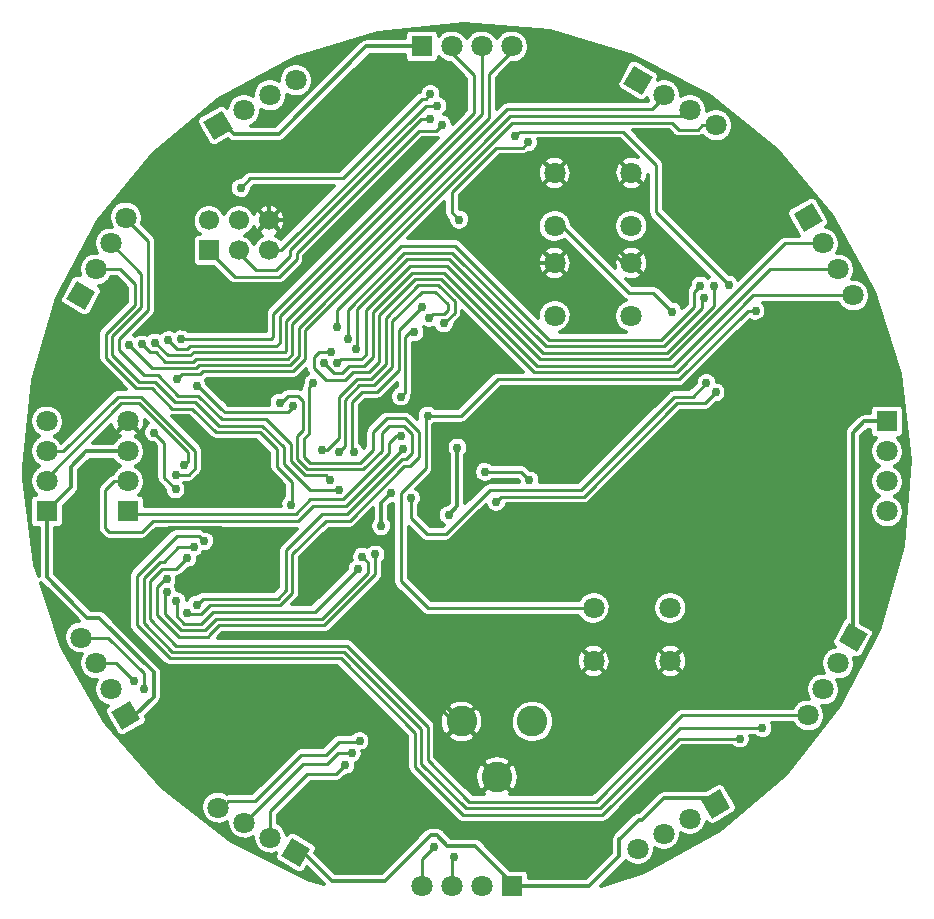
<source format=gbl>
G04 (created by PCBNEW (2013-07-07 BZR 4022)-stable) date 10/7/2013 10:29:13 PM*
%MOIN*%
G04 Gerber Fmt 3.4, Leading zero omitted, Abs format*
%FSLAX34Y34*%
G01*
G70*
G90*
G04 APERTURE LIST*
%ADD10C,0.006*%
%ADD11C,0.0708661*%
%ADD12R,0.0708661X0.0708661*%
%ADD13C,0.102362*%
%ADD14R,0.0669291X0.0669291*%
%ADD15C,0.0669291*%
%ADD16C,0.03*%
%ADD17C,0.01*%
%ADD18C,0.012*%
G04 APERTURE END LIST*
G54D10*
G54D11*
X19220Y8514D03*
X21779Y8514D03*
X19220Y10285D03*
X21779Y10285D03*
G54D10*
G36*
X23428Y4234D02*
X23783Y3620D01*
X23169Y3265D01*
X22815Y3879D01*
X23428Y4234D01*
X23428Y4234D01*
G37*
G54D11*
X22433Y3250D03*
X21566Y2750D03*
X20700Y2250D03*
G54D10*
G36*
X6571Y25885D02*
X6216Y26499D01*
X6830Y26854D01*
X7184Y26240D01*
X6571Y25885D01*
X6571Y25885D01*
G37*
G54D11*
X7566Y26870D03*
X8433Y27370D03*
X9299Y27870D03*
G54D10*
G36*
X2259Y20216D02*
X1645Y20571D01*
X2000Y21184D01*
X2614Y20830D01*
X2259Y20216D01*
X2259Y20216D01*
G37*
G54D11*
X2630Y21566D03*
X3130Y22433D03*
X3630Y23299D03*
G54D12*
X1000Y13500D03*
G54D11*
X1000Y14500D03*
X1000Y15500D03*
X1000Y16500D03*
G54D10*
G36*
X4114Y6571D02*
X3500Y6216D01*
X3145Y6830D01*
X3759Y7184D01*
X4114Y6571D01*
X4114Y6571D01*
G37*
G54D11*
X3130Y7566D03*
X2630Y8433D03*
X2130Y9299D03*
G54D10*
G36*
X9783Y2259D02*
X9428Y1645D01*
X8815Y2000D01*
X9169Y2614D01*
X9783Y2259D01*
X9783Y2259D01*
G37*
G54D11*
X8433Y2630D03*
X7566Y3130D03*
X6700Y3630D03*
G54D12*
X16500Y1000D03*
G54D11*
X15500Y1000D03*
X14500Y1000D03*
X13500Y1000D03*
G54D10*
G36*
X27740Y9783D02*
X28354Y9428D01*
X27999Y8815D01*
X27385Y9169D01*
X27740Y9783D01*
X27740Y9783D01*
G37*
G54D11*
X27370Y8433D03*
X26870Y7566D03*
X26370Y6700D03*
G54D12*
X29000Y16500D03*
G54D11*
X29000Y15500D03*
X29000Y14500D03*
X29000Y13500D03*
G54D10*
G36*
X25885Y23428D02*
X26499Y23783D01*
X26854Y23169D01*
X26240Y22815D01*
X25885Y23428D01*
X25885Y23428D01*
G37*
G54D11*
X26870Y22433D03*
X27370Y21566D03*
X27870Y20700D03*
G54D10*
G36*
X20216Y27740D02*
X20571Y28354D01*
X21184Y27999D01*
X20830Y27385D01*
X20216Y27740D01*
X20216Y27740D01*
G37*
G54D11*
X21566Y27370D03*
X22433Y26870D03*
X23299Y26370D03*
G54D12*
X13500Y29000D03*
G54D11*
X14500Y29000D03*
X15500Y29000D03*
X16500Y29000D03*
G54D13*
X17181Y6500D03*
X14818Y6500D03*
X16000Y4649D03*
G54D14*
X6400Y22200D03*
G54D15*
X6400Y23200D03*
X7400Y22200D03*
X7400Y23200D03*
X8400Y22200D03*
X8400Y23200D03*
G54D11*
X17920Y23014D03*
X20479Y23014D03*
X17920Y24785D03*
X20479Y24785D03*
X17920Y20014D03*
X20479Y20014D03*
X17920Y21785D03*
X20479Y21785D03*
G54D12*
X3700Y13500D03*
G54D11*
X3700Y14500D03*
X3700Y15500D03*
X3700Y16500D03*
G54D16*
X24620Y20190D03*
X23720Y21060D03*
X16600Y26000D03*
X14010Y27020D03*
X13685Y16690D03*
X5990Y17690D03*
X9200Y17030D03*
X14165Y26395D03*
X15600Y14820D03*
X17080Y14540D03*
X7460Y24280D03*
X13780Y27410D03*
X17035Y25805D03*
X14740Y23225D03*
X13250Y19470D03*
X12800Y17330D03*
X13755Y26575D03*
X17840Y2160D03*
X7700Y12695D03*
X7790Y6880D03*
X24850Y5150D03*
X5880Y24650D03*
X25060Y13900D03*
X26340Y18330D03*
X1890Y18430D03*
X18130Y27600D03*
X23860Y24070D03*
X17620Y17030D03*
X16440Y17250D03*
X10910Y12410D03*
X12760Y16920D03*
X14480Y17040D03*
X7670Y19760D03*
X8730Y20970D03*
X10165Y24265D03*
X8320Y11750D03*
X7675Y11755D03*
X8310Y10960D03*
X7660Y10945D03*
X16440Y22210D03*
X7640Y14290D03*
X8340Y15020D03*
X7640Y15020D03*
X8200Y15530D03*
X7660Y15780D03*
X8200Y19750D03*
X8380Y17780D03*
X7650Y17770D03*
X10680Y18450D03*
X5050Y19210D03*
X4600Y19130D03*
X9880Y17780D03*
X5670Y10110D03*
X8760Y17130D03*
X5990Y10390D03*
X5680Y11950D03*
X22780Y21030D03*
X10680Y19650D03*
X11360Y11580D03*
X5310Y10520D03*
X11510Y11990D03*
X4990Y10830D03*
X6240Y12505D03*
X24100Y5930D03*
X5890Y12300D03*
X24850Y6280D03*
X11950Y12070D03*
X4990Y11240D03*
X4170Y19070D03*
X11420Y5850D03*
X11160Y5450D03*
X10950Y5050D03*
X22900Y20610D03*
X11020Y19250D03*
X13900Y2310D03*
X14560Y1970D03*
X23220Y21000D03*
X11310Y18920D03*
X12790Y16005D03*
X12870Y15590D03*
X23290Y17470D03*
X15975Y13820D03*
X21845Y20160D03*
X10470Y18810D03*
X10220Y18450D03*
X5340Y17920D03*
X22980Y17780D03*
X13135Y13945D03*
X4220Y7590D03*
X5580Y15050D03*
X10160Y15550D03*
X14230Y19770D03*
X3720Y19050D03*
X13735Y19955D03*
X10730Y15470D03*
X11230Y15480D03*
X13510Y20320D03*
X10450Y14540D03*
X10750Y14230D03*
X9140Y13730D03*
X4570Y16130D03*
X5290Y14240D03*
X5290Y14720D03*
X3890Y7860D03*
X5480Y19240D03*
X14680Y15630D03*
X14390Y13380D03*
X12140Y13010D03*
X12480Y14120D03*
G54D17*
X23720Y21060D02*
X21300Y23480D01*
X21300Y23480D02*
X21300Y25065D01*
X21300Y25065D02*
X20200Y26165D01*
X20200Y26165D02*
X16765Y26165D01*
X16765Y26165D02*
X16600Y26000D01*
X14090Y16690D02*
X14810Y16690D01*
X16020Y17900D02*
X17110Y17900D01*
X14810Y16690D02*
X16020Y17900D01*
X13685Y16690D02*
X14090Y16690D01*
X13620Y15370D02*
X13620Y14940D01*
X12800Y11170D02*
X13684Y10285D01*
X12800Y14120D02*
X12800Y11170D01*
X13620Y14940D02*
X12800Y14120D01*
X14010Y27020D02*
X13620Y27020D01*
X17110Y17900D02*
X22065Y17900D01*
X22065Y17900D02*
X24355Y20190D01*
X24355Y20190D02*
X24620Y20190D01*
X13620Y27020D02*
X8800Y22200D01*
X8800Y22200D02*
X8400Y22200D01*
X19220Y10285D02*
X13684Y10285D01*
X13620Y16625D02*
X13685Y16690D01*
X13620Y15370D02*
X13620Y16625D01*
X9200Y17030D02*
X9200Y16980D01*
X6930Y16800D02*
X6810Y16920D01*
X9020Y16800D02*
X6930Y16800D01*
X9200Y16980D02*
X9020Y16800D01*
X6810Y16920D02*
X6040Y17690D01*
X6040Y17690D02*
X5990Y17690D01*
X16800Y14820D02*
X15600Y14820D01*
X17080Y14540D02*
X16800Y14820D01*
X6400Y22200D02*
X6400Y22195D01*
X13965Y26195D02*
X14165Y26395D01*
X13385Y26195D02*
X13965Y26195D01*
X9318Y22128D02*
X13385Y26195D01*
X9318Y21903D02*
X9318Y22128D01*
X8745Y21330D02*
X9318Y21903D01*
X7265Y21330D02*
X8745Y21330D01*
X6400Y22195D02*
X7265Y21330D01*
X9600Y24600D02*
X7780Y24600D01*
X7780Y24600D02*
X7460Y24280D01*
X10855Y24600D02*
X9600Y24600D01*
X13505Y27250D02*
X10855Y24600D01*
X13620Y27250D02*
X13505Y27250D01*
X13780Y27410D02*
X13620Y27250D01*
X16860Y25630D02*
X17035Y25805D01*
X15980Y25630D02*
X16860Y25630D01*
X14495Y24145D02*
X15980Y25630D01*
X14495Y23470D02*
X14495Y24145D01*
X14740Y23225D02*
X14495Y23470D01*
X13090Y19470D02*
X13250Y19470D01*
X12940Y19320D02*
X13090Y19470D01*
X12940Y17470D02*
X12940Y19320D01*
X12800Y17330D02*
X12940Y17470D01*
X7400Y22200D02*
X7400Y22130D01*
X13475Y26575D02*
X13755Y26575D01*
X9105Y22205D02*
X13475Y26575D01*
X9105Y22015D02*
X9105Y22205D01*
X8640Y21550D02*
X9105Y22015D01*
X7980Y21550D02*
X8640Y21550D01*
X7400Y22130D02*
X7980Y21550D01*
G54D18*
X17840Y2160D02*
X18990Y2160D01*
X11470Y6880D02*
X12410Y5940D01*
X12410Y5940D02*
X12410Y4690D01*
X12410Y4690D02*
X13820Y3280D01*
X13820Y3280D02*
X14220Y3280D01*
X14220Y3280D02*
X14740Y2760D01*
X14740Y2760D02*
X17240Y2760D01*
X17240Y2760D02*
X17840Y2160D01*
X7700Y12695D02*
X7065Y12695D01*
X6320Y6880D02*
X7790Y6880D01*
X3430Y9770D02*
X6320Y6880D01*
X3430Y11320D02*
X3430Y9770D01*
X5060Y12950D02*
X3430Y11320D01*
X6810Y12950D02*
X5060Y12950D01*
X7065Y12695D02*
X6810Y12950D01*
X7790Y6880D02*
X11470Y6880D01*
X24570Y4870D02*
X24850Y5150D01*
X21700Y4870D02*
X24570Y4870D01*
X18990Y2160D02*
X21700Y4870D01*
X13030Y16920D02*
X12760Y16920D01*
X13210Y17100D02*
X13030Y16920D01*
X14420Y17100D02*
X13210Y17100D01*
X14480Y17040D02*
X14420Y17100D01*
X5510Y23920D02*
X5510Y24280D01*
X5510Y24280D02*
X5880Y24650D01*
X25060Y13900D02*
X25060Y17050D01*
X24500Y13340D02*
X25060Y13900D01*
X23670Y13340D02*
X24500Y13340D01*
X25060Y17050D02*
X26340Y18330D01*
X8730Y20970D02*
X6100Y20970D01*
X8400Y23650D02*
X8400Y23200D01*
X8130Y23920D02*
X8400Y23650D01*
X5510Y23920D02*
X8130Y23920D01*
X5360Y23770D02*
X5510Y23920D01*
X5360Y21710D02*
X5360Y23770D01*
X6100Y20970D02*
X5360Y21710D01*
X17620Y17030D02*
X21260Y17030D01*
X23670Y10404D02*
X21779Y8514D01*
X23670Y17780D02*
X23670Y13340D01*
X23670Y13340D02*
X23670Y10404D01*
X23200Y18250D02*
X23670Y17780D01*
X22890Y18250D02*
X23200Y18250D01*
X22220Y17580D02*
X22890Y18250D01*
X21810Y17580D02*
X22220Y17580D01*
X21260Y17030D02*
X21810Y17580D01*
X16660Y17030D02*
X17620Y17030D01*
X16440Y17250D02*
X16660Y17030D01*
X14818Y6500D02*
X14540Y6500D01*
X11040Y12540D02*
X10910Y12410D01*
X12190Y12540D02*
X11040Y12540D01*
X12430Y12300D02*
X12190Y12540D01*
X12430Y8610D02*
X12430Y12300D01*
X14540Y6500D02*
X12430Y8610D01*
X7670Y19910D02*
X7670Y19760D01*
X8730Y20970D02*
X7670Y19910D01*
X10165Y24265D02*
X9100Y23200D01*
X9100Y23200D02*
X8400Y23200D01*
X16864Y21785D02*
X17920Y21785D01*
X16440Y22210D02*
X16864Y21785D01*
X20479Y21785D02*
X20184Y21785D01*
X19120Y23426D02*
X20479Y24785D01*
X19120Y22850D02*
X19120Y23426D01*
X20184Y21785D02*
X19120Y22850D01*
G54D17*
X11310Y18570D02*
X11480Y18570D01*
X17430Y18570D02*
X17630Y18570D01*
X14320Y21680D02*
X17430Y18570D01*
X13090Y21680D02*
X14320Y21680D01*
X11640Y20230D02*
X13090Y21680D01*
X11640Y18730D02*
X11640Y20230D01*
X11480Y18570D02*
X11640Y18730D01*
X26870Y22433D02*
X25613Y22433D01*
X21750Y18570D02*
X17630Y18570D01*
X25613Y22433D02*
X21750Y18570D01*
X10800Y18570D02*
X10680Y18450D01*
X11310Y18570D02*
X10800Y18570D01*
X8210Y19020D02*
X8650Y19020D01*
X8760Y20000D02*
X8770Y20010D01*
X8760Y19130D02*
X8760Y20000D01*
X8650Y19020D02*
X8760Y19130D01*
X7480Y19020D02*
X8210Y19020D01*
X5050Y19210D02*
X5340Y18920D01*
X5340Y18920D02*
X5680Y18920D01*
X5680Y18920D02*
X5780Y19020D01*
X5780Y19020D02*
X7480Y19020D01*
X8770Y20010D02*
X15500Y26740D01*
X15500Y26740D02*
X15500Y29000D01*
X15730Y26610D02*
X15730Y28070D01*
X16500Y28840D02*
X16500Y29000D01*
X15730Y28070D02*
X16500Y28840D01*
X8970Y19850D02*
X8970Y18860D01*
X15730Y26610D02*
X8970Y19850D01*
X8150Y18810D02*
X8919Y18810D01*
X8919Y18810D02*
X8970Y18860D01*
X7580Y18810D02*
X8150Y18810D01*
X5030Y18700D02*
X4600Y19130D01*
X5780Y18700D02*
X5030Y18700D01*
X5890Y18810D02*
X5780Y18700D01*
X7580Y18810D02*
X5890Y18810D01*
X10450Y13185D02*
X11085Y13185D01*
X13090Y15010D02*
X13385Y15305D01*
X12910Y15010D02*
X13090Y15010D01*
X11085Y13185D02*
X12910Y15010D01*
X9180Y11810D02*
X9180Y12080D01*
X9180Y12080D02*
X10285Y13185D01*
X13385Y16165D02*
X13385Y15305D01*
X10300Y15130D02*
X11440Y15130D01*
X12950Y16600D02*
X13385Y16165D01*
X12320Y16600D02*
X12950Y16600D01*
X11875Y16155D02*
X12320Y16600D01*
X11875Y15565D02*
X11875Y16155D01*
X11440Y15130D02*
X11875Y15565D01*
X10300Y15130D02*
X9760Y15130D01*
X9760Y15130D02*
X9560Y15330D01*
X9560Y15330D02*
X9560Y15920D01*
X9560Y15920D02*
X9740Y16100D01*
X9740Y16100D02*
X9740Y17640D01*
X9740Y17640D02*
X9880Y17780D01*
X10450Y13185D02*
X10285Y13185D01*
X5710Y10070D02*
X5670Y10110D01*
X9180Y10770D02*
X9180Y11810D01*
X8780Y10370D02*
X9180Y10770D01*
X6420Y10370D02*
X8780Y10370D01*
X6120Y10070D02*
X6420Y10370D01*
X5820Y10070D02*
X6120Y10070D01*
X5820Y10070D02*
X5710Y10070D01*
X13175Y15670D02*
X13175Y15455D01*
X11010Y13410D02*
X10780Y13410D01*
X12850Y15250D02*
X11010Y13410D01*
X12970Y15250D02*
X12850Y15250D01*
X13175Y15455D02*
X12970Y15250D01*
X8970Y11785D02*
X8970Y12210D01*
X8970Y12210D02*
X10170Y13410D01*
X13175Y15720D02*
X13175Y15670D01*
X11545Y14910D02*
X12160Y15525D01*
X12160Y15525D02*
X12160Y16120D01*
X12160Y16120D02*
X12385Y16345D01*
X12385Y16345D02*
X12900Y16345D01*
X12900Y16345D02*
X13175Y16070D01*
X13175Y16070D02*
X13175Y15720D01*
X10130Y14910D02*
X11545Y14910D01*
X10780Y13410D02*
X10170Y13410D01*
X8760Y17130D02*
X8810Y17130D01*
X9670Y14910D02*
X10130Y14910D01*
X9330Y15250D02*
X9670Y14910D01*
X9330Y16010D02*
X9330Y15250D01*
X9520Y16200D02*
X9330Y16010D01*
X9520Y17190D02*
X9520Y16200D01*
X9360Y17350D02*
X9520Y17190D01*
X9030Y17350D02*
X9360Y17350D01*
X8810Y17130D02*
X9030Y17350D01*
X6190Y10590D02*
X5990Y10390D01*
X8690Y10590D02*
X6190Y10590D01*
X8970Y10870D02*
X8690Y10590D01*
X8970Y11785D02*
X8970Y10870D01*
X13690Y5400D02*
X13690Y5200D01*
X22180Y6700D02*
X22940Y6700D01*
X19290Y3810D02*
X22180Y6700D01*
X15080Y3810D02*
X19290Y3810D01*
X13690Y5200D02*
X15080Y3810D01*
X22940Y6700D02*
X26370Y6700D01*
X13690Y6330D02*
X13690Y5400D01*
X10990Y9030D02*
X13690Y6330D01*
X5300Y9030D02*
X10990Y9030D01*
X4430Y9900D02*
X5300Y9030D01*
X4430Y11170D02*
X4430Y9900D01*
X4840Y11580D02*
X4430Y11170D01*
X5310Y11580D02*
X4840Y11580D01*
X5680Y11950D02*
X5310Y11580D01*
X17980Y19220D02*
X17730Y19220D01*
X10680Y20230D02*
X10680Y19650D01*
X12810Y22360D02*
X10680Y20230D01*
X14590Y22360D02*
X12810Y22360D01*
X17730Y19220D02*
X14590Y22360D01*
X22580Y20830D02*
X22780Y21030D01*
X22580Y20320D02*
X22580Y20830D01*
X21480Y19220D02*
X22580Y20320D01*
X17980Y19220D02*
X21480Y19220D01*
X6210Y9830D02*
X6520Y10140D01*
X6520Y10140D02*
X9920Y10140D01*
X9920Y10140D02*
X11360Y11580D01*
X6140Y9760D02*
X6210Y9830D01*
X5570Y9760D02*
X6140Y9760D01*
X5320Y10010D02*
X5570Y9760D01*
X5320Y10510D02*
X5320Y10010D01*
X5310Y10520D02*
X5320Y10510D01*
X11690Y11810D02*
X11690Y11650D01*
X11510Y11990D02*
X11690Y11810D01*
X6200Y9550D02*
X6280Y9550D01*
X11690Y11650D02*
X11690Y11450D01*
X11690Y11450D02*
X10160Y9920D01*
X10160Y9920D02*
X6650Y9920D01*
X6280Y9550D02*
X6650Y9920D01*
X4990Y10830D02*
X4950Y10790D01*
X4950Y10790D02*
X4950Y10080D01*
X4950Y10080D02*
X5480Y9550D01*
X5480Y9550D02*
X6200Y9550D01*
X13270Y5460D02*
X13270Y4980D01*
X22060Y5930D02*
X24100Y5930D01*
X19510Y3380D02*
X22060Y5930D01*
X14870Y3380D02*
X19510Y3380D01*
X13270Y4980D02*
X14870Y3380D01*
X6055Y12690D02*
X6240Y12505D01*
X5330Y12690D02*
X6055Y12690D01*
X3990Y11350D02*
X5330Y12690D01*
X3990Y9710D02*
X3990Y11350D01*
X5090Y8610D02*
X3990Y9710D01*
X10790Y8610D02*
X5090Y8610D01*
X13270Y6130D02*
X10790Y8610D01*
X13270Y5460D02*
X13270Y6130D01*
X24850Y6280D02*
X22110Y6280D01*
X14960Y3600D02*
X13480Y5080D01*
X19430Y3600D02*
X14960Y3600D01*
X22110Y6280D02*
X19430Y3600D01*
X13480Y6240D02*
X13480Y5080D01*
X10900Y8820D02*
X13480Y6240D01*
X5180Y8820D02*
X10900Y8820D01*
X4220Y9780D02*
X5180Y8820D01*
X4220Y11270D02*
X4220Y9780D01*
X4780Y11830D02*
X4220Y11270D01*
X4900Y11830D02*
X4780Y11830D01*
X5370Y12300D02*
X4900Y11830D01*
X5890Y12300D02*
X5370Y12300D01*
X6430Y9400D02*
X6730Y9700D01*
X6730Y9700D02*
X10250Y9700D01*
X10250Y9700D02*
X11950Y11400D01*
X11950Y11400D02*
X11950Y12070D01*
X6360Y9330D02*
X6430Y9400D01*
X5390Y9330D02*
X6360Y9330D01*
X4660Y10060D02*
X5390Y9330D01*
X4660Y10980D02*
X4660Y10060D01*
X4870Y11190D02*
X4660Y10980D01*
X4940Y11190D02*
X4870Y11190D01*
X4990Y11240D02*
X4940Y11190D01*
X8420Y18590D02*
X9020Y18590D01*
X9180Y18750D02*
X9180Y19740D01*
X9020Y18590D02*
X9180Y18750D01*
X7770Y18590D02*
X8420Y18590D01*
X21566Y27370D02*
X21566Y27316D01*
X21566Y27316D02*
X21160Y26910D01*
X21160Y26910D02*
X16350Y26910D01*
X16350Y26910D02*
X9180Y19740D01*
X4440Y18800D02*
X4170Y19070D01*
X4630Y18800D02*
X4440Y18800D01*
X4940Y18490D02*
X4630Y18800D01*
X5870Y18490D02*
X4940Y18490D01*
X5970Y18590D02*
X5870Y18490D01*
X7770Y18590D02*
X5970Y18590D01*
X10300Y5380D02*
X9480Y5380D01*
X10740Y5820D02*
X10300Y5380D01*
X11390Y5820D02*
X10740Y5820D01*
X11420Y5850D02*
X11390Y5820D01*
X6700Y3630D02*
X6820Y3630D01*
X6820Y3630D02*
X7030Y3840D01*
X7030Y3840D02*
X7940Y3840D01*
X7940Y3840D02*
X9480Y5380D01*
X9530Y5080D02*
X10340Y5080D01*
X10710Y5450D02*
X11160Y5450D01*
X10340Y5080D02*
X10710Y5450D01*
X7580Y3130D02*
X7566Y3130D01*
X9530Y5080D02*
X7580Y3130D01*
X10650Y4750D02*
X9680Y4750D01*
X10950Y5050D02*
X10650Y4750D01*
X8433Y3503D02*
X8433Y2630D01*
X9680Y4750D02*
X8433Y3503D01*
X11020Y19250D02*
X11020Y20230D01*
X17620Y19010D02*
X17810Y19010D01*
X14510Y22120D02*
X17620Y19010D01*
X12910Y22120D02*
X14510Y22120D01*
X11020Y20230D02*
X12910Y22120D01*
X21580Y19010D02*
X17810Y19010D01*
X22840Y20270D02*
X21580Y19010D01*
X22840Y20550D02*
X22840Y20270D01*
X22900Y20610D02*
X22840Y20550D01*
X13500Y1000D02*
X13500Y1910D01*
X13500Y1910D02*
X13900Y2310D01*
X14500Y1910D02*
X14500Y1000D01*
X14560Y1970D02*
X14500Y1910D01*
X18050Y18790D02*
X17520Y18790D01*
X11330Y18940D02*
X11310Y18920D01*
X11330Y20240D02*
X11330Y18940D01*
X12990Y21900D02*
X11330Y20240D01*
X14410Y21900D02*
X12990Y21900D01*
X17520Y18790D02*
X14410Y21900D01*
X23220Y20350D02*
X23220Y21000D01*
X21660Y18790D02*
X23220Y20350D01*
X18050Y18790D02*
X21660Y18790D01*
X12790Y16005D02*
X12625Y16005D01*
X3785Y13415D02*
X3700Y13500D01*
X9290Y13415D02*
X3785Y13415D01*
X9780Y13905D02*
X9290Y13415D01*
X10865Y13905D02*
X9780Y13905D01*
X12400Y15440D02*
X10865Y13905D01*
X12400Y15780D02*
X12400Y15440D01*
X12625Y16005D02*
X12400Y15780D01*
X3700Y14500D02*
X3250Y14500D01*
X12865Y15590D02*
X12870Y15590D01*
X10965Y13690D02*
X12865Y15590D01*
X9875Y13690D02*
X10965Y13690D01*
X9375Y13190D02*
X9875Y13690D01*
X4530Y13190D02*
X9375Y13190D01*
X4160Y12820D02*
X4530Y13190D01*
X3080Y12820D02*
X4160Y12820D01*
X2950Y12950D02*
X3080Y12820D01*
X2950Y14200D02*
X2950Y12950D01*
X3250Y14500D02*
X2950Y14200D01*
X22005Y17105D02*
X22925Y17105D01*
X22925Y17105D02*
X23290Y17470D01*
X22005Y17105D02*
X18895Y13995D01*
X16150Y13995D02*
X15975Y13820D01*
X18895Y13995D02*
X16150Y13995D01*
X17920Y23014D02*
X18165Y23014D01*
X21215Y20790D02*
X21845Y20160D01*
X20390Y20790D02*
X21215Y20790D01*
X18165Y23014D02*
X20390Y20790D01*
X17650Y18139D02*
X17250Y18139D01*
X12080Y18490D02*
X11729Y18139D01*
X12080Y20060D02*
X12080Y18490D01*
X13270Y21250D02*
X12080Y20060D01*
X14140Y21250D02*
X13270Y21250D01*
X17250Y18139D02*
X14140Y21250D01*
X27870Y20700D02*
X24550Y20700D01*
X10060Y18810D02*
X10470Y18810D01*
X9890Y18640D02*
X10060Y18810D01*
X9890Y18280D02*
X9890Y18640D01*
X10300Y17870D02*
X9890Y18280D01*
X10930Y17870D02*
X10300Y17870D01*
X11199Y18139D02*
X10930Y17870D01*
X21989Y18139D02*
X17650Y18139D01*
X11729Y18139D02*
X11199Y18139D01*
X24550Y20700D02*
X21989Y18139D01*
X11280Y18340D02*
X11560Y18340D01*
X17350Y18340D02*
X17620Y18340D01*
X14230Y21460D02*
X17350Y18340D01*
X13180Y21460D02*
X14230Y21460D01*
X11860Y20140D02*
X13180Y21460D01*
X11860Y18640D02*
X11860Y20140D01*
X11560Y18340D02*
X11860Y18640D01*
X27370Y21566D02*
X25106Y21566D01*
X21880Y18340D02*
X17620Y18340D01*
X25106Y21566D02*
X21880Y18340D01*
X10570Y18100D02*
X10220Y18450D01*
X10840Y18100D02*
X10570Y18100D01*
X11080Y18340D02*
X10840Y18100D01*
X11280Y18340D02*
X11080Y18340D01*
X16520Y26460D02*
X16502Y26460D01*
X8120Y18170D02*
X6210Y18170D01*
X6210Y18170D02*
X6110Y18070D01*
X6110Y18070D02*
X5490Y18070D01*
X5490Y18070D02*
X5340Y17920D01*
X21830Y26460D02*
X16520Y26460D01*
X22060Y26230D02*
X21830Y26460D01*
X22690Y26230D02*
X22060Y26230D01*
X22830Y26370D02*
X22690Y26230D01*
X22830Y26370D02*
X23299Y26370D01*
X9190Y18170D02*
X9601Y18581D01*
X9601Y18581D02*
X9601Y19541D01*
X8120Y18170D02*
X9190Y18170D01*
X9601Y19558D02*
X9601Y19541D01*
X16502Y26460D02*
X9601Y19558D01*
X21912Y17317D02*
X22517Y17317D01*
X22517Y17317D02*
X22980Y17780D01*
X13135Y13945D02*
X13135Y13275D01*
X14300Y12750D02*
X15765Y14215D01*
X13660Y12750D02*
X14300Y12750D01*
X13135Y13275D02*
X13660Y12750D01*
X18810Y14215D02*
X21912Y17317D01*
X15765Y14215D02*
X18810Y14215D01*
X2130Y9299D02*
X3040Y9299D01*
X4220Y8120D02*
X4220Y7590D01*
X3040Y9299D02*
X4220Y8120D01*
X1000Y14620D02*
X1000Y14500D01*
X3480Y17100D02*
X1000Y14620D01*
X4080Y17100D02*
X3480Y17100D01*
X5690Y15490D02*
X4080Y17100D01*
X5690Y15160D02*
X5690Y15490D01*
X5580Y15050D02*
X5690Y15160D01*
X10330Y15550D02*
X10160Y15550D01*
X10720Y15940D02*
X10330Y15550D01*
X10720Y17320D02*
X10720Y15940D01*
X11320Y17920D02*
X10720Y17320D01*
X11810Y17920D02*
X11320Y17920D01*
X12290Y18400D02*
X11810Y17920D01*
X12290Y19960D02*
X12290Y18400D01*
X13370Y21040D02*
X12290Y19960D01*
X14050Y21040D02*
X13370Y21040D01*
X14590Y20500D02*
X14050Y21040D01*
X14590Y20130D02*
X14590Y20500D01*
X14230Y19770D02*
X14590Y20130D01*
X8630Y18380D02*
X9100Y18380D01*
X9390Y18670D02*
X9390Y19630D01*
X9100Y18380D02*
X9390Y18670D01*
X7860Y18380D02*
X8630Y18380D01*
X22243Y26680D02*
X22433Y26870D01*
X16440Y26680D02*
X22243Y26680D01*
X9390Y19630D02*
X16440Y26680D01*
X6060Y18380D02*
X7860Y18380D01*
X5960Y18280D02*
X6060Y18380D01*
X4490Y18280D02*
X5960Y18280D01*
X3720Y19050D02*
X4490Y18280D01*
X13870Y20090D02*
X14010Y20090D01*
X13735Y19955D02*
X13870Y20090D01*
X14240Y20090D02*
X14010Y20090D01*
X14360Y20210D02*
X14240Y20090D01*
X14360Y20410D02*
X14360Y20210D01*
X13940Y20830D02*
X14360Y20410D01*
X13490Y20830D02*
X13940Y20830D01*
X12510Y19850D02*
X13490Y20830D01*
X12510Y18300D02*
X12510Y19850D01*
X11910Y17700D02*
X12510Y18300D01*
X11410Y17700D02*
X11910Y17700D01*
X10930Y17220D02*
X11410Y17700D01*
X10930Y15670D02*
X10930Y17220D01*
X10730Y15470D02*
X10930Y15670D01*
X11160Y15550D02*
X11230Y15480D01*
X11160Y17160D02*
X11160Y15550D01*
X11490Y17490D02*
X11160Y17160D01*
X12010Y17490D02*
X11490Y17490D01*
X12730Y18210D02*
X12010Y17490D01*
X12730Y19540D02*
X12730Y18210D01*
X13510Y20320D02*
X12730Y19540D01*
X3630Y23299D02*
X3630Y23260D01*
X10290Y14700D02*
X10450Y14540D01*
X9590Y14700D02*
X10290Y14700D01*
X9120Y15170D02*
X9590Y14700D01*
X9120Y15740D02*
X9120Y15170D01*
X8290Y16570D02*
X9120Y15740D01*
X6830Y16570D02*
X8290Y16570D01*
X6036Y17363D02*
X6830Y16570D01*
X5376Y17363D02*
X6036Y17363D01*
X4700Y18040D02*
X5376Y17363D01*
X4220Y18040D02*
X4700Y18040D01*
X3390Y18870D02*
X4220Y18040D01*
X3390Y19240D02*
X3390Y18870D01*
X4380Y20230D02*
X3390Y19240D01*
X4380Y22510D02*
X4380Y20230D01*
X3630Y23260D02*
X4380Y22510D01*
X4140Y21423D02*
X3130Y22433D01*
X4140Y20300D02*
X4140Y21423D01*
X3180Y19340D02*
X4140Y20300D01*
X3180Y18710D02*
X3180Y19340D01*
X4070Y17820D02*
X3180Y18710D01*
X4590Y17820D02*
X4070Y17820D01*
X5270Y17140D02*
X4590Y17820D01*
X5950Y17140D02*
X5270Y17140D01*
X6730Y16360D02*
X5950Y17140D01*
X8180Y16360D02*
X6730Y16360D01*
X8900Y15640D02*
X8180Y16360D01*
X8900Y15070D02*
X8900Y15640D01*
X9770Y14200D02*
X8900Y15070D01*
X10720Y14200D02*
X9770Y14200D01*
X10750Y14230D02*
X10720Y14200D01*
X3930Y20390D02*
X3930Y21070D01*
X9140Y13730D02*
X9170Y13760D01*
X9170Y13760D02*
X9170Y14490D01*
X9170Y14490D02*
X8670Y14990D01*
X8670Y14990D02*
X8670Y15570D01*
X8670Y15570D02*
X8090Y16150D01*
X8090Y16150D02*
X6630Y16150D01*
X6630Y16150D02*
X5850Y16930D01*
X5850Y16930D02*
X5180Y16930D01*
X5180Y16930D02*
X4500Y17610D01*
X4500Y17610D02*
X3980Y17610D01*
X3980Y17610D02*
X2970Y18620D01*
X2970Y18620D02*
X2970Y19430D01*
X2970Y19430D02*
X3930Y20390D01*
X3433Y21566D02*
X2630Y21566D01*
X3930Y21070D02*
X3433Y21566D01*
X4910Y15790D02*
X4910Y15665D01*
X4570Y16130D02*
X4910Y15790D01*
X4910Y14620D02*
X5290Y14240D01*
X4910Y15665D02*
X4910Y14620D01*
X1000Y15500D02*
X1550Y15500D01*
X5720Y14720D02*
X5290Y14720D01*
X5940Y14940D02*
X5720Y14720D01*
X5940Y15530D02*
X5940Y14940D01*
X4150Y17320D02*
X5940Y15530D01*
X3370Y17320D02*
X4150Y17320D01*
X1550Y15500D02*
X3370Y17320D01*
X2630Y8433D02*
X3316Y8433D01*
X3316Y8433D02*
X3890Y7860D01*
X14500Y29000D02*
X14500Y28770D01*
X15230Y26770D02*
X14500Y26040D01*
X15230Y28040D02*
X15230Y26770D01*
X14500Y28770D02*
X15230Y28040D01*
X7800Y19240D02*
X8460Y19240D01*
X8550Y19330D02*
X8550Y20090D01*
X8460Y19240D02*
X8550Y19330D01*
X7480Y19240D02*
X7800Y19240D01*
X14500Y26040D02*
X8550Y20090D01*
X7480Y19240D02*
X5480Y19240D01*
G54D18*
X14680Y13670D02*
X14680Y15630D01*
X14390Y13380D02*
X14680Y13670D01*
X12140Y13780D02*
X12140Y13010D01*
X12480Y14120D02*
X12140Y13780D01*
X20080Y2580D02*
X20090Y2580D01*
X23109Y3940D02*
X23299Y3750D01*
X21570Y3940D02*
X23109Y3940D01*
X20850Y3220D02*
X21570Y3940D01*
X20730Y3220D02*
X20850Y3220D01*
X20090Y2580D02*
X20730Y3220D01*
X16500Y1000D02*
X16500Y1130D01*
X12270Y1190D02*
X11790Y1190D01*
X13790Y2710D02*
X12270Y1190D01*
X14000Y2710D02*
X13790Y2710D01*
X14350Y2360D02*
X14000Y2710D01*
X15270Y2360D02*
X14350Y2360D01*
X16500Y1130D02*
X15270Y2360D01*
X3630Y6700D02*
X3940Y6700D01*
X2350Y9960D02*
X2050Y10260D01*
X2740Y9960D02*
X2350Y9960D01*
X4560Y8140D02*
X2740Y9960D01*
X4560Y7320D02*
X4560Y8140D01*
X3940Y6700D02*
X4560Y7320D01*
X3700Y15500D02*
X2310Y15500D01*
X1805Y14305D02*
X1000Y13500D01*
X1805Y14995D02*
X1805Y14305D01*
X2310Y15500D02*
X1805Y14995D01*
X6700Y26370D02*
X6940Y26370D01*
X11640Y29000D02*
X13500Y29000D01*
X8720Y26080D02*
X11640Y29000D01*
X7230Y26080D02*
X8720Y26080D01*
X6940Y26370D02*
X7230Y26080D01*
X1000Y13500D02*
X1000Y11310D01*
X1000Y11310D02*
X2050Y10260D01*
X16500Y1000D02*
X19080Y1000D01*
X20080Y2000D02*
X20080Y2580D01*
X19080Y1000D02*
X20080Y2000D01*
X9299Y2130D02*
X9560Y2130D01*
X10500Y1190D02*
X11790Y1190D01*
X9560Y2130D02*
X10500Y1190D01*
X27870Y9299D02*
X27870Y16130D01*
X27870Y16130D02*
X28240Y16500D01*
X28240Y16500D02*
X29000Y16500D01*
G54D10*
G36*
X8910Y14008D02*
X8862Y13962D01*
X8823Y13904D01*
X8795Y13839D01*
X8780Y13770D01*
X8779Y13699D01*
X8784Y13675D01*
X4264Y13675D01*
X4264Y13874D01*
X4256Y13915D01*
X4240Y13953D01*
X4217Y13987D01*
X4188Y14016D01*
X4154Y14039D01*
X4116Y14055D01*
X4076Y14064D01*
X4060Y14064D01*
X4129Y14129D01*
X4193Y14219D01*
X4238Y14321D01*
X4262Y14428D01*
X4264Y14555D01*
X4242Y14663D01*
X4200Y14766D01*
X4139Y14858D01*
X4061Y14936D01*
X3969Y14998D01*
X3965Y15000D01*
X4049Y15053D01*
X4129Y15129D01*
X4193Y15219D01*
X4238Y15321D01*
X4262Y15428D01*
X4264Y15555D01*
X4242Y15663D01*
X4200Y15766D01*
X4139Y15858D01*
X4061Y15936D01*
X3969Y15998D01*
X3964Y16001D01*
X4006Y16022D01*
X4021Y16032D01*
X4053Y16125D01*
X3700Y16478D01*
X3346Y16125D01*
X3378Y16032D01*
X3435Y16001D01*
X3344Y15941D01*
X3265Y15864D01*
X3203Y15773D01*
X3201Y15770D01*
X2517Y15770D01*
X3143Y16395D01*
X3172Y16292D01*
X3222Y16193D01*
X3232Y16178D01*
X3325Y16146D01*
X3678Y16500D01*
X3673Y16505D01*
X3694Y16526D01*
X3700Y16521D01*
X3705Y16526D01*
X3726Y16505D01*
X3721Y16500D01*
X4074Y16146D01*
X4167Y16178D01*
X4220Y16275D01*
X4254Y16381D01*
X4266Y16491D01*
X4262Y16550D01*
X4377Y16434D01*
X4343Y16411D01*
X4292Y16362D01*
X4253Y16304D01*
X4225Y16239D01*
X4210Y16170D01*
X4209Y16099D01*
X4222Y16030D01*
X4248Y15964D01*
X4286Y15905D01*
X4335Y15854D01*
X4393Y15814D01*
X4458Y15785D01*
X4527Y15770D01*
X4562Y15770D01*
X4650Y15682D01*
X4650Y15665D01*
X4650Y14620D01*
X4652Y14596D01*
X4654Y14572D01*
X4654Y14570D01*
X4654Y14569D01*
X4661Y14546D01*
X4668Y14523D01*
X4669Y14522D01*
X4669Y14520D01*
X4680Y14499D01*
X4691Y14478D01*
X4692Y14477D01*
X4693Y14476D01*
X4708Y14457D01*
X4723Y14438D01*
X4725Y14436D01*
X4725Y14436D01*
X4725Y14436D01*
X4726Y14436D01*
X4929Y14232D01*
X4929Y14209D01*
X4942Y14140D01*
X4968Y14074D01*
X5006Y14015D01*
X5055Y13964D01*
X5113Y13924D01*
X5178Y13895D01*
X5247Y13880D01*
X5317Y13879D01*
X5387Y13891D01*
X5453Y13917D01*
X5512Y13954D01*
X5563Y14003D01*
X5604Y14061D01*
X5633Y14125D01*
X5648Y14194D01*
X5650Y14275D01*
X5636Y14344D01*
X5609Y14409D01*
X5576Y14460D01*
X5720Y14460D01*
X5743Y14462D01*
X5767Y14464D01*
X5769Y14464D01*
X5770Y14464D01*
X5793Y14471D01*
X5816Y14478D01*
X5817Y14479D01*
X5819Y14479D01*
X5840Y14490D01*
X5861Y14501D01*
X5862Y14502D01*
X5863Y14503D01*
X5882Y14518D01*
X5901Y14533D01*
X5903Y14535D01*
X5903Y14535D01*
X5903Y14535D01*
X5903Y14536D01*
X6123Y14756D01*
X6139Y14774D01*
X6154Y14793D01*
X6155Y14794D01*
X6156Y14795D01*
X6167Y14816D01*
X6178Y14837D01*
X6179Y14838D01*
X6180Y14840D01*
X6187Y14863D01*
X6194Y14885D01*
X6194Y14887D01*
X6194Y14888D01*
X6197Y14912D01*
X6199Y14936D01*
X6199Y14939D01*
X6199Y14939D01*
X6199Y14939D01*
X6200Y14940D01*
X6200Y15530D01*
X6197Y15553D01*
X6195Y15577D01*
X6195Y15579D01*
X6195Y15580D01*
X6188Y15603D01*
X6181Y15626D01*
X6180Y15627D01*
X6180Y15629D01*
X6169Y15650D01*
X6158Y15671D01*
X6157Y15672D01*
X6156Y15673D01*
X6141Y15692D01*
X6126Y15711D01*
X6124Y15713D01*
X6124Y15713D01*
X6124Y15713D01*
X6123Y15713D01*
X5166Y16671D01*
X5176Y16670D01*
X5179Y16670D01*
X5179Y16670D01*
X5179Y16670D01*
X5180Y16670D01*
X5742Y16670D01*
X6446Y15966D01*
X6464Y15950D01*
X6483Y15935D01*
X6484Y15934D01*
X6485Y15933D01*
X6506Y15922D01*
X6527Y15911D01*
X6528Y15910D01*
X6530Y15909D01*
X6553Y15902D01*
X6575Y15895D01*
X6577Y15895D01*
X6578Y15895D01*
X6602Y15892D01*
X6626Y15890D01*
X6629Y15890D01*
X6629Y15890D01*
X6629Y15890D01*
X6630Y15890D01*
X7982Y15890D01*
X8410Y15462D01*
X8410Y14990D01*
X8412Y14966D01*
X8414Y14942D01*
X8414Y14940D01*
X8414Y14939D01*
X8421Y14916D01*
X8428Y14893D01*
X8429Y14892D01*
X8429Y14890D01*
X8440Y14869D01*
X8451Y14848D01*
X8452Y14847D01*
X8453Y14846D01*
X8468Y14827D01*
X8483Y14808D01*
X8485Y14806D01*
X8485Y14806D01*
X8485Y14806D01*
X8486Y14806D01*
X8910Y14382D01*
X8910Y14008D01*
X8910Y14008D01*
G37*
G54D18*
X8910Y14008D02*
X8862Y13962D01*
X8823Y13904D01*
X8795Y13839D01*
X8780Y13770D01*
X8779Y13699D01*
X8784Y13675D01*
X4264Y13675D01*
X4264Y13874D01*
X4256Y13915D01*
X4240Y13953D01*
X4217Y13987D01*
X4188Y14016D01*
X4154Y14039D01*
X4116Y14055D01*
X4076Y14064D01*
X4060Y14064D01*
X4129Y14129D01*
X4193Y14219D01*
X4238Y14321D01*
X4262Y14428D01*
X4264Y14555D01*
X4242Y14663D01*
X4200Y14766D01*
X4139Y14858D01*
X4061Y14936D01*
X3969Y14998D01*
X3965Y15000D01*
X4049Y15053D01*
X4129Y15129D01*
X4193Y15219D01*
X4238Y15321D01*
X4262Y15428D01*
X4264Y15555D01*
X4242Y15663D01*
X4200Y15766D01*
X4139Y15858D01*
X4061Y15936D01*
X3969Y15998D01*
X3964Y16001D01*
X4006Y16022D01*
X4021Y16032D01*
X4053Y16125D01*
X3700Y16478D01*
X3346Y16125D01*
X3378Y16032D01*
X3435Y16001D01*
X3344Y15941D01*
X3265Y15864D01*
X3203Y15773D01*
X3201Y15770D01*
X2517Y15770D01*
X3143Y16395D01*
X3172Y16292D01*
X3222Y16193D01*
X3232Y16178D01*
X3325Y16146D01*
X3678Y16500D01*
X3673Y16505D01*
X3694Y16526D01*
X3700Y16521D01*
X3705Y16526D01*
X3726Y16505D01*
X3721Y16500D01*
X4074Y16146D01*
X4167Y16178D01*
X4220Y16275D01*
X4254Y16381D01*
X4266Y16491D01*
X4262Y16550D01*
X4377Y16434D01*
X4343Y16411D01*
X4292Y16362D01*
X4253Y16304D01*
X4225Y16239D01*
X4210Y16170D01*
X4209Y16099D01*
X4222Y16030D01*
X4248Y15964D01*
X4286Y15905D01*
X4335Y15854D01*
X4393Y15814D01*
X4458Y15785D01*
X4527Y15770D01*
X4562Y15770D01*
X4650Y15682D01*
X4650Y15665D01*
X4650Y14620D01*
X4652Y14596D01*
X4654Y14572D01*
X4654Y14570D01*
X4654Y14569D01*
X4661Y14546D01*
X4668Y14523D01*
X4669Y14522D01*
X4669Y14520D01*
X4680Y14499D01*
X4691Y14478D01*
X4692Y14477D01*
X4693Y14476D01*
X4708Y14457D01*
X4723Y14438D01*
X4725Y14436D01*
X4725Y14436D01*
X4725Y14436D01*
X4726Y14436D01*
X4929Y14232D01*
X4929Y14209D01*
X4942Y14140D01*
X4968Y14074D01*
X5006Y14015D01*
X5055Y13964D01*
X5113Y13924D01*
X5178Y13895D01*
X5247Y13880D01*
X5317Y13879D01*
X5387Y13891D01*
X5453Y13917D01*
X5512Y13954D01*
X5563Y14003D01*
X5604Y14061D01*
X5633Y14125D01*
X5648Y14194D01*
X5650Y14275D01*
X5636Y14344D01*
X5609Y14409D01*
X5576Y14460D01*
X5720Y14460D01*
X5743Y14462D01*
X5767Y14464D01*
X5769Y14464D01*
X5770Y14464D01*
X5793Y14471D01*
X5816Y14478D01*
X5817Y14479D01*
X5819Y14479D01*
X5840Y14490D01*
X5861Y14501D01*
X5862Y14502D01*
X5863Y14503D01*
X5882Y14518D01*
X5901Y14533D01*
X5903Y14535D01*
X5903Y14535D01*
X5903Y14535D01*
X5903Y14536D01*
X6123Y14756D01*
X6139Y14774D01*
X6154Y14793D01*
X6155Y14794D01*
X6156Y14795D01*
X6167Y14816D01*
X6178Y14837D01*
X6179Y14838D01*
X6180Y14840D01*
X6187Y14863D01*
X6194Y14885D01*
X6194Y14887D01*
X6194Y14888D01*
X6197Y14912D01*
X6199Y14936D01*
X6199Y14939D01*
X6199Y14939D01*
X6199Y14939D01*
X6200Y14940D01*
X6200Y15530D01*
X6197Y15553D01*
X6195Y15577D01*
X6195Y15579D01*
X6195Y15580D01*
X6188Y15603D01*
X6181Y15626D01*
X6180Y15627D01*
X6180Y15629D01*
X6169Y15650D01*
X6158Y15671D01*
X6157Y15672D01*
X6156Y15673D01*
X6141Y15692D01*
X6126Y15711D01*
X6124Y15713D01*
X6124Y15713D01*
X6124Y15713D01*
X6123Y15713D01*
X5166Y16671D01*
X5176Y16670D01*
X5179Y16670D01*
X5179Y16670D01*
X5179Y16670D01*
X5180Y16670D01*
X5742Y16670D01*
X6446Y15966D01*
X6464Y15950D01*
X6483Y15935D01*
X6484Y15934D01*
X6485Y15933D01*
X6506Y15922D01*
X6527Y15911D01*
X6528Y15910D01*
X6530Y15909D01*
X6553Y15902D01*
X6575Y15895D01*
X6577Y15895D01*
X6578Y15895D01*
X6602Y15892D01*
X6626Y15890D01*
X6629Y15890D01*
X6629Y15890D01*
X6629Y15890D01*
X6630Y15890D01*
X7982Y15890D01*
X8410Y15462D01*
X8410Y14990D01*
X8412Y14966D01*
X8414Y14942D01*
X8414Y14940D01*
X8414Y14939D01*
X8421Y14916D01*
X8428Y14893D01*
X8429Y14892D01*
X8429Y14890D01*
X8440Y14869D01*
X8451Y14848D01*
X8452Y14847D01*
X8453Y14846D01*
X8468Y14827D01*
X8483Y14808D01*
X8485Y14806D01*
X8485Y14806D01*
X8485Y14806D01*
X8486Y14806D01*
X8910Y14382D01*
X8910Y14008D01*
G54D10*
G36*
X9322Y12930D02*
X8786Y12393D01*
X8770Y12375D01*
X8755Y12356D01*
X8754Y12355D01*
X8753Y12354D01*
X8742Y12333D01*
X8731Y12312D01*
X8730Y12311D01*
X8729Y12309D01*
X8722Y12286D01*
X8715Y12264D01*
X8715Y12262D01*
X8715Y12261D01*
X8712Y12237D01*
X8710Y12213D01*
X8710Y12210D01*
X8710Y12210D01*
X8710Y12210D01*
X8710Y12210D01*
X8710Y11785D01*
X8710Y10977D01*
X8582Y10850D01*
X6190Y10850D01*
X6166Y10847D01*
X6142Y10845D01*
X6140Y10845D01*
X6139Y10845D01*
X6116Y10838D01*
X6093Y10831D01*
X6092Y10830D01*
X6090Y10830D01*
X6069Y10819D01*
X6048Y10808D01*
X6047Y10807D01*
X6046Y10806D01*
X6027Y10791D01*
X6008Y10776D01*
X6006Y10774D01*
X6006Y10774D01*
X6006Y10774D01*
X6006Y10773D01*
X5982Y10750D01*
X5957Y10750D01*
X5887Y10737D01*
X5822Y10710D01*
X5763Y10671D01*
X5712Y10622D01*
X5673Y10564D01*
X5669Y10556D01*
X5656Y10624D01*
X5629Y10689D01*
X5590Y10748D01*
X5540Y10798D01*
X5482Y10838D01*
X5416Y10865D01*
X5347Y10879D01*
X5347Y10879D01*
X5336Y10934D01*
X5309Y10999D01*
X5285Y11035D01*
X5304Y11061D01*
X5333Y11125D01*
X5348Y11194D01*
X5350Y11275D01*
X5340Y11322D01*
X5357Y11324D01*
X5359Y11324D01*
X5360Y11324D01*
X5383Y11331D01*
X5406Y11338D01*
X5407Y11339D01*
X5409Y11339D01*
X5430Y11350D01*
X5451Y11361D01*
X5452Y11362D01*
X5453Y11363D01*
X5472Y11378D01*
X5491Y11393D01*
X5493Y11395D01*
X5493Y11395D01*
X5493Y11395D01*
X5493Y11396D01*
X5687Y11589D01*
X5707Y11589D01*
X5777Y11601D01*
X5843Y11627D01*
X5902Y11664D01*
X5953Y11713D01*
X5994Y11771D01*
X6023Y11835D01*
X6038Y11904D01*
X6039Y11971D01*
X6053Y11977D01*
X6112Y12014D01*
X6163Y12063D01*
X6204Y12121D01*
X6215Y12145D01*
X6267Y12144D01*
X6337Y12156D01*
X6403Y12182D01*
X6462Y12219D01*
X6513Y12268D01*
X6554Y12326D01*
X6583Y12390D01*
X6598Y12459D01*
X6600Y12540D01*
X6586Y12609D01*
X6559Y12674D01*
X6520Y12733D01*
X6470Y12783D01*
X6412Y12823D01*
X6346Y12850D01*
X6277Y12864D01*
X6247Y12864D01*
X6238Y12873D01*
X6220Y12889D01*
X6201Y12904D01*
X6200Y12905D01*
X6199Y12906D01*
X6178Y12917D01*
X6157Y12928D01*
X6156Y12929D01*
X6154Y12930D01*
X9322Y12930D01*
X9322Y12930D01*
G37*
G54D18*
X9322Y12930D02*
X8786Y12393D01*
X8770Y12375D01*
X8755Y12356D01*
X8754Y12355D01*
X8753Y12354D01*
X8742Y12333D01*
X8731Y12312D01*
X8730Y12311D01*
X8729Y12309D01*
X8722Y12286D01*
X8715Y12264D01*
X8715Y12262D01*
X8715Y12261D01*
X8712Y12237D01*
X8710Y12213D01*
X8710Y12210D01*
X8710Y12210D01*
X8710Y12210D01*
X8710Y12210D01*
X8710Y11785D01*
X8710Y10977D01*
X8582Y10850D01*
X6190Y10850D01*
X6166Y10847D01*
X6142Y10845D01*
X6140Y10845D01*
X6139Y10845D01*
X6116Y10838D01*
X6093Y10831D01*
X6092Y10830D01*
X6090Y10830D01*
X6069Y10819D01*
X6048Y10808D01*
X6047Y10807D01*
X6046Y10806D01*
X6027Y10791D01*
X6008Y10776D01*
X6006Y10774D01*
X6006Y10774D01*
X6006Y10774D01*
X6006Y10773D01*
X5982Y10750D01*
X5957Y10750D01*
X5887Y10737D01*
X5822Y10710D01*
X5763Y10671D01*
X5712Y10622D01*
X5673Y10564D01*
X5669Y10556D01*
X5656Y10624D01*
X5629Y10689D01*
X5590Y10748D01*
X5540Y10798D01*
X5482Y10838D01*
X5416Y10865D01*
X5347Y10879D01*
X5347Y10879D01*
X5336Y10934D01*
X5309Y10999D01*
X5285Y11035D01*
X5304Y11061D01*
X5333Y11125D01*
X5348Y11194D01*
X5350Y11275D01*
X5340Y11322D01*
X5357Y11324D01*
X5359Y11324D01*
X5360Y11324D01*
X5383Y11331D01*
X5406Y11338D01*
X5407Y11339D01*
X5409Y11339D01*
X5430Y11350D01*
X5451Y11361D01*
X5452Y11362D01*
X5453Y11363D01*
X5472Y11378D01*
X5491Y11393D01*
X5493Y11395D01*
X5493Y11395D01*
X5493Y11395D01*
X5493Y11396D01*
X5687Y11589D01*
X5707Y11589D01*
X5777Y11601D01*
X5843Y11627D01*
X5902Y11664D01*
X5953Y11713D01*
X5994Y11771D01*
X6023Y11835D01*
X6038Y11904D01*
X6039Y11971D01*
X6053Y11977D01*
X6112Y12014D01*
X6163Y12063D01*
X6204Y12121D01*
X6215Y12145D01*
X6267Y12144D01*
X6337Y12156D01*
X6403Y12182D01*
X6462Y12219D01*
X6513Y12268D01*
X6554Y12326D01*
X6583Y12390D01*
X6598Y12459D01*
X6600Y12540D01*
X6586Y12609D01*
X6559Y12674D01*
X6520Y12733D01*
X6470Y12783D01*
X6412Y12823D01*
X6346Y12850D01*
X6277Y12864D01*
X6247Y12864D01*
X6238Y12873D01*
X6220Y12889D01*
X6201Y12904D01*
X6200Y12905D01*
X6199Y12906D01*
X6178Y12917D01*
X6157Y12928D01*
X6156Y12929D01*
X6154Y12930D01*
X9322Y12930D01*
G54D10*
G36*
X9705Y18096D02*
X9653Y18061D01*
X9602Y18012D01*
X9563Y17954D01*
X9535Y17889D01*
X9520Y17820D01*
X9519Y17777D01*
X9512Y17763D01*
X9501Y17742D01*
X9500Y17741D01*
X9499Y17739D01*
X9492Y17716D01*
X9485Y17694D01*
X9485Y17692D01*
X9485Y17691D01*
X9482Y17667D01*
X9480Y17643D01*
X9480Y17640D01*
X9480Y17640D01*
X9480Y17640D01*
X9480Y17640D01*
X9480Y17579D01*
X9462Y17588D01*
X9461Y17589D01*
X9459Y17590D01*
X9436Y17597D01*
X9414Y17604D01*
X9412Y17604D01*
X9411Y17604D01*
X9387Y17607D01*
X9363Y17609D01*
X9360Y17609D01*
X9360Y17609D01*
X9360Y17609D01*
X9360Y17610D01*
X9030Y17610D01*
X9006Y17607D01*
X8982Y17605D01*
X8980Y17605D01*
X8979Y17605D01*
X8956Y17598D01*
X8933Y17591D01*
X8932Y17590D01*
X8930Y17590D01*
X8909Y17579D01*
X8888Y17568D01*
X8887Y17567D01*
X8886Y17566D01*
X8867Y17551D01*
X8848Y17536D01*
X8846Y17534D01*
X8846Y17534D01*
X8846Y17534D01*
X8846Y17533D01*
X8801Y17489D01*
X8797Y17489D01*
X8727Y17490D01*
X8657Y17477D01*
X8592Y17450D01*
X8533Y17411D01*
X8482Y17362D01*
X8443Y17304D01*
X8415Y17239D01*
X8400Y17170D01*
X8399Y17099D01*
X8406Y17060D01*
X7037Y17060D01*
X6993Y17103D01*
X6993Y17103D01*
X6993Y17103D01*
X6344Y17753D01*
X6336Y17794D01*
X6309Y17859D01*
X6292Y17884D01*
X6293Y17885D01*
X6293Y17885D01*
X6293Y17885D01*
X6293Y17886D01*
X6317Y17910D01*
X8120Y17910D01*
X9190Y17910D01*
X9213Y17912D01*
X9237Y17914D01*
X9239Y17914D01*
X9240Y17914D01*
X9263Y17921D01*
X9286Y17928D01*
X9287Y17929D01*
X9289Y17929D01*
X9310Y17940D01*
X9331Y17951D01*
X9332Y17952D01*
X9333Y17953D01*
X9352Y17968D01*
X9371Y17983D01*
X9373Y17985D01*
X9373Y17985D01*
X9373Y17985D01*
X9373Y17986D01*
X9633Y18245D01*
X9634Y18232D01*
X9634Y18230D01*
X9634Y18229D01*
X9641Y18206D01*
X9648Y18183D01*
X9649Y18182D01*
X9649Y18180D01*
X9660Y18159D01*
X9671Y18138D01*
X9672Y18137D01*
X9673Y18136D01*
X9688Y18117D01*
X9703Y18098D01*
X9705Y18096D01*
X9705Y18096D01*
X9705Y18096D01*
X9705Y18096D01*
X9705Y18096D01*
G37*
G54D18*
X9705Y18096D02*
X9653Y18061D01*
X9602Y18012D01*
X9563Y17954D01*
X9535Y17889D01*
X9520Y17820D01*
X9519Y17777D01*
X9512Y17763D01*
X9501Y17742D01*
X9500Y17741D01*
X9499Y17739D01*
X9492Y17716D01*
X9485Y17694D01*
X9485Y17692D01*
X9485Y17691D01*
X9482Y17667D01*
X9480Y17643D01*
X9480Y17640D01*
X9480Y17640D01*
X9480Y17640D01*
X9480Y17640D01*
X9480Y17579D01*
X9462Y17588D01*
X9461Y17589D01*
X9459Y17590D01*
X9436Y17597D01*
X9414Y17604D01*
X9412Y17604D01*
X9411Y17604D01*
X9387Y17607D01*
X9363Y17609D01*
X9360Y17609D01*
X9360Y17609D01*
X9360Y17609D01*
X9360Y17610D01*
X9030Y17610D01*
X9006Y17607D01*
X8982Y17605D01*
X8980Y17605D01*
X8979Y17605D01*
X8956Y17598D01*
X8933Y17591D01*
X8932Y17590D01*
X8930Y17590D01*
X8909Y17579D01*
X8888Y17568D01*
X8887Y17567D01*
X8886Y17566D01*
X8867Y17551D01*
X8848Y17536D01*
X8846Y17534D01*
X8846Y17534D01*
X8846Y17534D01*
X8846Y17533D01*
X8801Y17489D01*
X8797Y17489D01*
X8727Y17490D01*
X8657Y17477D01*
X8592Y17450D01*
X8533Y17411D01*
X8482Y17362D01*
X8443Y17304D01*
X8415Y17239D01*
X8400Y17170D01*
X8399Y17099D01*
X8406Y17060D01*
X7037Y17060D01*
X6993Y17103D01*
X6993Y17103D01*
X6993Y17103D01*
X6344Y17753D01*
X6336Y17794D01*
X6309Y17859D01*
X6292Y17884D01*
X6293Y17885D01*
X6293Y17885D01*
X6293Y17885D01*
X6293Y17886D01*
X6317Y17910D01*
X8120Y17910D01*
X9190Y17910D01*
X9213Y17912D01*
X9237Y17914D01*
X9239Y17914D01*
X9240Y17914D01*
X9263Y17921D01*
X9286Y17928D01*
X9287Y17929D01*
X9289Y17929D01*
X9310Y17940D01*
X9331Y17951D01*
X9332Y17952D01*
X9333Y17953D01*
X9352Y17968D01*
X9371Y17983D01*
X9373Y17985D01*
X9373Y17985D01*
X9373Y17985D01*
X9373Y17986D01*
X9633Y18245D01*
X9634Y18232D01*
X9634Y18230D01*
X9634Y18229D01*
X9641Y18206D01*
X9648Y18183D01*
X9649Y18182D01*
X9649Y18180D01*
X9660Y18159D01*
X9671Y18138D01*
X9672Y18137D01*
X9673Y18136D01*
X9688Y18117D01*
X9703Y18098D01*
X9705Y18096D01*
X9705Y18096D01*
X9705Y18096D01*
X9705Y18096D01*
G54D10*
G36*
X16862Y18160D02*
X16020Y18160D01*
X15996Y18157D01*
X15972Y18155D01*
X15970Y18155D01*
X15969Y18155D01*
X15946Y18148D01*
X15923Y18141D01*
X15922Y18140D01*
X15920Y18140D01*
X15899Y18129D01*
X15878Y18118D01*
X15877Y18117D01*
X15876Y18116D01*
X15857Y18101D01*
X15838Y18086D01*
X15836Y18084D01*
X15836Y18084D01*
X15836Y18084D01*
X15836Y18083D01*
X14702Y16950D01*
X14090Y16950D01*
X13934Y16950D01*
X13915Y16968D01*
X13857Y17008D01*
X13791Y17035D01*
X13722Y17049D01*
X13652Y17050D01*
X13582Y17037D01*
X13517Y17010D01*
X13458Y16971D01*
X13407Y16922D01*
X13368Y16864D01*
X13340Y16799D01*
X13325Y16730D01*
X13324Y16659D01*
X13337Y16590D01*
X13343Y16573D01*
X13133Y16783D01*
X13115Y16799D01*
X13096Y16814D01*
X13095Y16815D01*
X13094Y16816D01*
X13073Y16827D01*
X13052Y16838D01*
X13051Y16839D01*
X13049Y16840D01*
X13026Y16847D01*
X13004Y16854D01*
X13002Y16854D01*
X13001Y16854D01*
X12977Y16857D01*
X12953Y16859D01*
X12950Y16859D01*
X12950Y16859D01*
X12950Y16859D01*
X12950Y16860D01*
X12320Y16860D01*
X12296Y16857D01*
X12272Y16855D01*
X12270Y16855D01*
X12269Y16855D01*
X12246Y16848D01*
X12223Y16841D01*
X12222Y16840D01*
X12220Y16840D01*
X12199Y16829D01*
X12178Y16818D01*
X12177Y16817D01*
X12176Y16816D01*
X12157Y16801D01*
X12138Y16786D01*
X12136Y16784D01*
X12136Y16784D01*
X12136Y16784D01*
X12136Y16783D01*
X11691Y16338D01*
X11675Y16320D01*
X11660Y16301D01*
X11659Y16300D01*
X11658Y16299D01*
X11647Y16278D01*
X11636Y16257D01*
X11635Y16256D01*
X11634Y16254D01*
X11627Y16231D01*
X11620Y16209D01*
X11620Y16207D01*
X11620Y16206D01*
X11617Y16182D01*
X11615Y16158D01*
X11615Y16155D01*
X11615Y16155D01*
X11615Y16155D01*
X11615Y16155D01*
X11615Y15672D01*
X11561Y15619D01*
X11549Y15649D01*
X11510Y15708D01*
X11460Y15758D01*
X11420Y15786D01*
X11420Y17052D01*
X11597Y17230D01*
X12010Y17230D01*
X12033Y17232D01*
X12057Y17234D01*
X12059Y17234D01*
X12060Y17234D01*
X12083Y17241D01*
X12106Y17248D01*
X12107Y17249D01*
X12109Y17249D01*
X12130Y17260D01*
X12151Y17271D01*
X12152Y17272D01*
X12153Y17273D01*
X12172Y17288D01*
X12191Y17303D01*
X12193Y17305D01*
X12193Y17305D01*
X12193Y17305D01*
X12193Y17306D01*
X12680Y17792D01*
X12680Y17669D01*
X12632Y17650D01*
X12573Y17611D01*
X12522Y17562D01*
X12483Y17504D01*
X12455Y17439D01*
X12440Y17370D01*
X12439Y17299D01*
X12452Y17230D01*
X12478Y17164D01*
X12516Y17105D01*
X12565Y17054D01*
X12623Y17014D01*
X12688Y16985D01*
X12757Y16970D01*
X12827Y16969D01*
X12897Y16981D01*
X12963Y17007D01*
X13022Y17044D01*
X13073Y17093D01*
X13114Y17151D01*
X13143Y17215D01*
X13158Y17284D01*
X13159Y17331D01*
X13167Y17346D01*
X13178Y17367D01*
X13179Y17368D01*
X13180Y17370D01*
X13187Y17393D01*
X13194Y17415D01*
X13194Y17417D01*
X13194Y17418D01*
X13197Y17442D01*
X13199Y17466D01*
X13199Y17469D01*
X13199Y17469D01*
X13199Y17469D01*
X13200Y17470D01*
X13200Y19112D01*
X13207Y19110D01*
X13277Y19109D01*
X13347Y19121D01*
X13413Y19147D01*
X13472Y19184D01*
X13523Y19233D01*
X13564Y19291D01*
X13593Y19355D01*
X13608Y19424D01*
X13610Y19505D01*
X13596Y19574D01*
X13572Y19633D01*
X13623Y19610D01*
X13692Y19595D01*
X13762Y19594D01*
X13832Y19606D01*
X13897Y19631D01*
X13908Y19604D01*
X13946Y19545D01*
X13995Y19494D01*
X14053Y19454D01*
X14118Y19425D01*
X14187Y19410D01*
X14257Y19409D01*
X14327Y19421D01*
X14393Y19447D01*
X14452Y19484D01*
X14503Y19533D01*
X14544Y19591D01*
X14573Y19655D01*
X14588Y19724D01*
X14589Y19761D01*
X14773Y19946D01*
X14789Y19964D01*
X14804Y19983D01*
X14805Y19984D01*
X14806Y19985D01*
X14817Y20006D01*
X14828Y20027D01*
X14829Y20028D01*
X14830Y20030D01*
X14837Y20053D01*
X14844Y20075D01*
X14844Y20077D01*
X14844Y20078D01*
X14847Y20102D01*
X14849Y20126D01*
X14849Y20129D01*
X14849Y20129D01*
X14849Y20129D01*
X14850Y20130D01*
X14850Y20172D01*
X16862Y18160D01*
X16862Y18160D01*
G37*
G54D18*
X16862Y18160D02*
X16020Y18160D01*
X15996Y18157D01*
X15972Y18155D01*
X15970Y18155D01*
X15969Y18155D01*
X15946Y18148D01*
X15923Y18141D01*
X15922Y18140D01*
X15920Y18140D01*
X15899Y18129D01*
X15878Y18118D01*
X15877Y18117D01*
X15876Y18116D01*
X15857Y18101D01*
X15838Y18086D01*
X15836Y18084D01*
X15836Y18084D01*
X15836Y18084D01*
X15836Y18083D01*
X14702Y16950D01*
X14090Y16950D01*
X13934Y16950D01*
X13915Y16968D01*
X13857Y17008D01*
X13791Y17035D01*
X13722Y17049D01*
X13652Y17050D01*
X13582Y17037D01*
X13517Y17010D01*
X13458Y16971D01*
X13407Y16922D01*
X13368Y16864D01*
X13340Y16799D01*
X13325Y16730D01*
X13324Y16659D01*
X13337Y16590D01*
X13343Y16573D01*
X13133Y16783D01*
X13115Y16799D01*
X13096Y16814D01*
X13095Y16815D01*
X13094Y16816D01*
X13073Y16827D01*
X13052Y16838D01*
X13051Y16839D01*
X13049Y16840D01*
X13026Y16847D01*
X13004Y16854D01*
X13002Y16854D01*
X13001Y16854D01*
X12977Y16857D01*
X12953Y16859D01*
X12950Y16859D01*
X12950Y16859D01*
X12950Y16859D01*
X12950Y16860D01*
X12320Y16860D01*
X12296Y16857D01*
X12272Y16855D01*
X12270Y16855D01*
X12269Y16855D01*
X12246Y16848D01*
X12223Y16841D01*
X12222Y16840D01*
X12220Y16840D01*
X12199Y16829D01*
X12178Y16818D01*
X12177Y16817D01*
X12176Y16816D01*
X12157Y16801D01*
X12138Y16786D01*
X12136Y16784D01*
X12136Y16784D01*
X12136Y16784D01*
X12136Y16783D01*
X11691Y16338D01*
X11675Y16320D01*
X11660Y16301D01*
X11659Y16300D01*
X11658Y16299D01*
X11647Y16278D01*
X11636Y16257D01*
X11635Y16256D01*
X11634Y16254D01*
X11627Y16231D01*
X11620Y16209D01*
X11620Y16207D01*
X11620Y16206D01*
X11617Y16182D01*
X11615Y16158D01*
X11615Y16155D01*
X11615Y16155D01*
X11615Y16155D01*
X11615Y16155D01*
X11615Y15672D01*
X11561Y15619D01*
X11549Y15649D01*
X11510Y15708D01*
X11460Y15758D01*
X11420Y15786D01*
X11420Y17052D01*
X11597Y17230D01*
X12010Y17230D01*
X12033Y17232D01*
X12057Y17234D01*
X12059Y17234D01*
X12060Y17234D01*
X12083Y17241D01*
X12106Y17248D01*
X12107Y17249D01*
X12109Y17249D01*
X12130Y17260D01*
X12151Y17271D01*
X12152Y17272D01*
X12153Y17273D01*
X12172Y17288D01*
X12191Y17303D01*
X12193Y17305D01*
X12193Y17305D01*
X12193Y17305D01*
X12193Y17306D01*
X12680Y17792D01*
X12680Y17669D01*
X12632Y17650D01*
X12573Y17611D01*
X12522Y17562D01*
X12483Y17504D01*
X12455Y17439D01*
X12440Y17370D01*
X12439Y17299D01*
X12452Y17230D01*
X12478Y17164D01*
X12516Y17105D01*
X12565Y17054D01*
X12623Y17014D01*
X12688Y16985D01*
X12757Y16970D01*
X12827Y16969D01*
X12897Y16981D01*
X12963Y17007D01*
X13022Y17044D01*
X13073Y17093D01*
X13114Y17151D01*
X13143Y17215D01*
X13158Y17284D01*
X13159Y17331D01*
X13167Y17346D01*
X13178Y17367D01*
X13179Y17368D01*
X13180Y17370D01*
X13187Y17393D01*
X13194Y17415D01*
X13194Y17417D01*
X13194Y17418D01*
X13197Y17442D01*
X13199Y17466D01*
X13199Y17469D01*
X13199Y17469D01*
X13199Y17469D01*
X13200Y17470D01*
X13200Y19112D01*
X13207Y19110D01*
X13277Y19109D01*
X13347Y19121D01*
X13413Y19147D01*
X13472Y19184D01*
X13523Y19233D01*
X13564Y19291D01*
X13593Y19355D01*
X13608Y19424D01*
X13610Y19505D01*
X13596Y19574D01*
X13572Y19633D01*
X13623Y19610D01*
X13692Y19595D01*
X13762Y19594D01*
X13832Y19606D01*
X13897Y19631D01*
X13908Y19604D01*
X13946Y19545D01*
X13995Y19494D01*
X14053Y19454D01*
X14118Y19425D01*
X14187Y19410D01*
X14257Y19409D01*
X14327Y19421D01*
X14393Y19447D01*
X14452Y19484D01*
X14503Y19533D01*
X14544Y19591D01*
X14573Y19655D01*
X14588Y19724D01*
X14589Y19761D01*
X14773Y19946D01*
X14789Y19964D01*
X14804Y19983D01*
X14805Y19984D01*
X14806Y19985D01*
X14817Y20006D01*
X14828Y20027D01*
X14829Y20028D01*
X14830Y20030D01*
X14837Y20053D01*
X14844Y20075D01*
X14844Y20077D01*
X14844Y20078D01*
X14847Y20102D01*
X14849Y20126D01*
X14849Y20129D01*
X14849Y20129D01*
X14849Y20129D01*
X14850Y20130D01*
X14850Y20172D01*
X16862Y18160D01*
G54D10*
G36*
X23080Y21331D02*
X23052Y21320D01*
X23019Y21299D01*
X23010Y21308D01*
X22952Y21348D01*
X22886Y21375D01*
X22817Y21389D01*
X22747Y21390D01*
X22677Y21377D01*
X22612Y21350D01*
X22553Y21311D01*
X22502Y21262D01*
X22463Y21204D01*
X22435Y21139D01*
X22420Y21070D01*
X22420Y21037D01*
X22396Y21013D01*
X22380Y20995D01*
X22365Y20976D01*
X22364Y20975D01*
X22363Y20974D01*
X22352Y20953D01*
X22341Y20932D01*
X22340Y20931D01*
X22339Y20929D01*
X22332Y20906D01*
X22325Y20884D01*
X22325Y20882D01*
X22325Y20881D01*
X22322Y20857D01*
X22320Y20833D01*
X22320Y20830D01*
X22320Y20830D01*
X22320Y20830D01*
X22320Y20830D01*
X22320Y20427D01*
X22181Y20288D01*
X22164Y20329D01*
X22125Y20388D01*
X22075Y20438D01*
X22017Y20478D01*
X21951Y20505D01*
X21882Y20519D01*
X21852Y20519D01*
X21398Y20973D01*
X21380Y20989D01*
X21361Y21004D01*
X21360Y21005D01*
X21359Y21006D01*
X21338Y21017D01*
X21317Y21028D01*
X21316Y21029D01*
X21314Y21030D01*
X21291Y21037D01*
X21269Y21044D01*
X21267Y21044D01*
X21266Y21044D01*
X21242Y21047D01*
X21218Y21049D01*
X21215Y21049D01*
X21215Y21049D01*
X21215Y21049D01*
X21215Y21050D01*
X21046Y21050D01*
X21046Y21777D01*
X21043Y21809D01*
X21043Y23069D01*
X21022Y23178D01*
X20980Y23280D01*
X20918Y23372D01*
X20840Y23451D01*
X20832Y23456D01*
X20832Y24411D01*
X20479Y24764D01*
X20458Y24743D01*
X20458Y24785D01*
X20105Y25138D01*
X20012Y25106D01*
X19958Y25009D01*
X19925Y24904D01*
X19912Y24794D01*
X19921Y24684D01*
X19951Y24577D01*
X20002Y24479D01*
X20012Y24464D01*
X20105Y24432D01*
X20458Y24785D01*
X20458Y24743D01*
X20126Y24411D01*
X20158Y24318D01*
X20255Y24264D01*
X20360Y24231D01*
X20470Y24218D01*
X20581Y24227D01*
X20687Y24258D01*
X20786Y24308D01*
X20800Y24318D01*
X20832Y24411D01*
X20832Y23456D01*
X20749Y23512D01*
X20647Y23555D01*
X20538Y23578D01*
X20428Y23578D01*
X20319Y23558D01*
X20216Y23516D01*
X20124Y23456D01*
X20045Y23378D01*
X19982Y23287D01*
X19939Y23185D01*
X19916Y23077D01*
X19914Y22966D01*
X19934Y22857D01*
X19975Y22754D01*
X20035Y22661D01*
X20112Y22582D01*
X20202Y22519D01*
X20304Y22474D01*
X20412Y22451D01*
X20523Y22448D01*
X20632Y22468D01*
X20735Y22508D01*
X20828Y22567D01*
X20908Y22643D01*
X20972Y22734D01*
X21017Y22835D01*
X21042Y22943D01*
X21043Y23069D01*
X21043Y21809D01*
X21037Y21887D01*
X21007Y21993D01*
X20956Y22092D01*
X20946Y22106D01*
X20853Y22138D01*
X20832Y22117D01*
X20832Y22160D01*
X20800Y22253D01*
X20703Y22306D01*
X20598Y22340D01*
X20488Y22352D01*
X20377Y22343D01*
X20271Y22313D01*
X20173Y22262D01*
X20158Y22253D01*
X20126Y22160D01*
X20479Y21807D01*
X20832Y22160D01*
X20832Y22117D01*
X20500Y21785D01*
X20853Y21432D01*
X20946Y21464D01*
X21000Y21561D01*
X21034Y21667D01*
X21046Y21777D01*
X21046Y21050D01*
X20497Y21050D01*
X20295Y21252D01*
X20360Y21231D01*
X20470Y21218D01*
X20581Y21227D01*
X20687Y21258D01*
X20786Y21308D01*
X20800Y21318D01*
X20832Y21411D01*
X20479Y21764D01*
X20473Y21759D01*
X20452Y21780D01*
X20458Y21785D01*
X20105Y22138D01*
X20012Y22106D01*
X19958Y22009D01*
X19925Y21904D01*
X19912Y21794D01*
X19921Y21684D01*
X19944Y21602D01*
X18487Y23060D01*
X18487Y24777D01*
X18478Y24887D01*
X18448Y24993D01*
X18397Y25092D01*
X18387Y25106D01*
X18294Y25138D01*
X18273Y25117D01*
X18273Y25160D01*
X18241Y25253D01*
X18144Y25306D01*
X18039Y25340D01*
X17929Y25352D01*
X17818Y25343D01*
X17712Y25313D01*
X17613Y25262D01*
X17599Y25253D01*
X17567Y25160D01*
X17920Y24807D01*
X18273Y25160D01*
X18273Y25117D01*
X17941Y24785D01*
X18294Y24432D01*
X18387Y24464D01*
X18441Y24561D01*
X18474Y24667D01*
X18487Y24777D01*
X18487Y23060D01*
X18484Y23062D01*
X18484Y23069D01*
X18463Y23178D01*
X18421Y23280D01*
X18359Y23372D01*
X18281Y23451D01*
X18273Y23456D01*
X18273Y24411D01*
X17920Y24764D01*
X17899Y24743D01*
X17899Y24785D01*
X17546Y25138D01*
X17453Y25106D01*
X17399Y25009D01*
X17365Y24904D01*
X17353Y24794D01*
X17362Y24684D01*
X17392Y24577D01*
X17443Y24479D01*
X17453Y24464D01*
X17546Y24432D01*
X17899Y24785D01*
X17899Y24743D01*
X17567Y24411D01*
X17599Y24318D01*
X17696Y24264D01*
X17801Y24231D01*
X17911Y24218D01*
X18022Y24227D01*
X18128Y24258D01*
X18226Y24308D01*
X18241Y24318D01*
X18273Y24411D01*
X18273Y23456D01*
X18190Y23512D01*
X18088Y23555D01*
X17979Y23578D01*
X17869Y23578D01*
X17760Y23558D01*
X17657Y23516D01*
X17565Y23456D01*
X17486Y23378D01*
X17423Y23287D01*
X17379Y23185D01*
X17356Y23077D01*
X17355Y22966D01*
X17375Y22857D01*
X17416Y22754D01*
X17476Y22661D01*
X17552Y22582D01*
X17643Y22519D01*
X17745Y22474D01*
X17853Y22451D01*
X17963Y22448D01*
X18072Y22468D01*
X18176Y22508D01*
X18254Y22557D01*
X20206Y20606D01*
X20224Y20590D01*
X20243Y20575D01*
X20244Y20574D01*
X20245Y20573D01*
X20266Y20562D01*
X20287Y20551D01*
X20288Y20550D01*
X20290Y20549D01*
X20295Y20548D01*
X20216Y20516D01*
X20124Y20456D01*
X20045Y20378D01*
X19982Y20287D01*
X19939Y20185D01*
X19916Y20077D01*
X19914Y19966D01*
X19934Y19857D01*
X19975Y19754D01*
X20035Y19661D01*
X20112Y19582D01*
X20202Y19519D01*
X20292Y19480D01*
X18487Y19480D01*
X18487Y21777D01*
X18478Y21887D01*
X18448Y21993D01*
X18397Y22092D01*
X18387Y22106D01*
X18294Y22138D01*
X18273Y22117D01*
X18273Y22160D01*
X18241Y22253D01*
X18144Y22306D01*
X18039Y22340D01*
X17929Y22352D01*
X17818Y22343D01*
X17712Y22313D01*
X17613Y22262D01*
X17599Y22253D01*
X17567Y22160D01*
X17920Y21807D01*
X18273Y22160D01*
X18273Y22117D01*
X17941Y21785D01*
X18294Y21432D01*
X18387Y21464D01*
X18441Y21561D01*
X18474Y21667D01*
X18487Y21777D01*
X18487Y19480D01*
X18103Y19480D01*
X18176Y19508D01*
X18269Y19567D01*
X18349Y19643D01*
X18413Y19734D01*
X18458Y19835D01*
X18483Y19943D01*
X18484Y20069D01*
X18463Y20178D01*
X18421Y20280D01*
X18359Y20372D01*
X18281Y20451D01*
X18273Y20456D01*
X18273Y21411D01*
X17920Y21764D01*
X17899Y21743D01*
X17899Y21785D01*
X17546Y22138D01*
X17453Y22106D01*
X17399Y22009D01*
X17365Y21904D01*
X17353Y21794D01*
X17362Y21684D01*
X17392Y21577D01*
X17443Y21479D01*
X17453Y21464D01*
X17546Y21432D01*
X17899Y21785D01*
X17899Y21743D01*
X17567Y21411D01*
X17599Y21318D01*
X17696Y21264D01*
X17801Y21231D01*
X17911Y21218D01*
X18022Y21227D01*
X18128Y21258D01*
X18226Y21308D01*
X18241Y21318D01*
X18273Y21411D01*
X18273Y20456D01*
X18190Y20512D01*
X18088Y20555D01*
X17979Y20578D01*
X17869Y20578D01*
X17760Y20558D01*
X17657Y20516D01*
X17565Y20456D01*
X17486Y20378D01*
X17423Y20287D01*
X17379Y20185D01*
X17356Y20077D01*
X17355Y19966D01*
X17356Y19961D01*
X14773Y22543D01*
X14755Y22559D01*
X14736Y22574D01*
X14735Y22575D01*
X14734Y22576D01*
X14713Y22587D01*
X14692Y22598D01*
X14691Y22599D01*
X14689Y22600D01*
X14666Y22607D01*
X14644Y22614D01*
X14642Y22614D01*
X14641Y22614D01*
X14617Y22617D01*
X14593Y22619D01*
X14590Y22619D01*
X14590Y22619D01*
X14590Y22619D01*
X14590Y22620D01*
X13030Y22620D01*
X14235Y23824D01*
X14235Y23470D01*
X14237Y23446D01*
X14239Y23422D01*
X14239Y23420D01*
X14239Y23419D01*
X14246Y23396D01*
X14253Y23373D01*
X14254Y23372D01*
X14254Y23370D01*
X14265Y23349D01*
X14276Y23328D01*
X14277Y23327D01*
X14278Y23326D01*
X14293Y23307D01*
X14308Y23288D01*
X14310Y23286D01*
X14310Y23286D01*
X14310Y23286D01*
X14311Y23286D01*
X14379Y23217D01*
X14379Y23194D01*
X14392Y23125D01*
X14418Y23059D01*
X14456Y23000D01*
X14505Y22949D01*
X14563Y22909D01*
X14628Y22880D01*
X14697Y22865D01*
X14767Y22864D01*
X14837Y22876D01*
X14903Y22902D01*
X14962Y22939D01*
X15013Y22988D01*
X15054Y23046D01*
X15083Y23110D01*
X15098Y23179D01*
X15100Y23260D01*
X15086Y23329D01*
X15059Y23394D01*
X15020Y23453D01*
X14970Y23503D01*
X14912Y23543D01*
X14846Y23570D01*
X14777Y23584D01*
X14755Y23584D01*
X14755Y24037D01*
X16087Y25370D01*
X16860Y25370D01*
X16883Y25372D01*
X16907Y25374D01*
X16909Y25374D01*
X16910Y25374D01*
X16933Y25381D01*
X16956Y25388D01*
X16957Y25389D01*
X16959Y25389D01*
X16980Y25400D01*
X17001Y25411D01*
X17002Y25412D01*
X17003Y25413D01*
X17022Y25428D01*
X17041Y25443D01*
X17042Y25444D01*
X17062Y25444D01*
X17132Y25456D01*
X17198Y25482D01*
X17257Y25519D01*
X17308Y25568D01*
X17349Y25626D01*
X17378Y25690D01*
X17393Y25759D01*
X17395Y25840D01*
X17382Y25905D01*
X20092Y25905D01*
X20684Y25312D01*
X20598Y25340D01*
X20488Y25352D01*
X20377Y25343D01*
X20271Y25313D01*
X20173Y25262D01*
X20158Y25253D01*
X20126Y25160D01*
X20479Y24807D01*
X20485Y24812D01*
X20506Y24791D01*
X20500Y24785D01*
X20853Y24432D01*
X20946Y24464D01*
X21000Y24561D01*
X21034Y24667D01*
X21040Y24719D01*
X21040Y23480D01*
X21042Y23456D01*
X21044Y23432D01*
X21044Y23430D01*
X21044Y23429D01*
X21051Y23406D01*
X21058Y23383D01*
X21059Y23382D01*
X21059Y23380D01*
X21070Y23359D01*
X21081Y23338D01*
X21082Y23337D01*
X21083Y23336D01*
X21098Y23317D01*
X21113Y23298D01*
X21115Y23296D01*
X21115Y23296D01*
X21115Y23296D01*
X21116Y23296D01*
X23080Y21331D01*
X23080Y21331D01*
G37*
G54D18*
X23080Y21331D02*
X23052Y21320D01*
X23019Y21299D01*
X23010Y21308D01*
X22952Y21348D01*
X22886Y21375D01*
X22817Y21389D01*
X22747Y21390D01*
X22677Y21377D01*
X22612Y21350D01*
X22553Y21311D01*
X22502Y21262D01*
X22463Y21204D01*
X22435Y21139D01*
X22420Y21070D01*
X22420Y21037D01*
X22396Y21013D01*
X22380Y20995D01*
X22365Y20976D01*
X22364Y20975D01*
X22363Y20974D01*
X22352Y20953D01*
X22341Y20932D01*
X22340Y20931D01*
X22339Y20929D01*
X22332Y20906D01*
X22325Y20884D01*
X22325Y20882D01*
X22325Y20881D01*
X22322Y20857D01*
X22320Y20833D01*
X22320Y20830D01*
X22320Y20830D01*
X22320Y20830D01*
X22320Y20830D01*
X22320Y20427D01*
X22181Y20288D01*
X22164Y20329D01*
X22125Y20388D01*
X22075Y20438D01*
X22017Y20478D01*
X21951Y20505D01*
X21882Y20519D01*
X21852Y20519D01*
X21398Y20973D01*
X21380Y20989D01*
X21361Y21004D01*
X21360Y21005D01*
X21359Y21006D01*
X21338Y21017D01*
X21317Y21028D01*
X21316Y21029D01*
X21314Y21030D01*
X21291Y21037D01*
X21269Y21044D01*
X21267Y21044D01*
X21266Y21044D01*
X21242Y21047D01*
X21218Y21049D01*
X21215Y21049D01*
X21215Y21049D01*
X21215Y21049D01*
X21215Y21050D01*
X21046Y21050D01*
X21046Y21777D01*
X21043Y21809D01*
X21043Y23069D01*
X21022Y23178D01*
X20980Y23280D01*
X20918Y23372D01*
X20840Y23451D01*
X20832Y23456D01*
X20832Y24411D01*
X20479Y24764D01*
X20458Y24743D01*
X20458Y24785D01*
X20105Y25138D01*
X20012Y25106D01*
X19958Y25009D01*
X19925Y24904D01*
X19912Y24794D01*
X19921Y24684D01*
X19951Y24577D01*
X20002Y24479D01*
X20012Y24464D01*
X20105Y24432D01*
X20458Y24785D01*
X20458Y24743D01*
X20126Y24411D01*
X20158Y24318D01*
X20255Y24264D01*
X20360Y24231D01*
X20470Y24218D01*
X20581Y24227D01*
X20687Y24258D01*
X20786Y24308D01*
X20800Y24318D01*
X20832Y24411D01*
X20832Y23456D01*
X20749Y23512D01*
X20647Y23555D01*
X20538Y23578D01*
X20428Y23578D01*
X20319Y23558D01*
X20216Y23516D01*
X20124Y23456D01*
X20045Y23378D01*
X19982Y23287D01*
X19939Y23185D01*
X19916Y23077D01*
X19914Y22966D01*
X19934Y22857D01*
X19975Y22754D01*
X20035Y22661D01*
X20112Y22582D01*
X20202Y22519D01*
X20304Y22474D01*
X20412Y22451D01*
X20523Y22448D01*
X20632Y22468D01*
X20735Y22508D01*
X20828Y22567D01*
X20908Y22643D01*
X20972Y22734D01*
X21017Y22835D01*
X21042Y22943D01*
X21043Y23069D01*
X21043Y21809D01*
X21037Y21887D01*
X21007Y21993D01*
X20956Y22092D01*
X20946Y22106D01*
X20853Y22138D01*
X20832Y22117D01*
X20832Y22160D01*
X20800Y22253D01*
X20703Y22306D01*
X20598Y22340D01*
X20488Y22352D01*
X20377Y22343D01*
X20271Y22313D01*
X20173Y22262D01*
X20158Y22253D01*
X20126Y22160D01*
X20479Y21807D01*
X20832Y22160D01*
X20832Y22117D01*
X20500Y21785D01*
X20853Y21432D01*
X20946Y21464D01*
X21000Y21561D01*
X21034Y21667D01*
X21046Y21777D01*
X21046Y21050D01*
X20497Y21050D01*
X20295Y21252D01*
X20360Y21231D01*
X20470Y21218D01*
X20581Y21227D01*
X20687Y21258D01*
X20786Y21308D01*
X20800Y21318D01*
X20832Y21411D01*
X20479Y21764D01*
X20473Y21759D01*
X20452Y21780D01*
X20458Y21785D01*
X20105Y22138D01*
X20012Y22106D01*
X19958Y22009D01*
X19925Y21904D01*
X19912Y21794D01*
X19921Y21684D01*
X19944Y21602D01*
X18487Y23060D01*
X18487Y24777D01*
X18478Y24887D01*
X18448Y24993D01*
X18397Y25092D01*
X18387Y25106D01*
X18294Y25138D01*
X18273Y25117D01*
X18273Y25160D01*
X18241Y25253D01*
X18144Y25306D01*
X18039Y25340D01*
X17929Y25352D01*
X17818Y25343D01*
X17712Y25313D01*
X17613Y25262D01*
X17599Y25253D01*
X17567Y25160D01*
X17920Y24807D01*
X18273Y25160D01*
X18273Y25117D01*
X17941Y24785D01*
X18294Y24432D01*
X18387Y24464D01*
X18441Y24561D01*
X18474Y24667D01*
X18487Y24777D01*
X18487Y23060D01*
X18484Y23062D01*
X18484Y23069D01*
X18463Y23178D01*
X18421Y23280D01*
X18359Y23372D01*
X18281Y23451D01*
X18273Y23456D01*
X18273Y24411D01*
X17920Y24764D01*
X17899Y24743D01*
X17899Y24785D01*
X17546Y25138D01*
X17453Y25106D01*
X17399Y25009D01*
X17365Y24904D01*
X17353Y24794D01*
X17362Y24684D01*
X17392Y24577D01*
X17443Y24479D01*
X17453Y24464D01*
X17546Y24432D01*
X17899Y24785D01*
X17899Y24743D01*
X17567Y24411D01*
X17599Y24318D01*
X17696Y24264D01*
X17801Y24231D01*
X17911Y24218D01*
X18022Y24227D01*
X18128Y24258D01*
X18226Y24308D01*
X18241Y24318D01*
X18273Y24411D01*
X18273Y23456D01*
X18190Y23512D01*
X18088Y23555D01*
X17979Y23578D01*
X17869Y23578D01*
X17760Y23558D01*
X17657Y23516D01*
X17565Y23456D01*
X17486Y23378D01*
X17423Y23287D01*
X17379Y23185D01*
X17356Y23077D01*
X17355Y22966D01*
X17375Y22857D01*
X17416Y22754D01*
X17476Y22661D01*
X17552Y22582D01*
X17643Y22519D01*
X17745Y22474D01*
X17853Y22451D01*
X17963Y22448D01*
X18072Y22468D01*
X18176Y22508D01*
X18254Y22557D01*
X20206Y20606D01*
X20224Y20590D01*
X20243Y20575D01*
X20244Y20574D01*
X20245Y20573D01*
X20266Y20562D01*
X20287Y20551D01*
X20288Y20550D01*
X20290Y20549D01*
X20295Y20548D01*
X20216Y20516D01*
X20124Y20456D01*
X20045Y20378D01*
X19982Y20287D01*
X19939Y20185D01*
X19916Y20077D01*
X19914Y19966D01*
X19934Y19857D01*
X19975Y19754D01*
X20035Y19661D01*
X20112Y19582D01*
X20202Y19519D01*
X20292Y19480D01*
X18487Y19480D01*
X18487Y21777D01*
X18478Y21887D01*
X18448Y21993D01*
X18397Y22092D01*
X18387Y22106D01*
X18294Y22138D01*
X18273Y22117D01*
X18273Y22160D01*
X18241Y22253D01*
X18144Y22306D01*
X18039Y22340D01*
X17929Y22352D01*
X17818Y22343D01*
X17712Y22313D01*
X17613Y22262D01*
X17599Y22253D01*
X17567Y22160D01*
X17920Y21807D01*
X18273Y22160D01*
X18273Y22117D01*
X17941Y21785D01*
X18294Y21432D01*
X18387Y21464D01*
X18441Y21561D01*
X18474Y21667D01*
X18487Y21777D01*
X18487Y19480D01*
X18103Y19480D01*
X18176Y19508D01*
X18269Y19567D01*
X18349Y19643D01*
X18413Y19734D01*
X18458Y19835D01*
X18483Y19943D01*
X18484Y20069D01*
X18463Y20178D01*
X18421Y20280D01*
X18359Y20372D01*
X18281Y20451D01*
X18273Y20456D01*
X18273Y21411D01*
X17920Y21764D01*
X17899Y21743D01*
X17899Y21785D01*
X17546Y22138D01*
X17453Y22106D01*
X17399Y22009D01*
X17365Y21904D01*
X17353Y21794D01*
X17362Y21684D01*
X17392Y21577D01*
X17443Y21479D01*
X17453Y21464D01*
X17546Y21432D01*
X17899Y21785D01*
X17899Y21743D01*
X17567Y21411D01*
X17599Y21318D01*
X17696Y21264D01*
X17801Y21231D01*
X17911Y21218D01*
X18022Y21227D01*
X18128Y21258D01*
X18226Y21308D01*
X18241Y21318D01*
X18273Y21411D01*
X18273Y20456D01*
X18190Y20512D01*
X18088Y20555D01*
X17979Y20578D01*
X17869Y20578D01*
X17760Y20558D01*
X17657Y20516D01*
X17565Y20456D01*
X17486Y20378D01*
X17423Y20287D01*
X17379Y20185D01*
X17356Y20077D01*
X17355Y19966D01*
X17356Y19961D01*
X14773Y22543D01*
X14755Y22559D01*
X14736Y22574D01*
X14735Y22575D01*
X14734Y22576D01*
X14713Y22587D01*
X14692Y22598D01*
X14691Y22599D01*
X14689Y22600D01*
X14666Y22607D01*
X14644Y22614D01*
X14642Y22614D01*
X14641Y22614D01*
X14617Y22617D01*
X14593Y22619D01*
X14590Y22619D01*
X14590Y22619D01*
X14590Y22619D01*
X14590Y22620D01*
X13030Y22620D01*
X14235Y23824D01*
X14235Y23470D01*
X14237Y23446D01*
X14239Y23422D01*
X14239Y23420D01*
X14239Y23419D01*
X14246Y23396D01*
X14253Y23373D01*
X14254Y23372D01*
X14254Y23370D01*
X14265Y23349D01*
X14276Y23328D01*
X14277Y23327D01*
X14278Y23326D01*
X14293Y23307D01*
X14308Y23288D01*
X14310Y23286D01*
X14310Y23286D01*
X14310Y23286D01*
X14311Y23286D01*
X14379Y23217D01*
X14379Y23194D01*
X14392Y23125D01*
X14418Y23059D01*
X14456Y23000D01*
X14505Y22949D01*
X14563Y22909D01*
X14628Y22880D01*
X14697Y22865D01*
X14767Y22864D01*
X14837Y22876D01*
X14903Y22902D01*
X14962Y22939D01*
X15013Y22988D01*
X15054Y23046D01*
X15083Y23110D01*
X15098Y23179D01*
X15100Y23260D01*
X15086Y23329D01*
X15059Y23394D01*
X15020Y23453D01*
X14970Y23503D01*
X14912Y23543D01*
X14846Y23570D01*
X14777Y23584D01*
X14755Y23584D01*
X14755Y24037D01*
X16087Y25370D01*
X16860Y25370D01*
X16883Y25372D01*
X16907Y25374D01*
X16909Y25374D01*
X16910Y25374D01*
X16933Y25381D01*
X16956Y25388D01*
X16957Y25389D01*
X16959Y25389D01*
X16980Y25400D01*
X17001Y25411D01*
X17002Y25412D01*
X17003Y25413D01*
X17022Y25428D01*
X17041Y25443D01*
X17042Y25444D01*
X17062Y25444D01*
X17132Y25456D01*
X17198Y25482D01*
X17257Y25519D01*
X17308Y25568D01*
X17349Y25626D01*
X17378Y25690D01*
X17393Y25759D01*
X17395Y25840D01*
X17382Y25905D01*
X20092Y25905D01*
X20684Y25312D01*
X20598Y25340D01*
X20488Y25352D01*
X20377Y25343D01*
X20271Y25313D01*
X20173Y25262D01*
X20158Y25253D01*
X20126Y25160D01*
X20479Y24807D01*
X20485Y24812D01*
X20506Y24791D01*
X20500Y24785D01*
X20853Y24432D01*
X20946Y24464D01*
X21000Y24561D01*
X21034Y24667D01*
X21040Y24719D01*
X21040Y23480D01*
X21042Y23456D01*
X21044Y23432D01*
X21044Y23430D01*
X21044Y23429D01*
X21051Y23406D01*
X21058Y23383D01*
X21059Y23382D01*
X21059Y23380D01*
X21070Y23359D01*
X21081Y23338D01*
X21082Y23337D01*
X21083Y23336D01*
X21098Y23317D01*
X21113Y23298D01*
X21115Y23296D01*
X21115Y23296D01*
X21115Y23296D01*
X21116Y23296D01*
X23080Y21331D01*
G54D10*
G36*
X29762Y15206D02*
X29521Y12334D01*
X28727Y9565D01*
X27410Y7002D01*
X25620Y4744D01*
X23425Y2876D01*
X20910Y1470D01*
X19462Y1000D01*
X20270Y1809D01*
X20286Y1828D01*
X20302Y1847D01*
X20303Y1848D01*
X20303Y1848D01*
X20333Y1818D01*
X20424Y1755D01*
X20525Y1710D01*
X20633Y1686D01*
X20744Y1684D01*
X20853Y1703D01*
X20956Y1743D01*
X21050Y1803D01*
X21130Y1879D01*
X21194Y1969D01*
X21239Y2071D01*
X21263Y2178D01*
X21264Y2272D01*
X21290Y2255D01*
X21391Y2210D01*
X21499Y2186D01*
X21610Y2184D01*
X21719Y2203D01*
X21822Y2243D01*
X21916Y2303D01*
X21996Y2379D01*
X22060Y2469D01*
X22105Y2571D01*
X22129Y2678D01*
X22130Y2772D01*
X22156Y2755D01*
X22257Y2710D01*
X22365Y2686D01*
X22476Y2684D01*
X22585Y2703D01*
X22688Y2743D01*
X22782Y2803D01*
X22862Y2879D01*
X22926Y2969D01*
X22971Y3071D01*
X22990Y3155D01*
X22997Y3143D01*
X23024Y3112D01*
X23057Y3087D01*
X23094Y3068D01*
X23134Y3057D01*
X23175Y3055D01*
X23216Y3060D01*
X23255Y3073D01*
X23290Y3093D01*
X23905Y3448D01*
X23936Y3475D01*
X23962Y3508D01*
X23980Y3545D01*
X23991Y3585D01*
X23993Y3626D01*
X23988Y3667D01*
X23975Y3706D01*
X23955Y3741D01*
X23600Y4356D01*
X23573Y4387D01*
X23540Y4412D01*
X23503Y4431D01*
X23463Y4442D01*
X23422Y4444D01*
X23381Y4439D01*
X23342Y4426D01*
X23307Y4406D01*
X22966Y4210D01*
X21570Y4210D01*
X21545Y4207D01*
X21520Y4205D01*
X21518Y4204D01*
X21517Y4204D01*
X21493Y4197D01*
X21469Y4190D01*
X21468Y4190D01*
X21467Y4189D01*
X21445Y4177D01*
X21422Y4166D01*
X21421Y4165D01*
X21420Y4164D01*
X21401Y4149D01*
X21381Y4133D01*
X21379Y4131D01*
X21379Y4131D01*
X21379Y4131D01*
X21379Y4130D01*
X20738Y3490D01*
X20730Y3490D01*
X20705Y3487D01*
X20680Y3485D01*
X20678Y3484D01*
X20677Y3484D01*
X20653Y3477D01*
X20629Y3470D01*
X20628Y3470D01*
X20627Y3469D01*
X20605Y3457D01*
X20582Y3446D01*
X20581Y3445D01*
X20580Y3444D01*
X20561Y3429D01*
X20541Y3413D01*
X20539Y3411D01*
X20539Y3411D01*
X20539Y3411D01*
X20539Y3410D01*
X19936Y2808D01*
X19932Y2805D01*
X19931Y2805D01*
X19930Y2804D01*
X19910Y2788D01*
X19891Y2772D01*
X19890Y2772D01*
X19889Y2771D01*
X19873Y2751D01*
X19857Y2732D01*
X19856Y2731D01*
X19856Y2730D01*
X19844Y2708D01*
X19831Y2686D01*
X19831Y2685D01*
X19831Y2684D01*
X19823Y2660D01*
X19815Y2636D01*
X19815Y2635D01*
X19815Y2634D01*
X19812Y2609D01*
X19810Y2583D01*
X19810Y2581D01*
X19810Y2581D01*
X19810Y2581D01*
X19810Y2580D01*
X19810Y2111D01*
X18968Y1270D01*
X17064Y1270D01*
X17064Y1374D01*
X17056Y1415D01*
X17040Y1453D01*
X17017Y1487D01*
X16988Y1516D01*
X16954Y1539D01*
X16916Y1555D01*
X16876Y1564D01*
X16835Y1564D01*
X16447Y1564D01*
X15460Y2550D01*
X15441Y2566D01*
X15422Y2582D01*
X15421Y2583D01*
X15420Y2584D01*
X15398Y2596D01*
X15376Y2608D01*
X15375Y2608D01*
X15373Y2609D01*
X15349Y2616D01*
X15326Y2624D01*
X15324Y2624D01*
X15323Y2624D01*
X15298Y2627D01*
X15273Y2629D01*
X15270Y2629D01*
X15270Y2629D01*
X15270Y2629D01*
X15270Y2630D01*
X14461Y2630D01*
X14190Y2900D01*
X14171Y2916D01*
X14152Y2932D01*
X14151Y2933D01*
X14150Y2934D01*
X14128Y2946D01*
X14106Y2958D01*
X14105Y2958D01*
X14103Y2959D01*
X14079Y2966D01*
X14056Y2974D01*
X14054Y2974D01*
X14053Y2974D01*
X14028Y2977D01*
X14003Y2979D01*
X14000Y2979D01*
X14000Y2979D01*
X14000Y2979D01*
X14000Y2980D01*
X13790Y2980D01*
X13765Y2977D01*
X13740Y2975D01*
X13738Y2974D01*
X13737Y2974D01*
X13713Y2967D01*
X13689Y2960D01*
X13688Y2960D01*
X13687Y2959D01*
X13665Y2947D01*
X13642Y2936D01*
X13641Y2935D01*
X13640Y2934D01*
X13621Y2919D01*
X13601Y2903D01*
X13599Y2901D01*
X13599Y2901D01*
X13599Y2901D01*
X13599Y2900D01*
X12158Y1460D01*
X11790Y1460D01*
X10611Y1460D01*
X9947Y2124D01*
X9975Y2172D01*
X9988Y2211D01*
X9993Y2252D01*
X9991Y2293D01*
X9980Y2333D01*
X9962Y2370D01*
X9937Y2403D01*
X9907Y2430D01*
X9871Y2451D01*
X9256Y2806D01*
X9217Y2819D01*
X9176Y2824D01*
X9135Y2822D01*
X9095Y2811D01*
X9058Y2793D01*
X9025Y2768D01*
X8998Y2738D01*
X8989Y2723D01*
X8975Y2793D01*
X8933Y2896D01*
X8872Y2988D01*
X8794Y3066D01*
X8702Y3128D01*
X8693Y3132D01*
X8693Y3395D01*
X9787Y4490D01*
X10650Y4490D01*
X10673Y4492D01*
X10697Y4494D01*
X10699Y4494D01*
X10700Y4494D01*
X10723Y4501D01*
X10746Y4508D01*
X10747Y4509D01*
X10749Y4509D01*
X10770Y4520D01*
X10791Y4531D01*
X10792Y4532D01*
X10793Y4533D01*
X10812Y4548D01*
X10831Y4563D01*
X10833Y4565D01*
X10833Y4565D01*
X10833Y4565D01*
X10833Y4566D01*
X10957Y4689D01*
X10977Y4689D01*
X11047Y4701D01*
X11113Y4727D01*
X11172Y4764D01*
X11223Y4813D01*
X11264Y4871D01*
X11293Y4935D01*
X11308Y5004D01*
X11310Y5085D01*
X11303Y5119D01*
X11323Y5127D01*
X11382Y5164D01*
X11433Y5213D01*
X11474Y5271D01*
X11503Y5335D01*
X11518Y5404D01*
X11520Y5485D01*
X11516Y5501D01*
X11517Y5501D01*
X11583Y5527D01*
X11642Y5564D01*
X11693Y5613D01*
X11734Y5671D01*
X11763Y5735D01*
X11778Y5804D01*
X11780Y5885D01*
X11766Y5954D01*
X11739Y6019D01*
X11700Y6078D01*
X11650Y6128D01*
X11592Y6168D01*
X11526Y6195D01*
X11457Y6209D01*
X11387Y6210D01*
X11317Y6197D01*
X11252Y6170D01*
X11193Y6131D01*
X11142Y6082D01*
X11141Y6080D01*
X10740Y6080D01*
X10716Y6077D01*
X10692Y6075D01*
X10690Y6075D01*
X10689Y6075D01*
X10666Y6068D01*
X10643Y6061D01*
X10642Y6060D01*
X10640Y6060D01*
X10619Y6049D01*
X10598Y6038D01*
X10597Y6037D01*
X10596Y6036D01*
X10577Y6021D01*
X10558Y6006D01*
X10556Y6004D01*
X10556Y6004D01*
X10556Y6004D01*
X10556Y6003D01*
X10192Y5640D01*
X9480Y5640D01*
X9456Y5637D01*
X9432Y5635D01*
X9430Y5635D01*
X9429Y5635D01*
X9406Y5628D01*
X9383Y5621D01*
X9382Y5620D01*
X9380Y5620D01*
X9359Y5609D01*
X9338Y5598D01*
X9337Y5597D01*
X9336Y5596D01*
X9317Y5581D01*
X9298Y5566D01*
X9296Y5564D01*
X9296Y5564D01*
X9296Y5564D01*
X9296Y5563D01*
X7832Y4100D01*
X7030Y4100D01*
X7015Y4098D01*
X6970Y4128D01*
X6868Y4171D01*
X6760Y4193D01*
X6649Y4194D01*
X6540Y4173D01*
X6438Y4132D01*
X6345Y4071D01*
X6266Y3994D01*
X6204Y3903D01*
X6160Y3801D01*
X6137Y3693D01*
X6135Y3582D01*
X6155Y3473D01*
X6196Y3370D01*
X6256Y3277D01*
X6333Y3198D01*
X6424Y3135D01*
X6525Y3090D01*
X6633Y3066D01*
X6744Y3064D01*
X6853Y3083D01*
X6956Y3123D01*
X7002Y3153D01*
X7001Y3082D01*
X7021Y2973D01*
X7062Y2870D01*
X7122Y2777D01*
X7199Y2698D01*
X7290Y2635D01*
X7391Y2590D01*
X7499Y2566D01*
X7610Y2564D01*
X7719Y2583D01*
X7822Y2623D01*
X7868Y2653D01*
X7867Y2582D01*
X7887Y2473D01*
X7928Y2370D01*
X7988Y2277D01*
X8065Y2198D01*
X8156Y2135D01*
X8257Y2090D01*
X8365Y2066D01*
X8476Y2064D01*
X8585Y2083D01*
X8630Y2101D01*
X8622Y2087D01*
X8609Y2048D01*
X8604Y2007D01*
X8606Y1966D01*
X8617Y1926D01*
X8635Y1889D01*
X8660Y1856D01*
X8690Y1829D01*
X8726Y1808D01*
X9341Y1453D01*
X9380Y1440D01*
X9421Y1435D01*
X9462Y1437D01*
X9502Y1448D01*
X9539Y1466D01*
X9572Y1491D01*
X9599Y1521D01*
X9620Y1557D01*
X9668Y1640D01*
X10232Y1075D01*
X9661Y1235D01*
X7089Y2534D01*
X4818Y4308D01*
X2935Y6489D01*
X1512Y8994D01*
X804Y11124D01*
X806Y11121D01*
X808Y11119D01*
X808Y11119D01*
X808Y11119D01*
X809Y11119D01*
X1859Y10069D01*
X1859Y10069D01*
X2066Y9861D01*
X1969Y9843D01*
X1867Y9801D01*
X1774Y9740D01*
X1695Y9663D01*
X1633Y9572D01*
X1589Y9470D01*
X1566Y9362D01*
X1564Y9251D01*
X1584Y9142D01*
X1625Y9039D01*
X1685Y8946D01*
X1762Y8867D01*
X1853Y8804D01*
X1954Y8759D01*
X2062Y8735D01*
X2152Y8734D01*
X2133Y8706D01*
X2089Y8604D01*
X2066Y8496D01*
X2064Y8385D01*
X2084Y8276D01*
X2125Y8173D01*
X2185Y8080D01*
X2262Y8001D01*
X2353Y7938D01*
X2454Y7893D01*
X2562Y7869D01*
X2652Y7868D01*
X2633Y7840D01*
X2589Y7738D01*
X2566Y7630D01*
X2564Y7519D01*
X2584Y7410D01*
X2625Y7307D01*
X2685Y7214D01*
X2762Y7135D01*
X2853Y7071D01*
X2954Y7027D01*
X3036Y7009D01*
X3023Y7002D01*
X2992Y6975D01*
X2967Y6942D01*
X2948Y6905D01*
X2937Y6865D01*
X2935Y6824D01*
X2940Y6783D01*
X2953Y6744D01*
X2973Y6709D01*
X3328Y6094D01*
X3355Y6063D01*
X3388Y6037D01*
X3425Y6019D01*
X3465Y6008D01*
X3506Y6006D01*
X3547Y6011D01*
X3586Y6024D01*
X3621Y6044D01*
X4236Y6399D01*
X4267Y6426D01*
X4292Y6459D01*
X4311Y6496D01*
X4322Y6536D01*
X4324Y6577D01*
X4319Y6618D01*
X4306Y6657D01*
X4296Y6674D01*
X4750Y7129D01*
X4766Y7148D01*
X4782Y7167D01*
X4783Y7168D01*
X4784Y7169D01*
X4796Y7191D01*
X4808Y7213D01*
X4808Y7214D01*
X4809Y7216D01*
X4816Y7240D01*
X4824Y7263D01*
X4824Y7265D01*
X4824Y7266D01*
X4827Y7291D01*
X4829Y7316D01*
X4829Y7319D01*
X4829Y7319D01*
X4829Y7319D01*
X4830Y7320D01*
X4830Y8140D01*
X4827Y8164D01*
X4825Y8189D01*
X4824Y8191D01*
X4824Y8192D01*
X4817Y8216D01*
X4810Y8240D01*
X4810Y8241D01*
X4809Y8242D01*
X4797Y8264D01*
X4786Y8287D01*
X4785Y8288D01*
X4784Y8289D01*
X4769Y8308D01*
X4753Y8328D01*
X4751Y8330D01*
X4751Y8330D01*
X4751Y8330D01*
X4750Y8330D01*
X2930Y10150D01*
X2911Y10166D01*
X2892Y10182D01*
X2891Y10183D01*
X2890Y10184D01*
X2868Y10196D01*
X2846Y10208D01*
X2845Y10208D01*
X2843Y10209D01*
X2819Y10216D01*
X2796Y10224D01*
X2794Y10224D01*
X2793Y10224D01*
X2768Y10227D01*
X2743Y10229D01*
X2740Y10229D01*
X2740Y10229D01*
X2740Y10229D01*
X2740Y10230D01*
X2461Y10230D01*
X2240Y10450D01*
X2240Y10450D01*
X1270Y11421D01*
X1270Y12935D01*
X1374Y12935D01*
X1415Y12943D01*
X1453Y12959D01*
X1487Y12982D01*
X1516Y13011D01*
X1539Y13045D01*
X1555Y13083D01*
X1564Y13123D01*
X1564Y13164D01*
X1564Y13682D01*
X1995Y14114D01*
X2011Y14133D01*
X2027Y14152D01*
X2028Y14153D01*
X2029Y14154D01*
X2041Y14176D01*
X2053Y14198D01*
X2053Y14199D01*
X2054Y14201D01*
X2061Y14225D01*
X2069Y14248D01*
X2069Y14250D01*
X2069Y14251D01*
X2072Y14276D01*
X2074Y14301D01*
X2074Y14304D01*
X2074Y14304D01*
X2074Y14304D01*
X2075Y14305D01*
X2075Y14883D01*
X2421Y15230D01*
X3202Y15230D01*
X3255Y15147D01*
X3332Y15068D01*
X3423Y15005D01*
X3433Y15000D01*
X3344Y14941D01*
X3265Y14864D01*
X3203Y14773D01*
X3194Y14753D01*
X3176Y14748D01*
X3153Y14741D01*
X3152Y14740D01*
X3150Y14740D01*
X3129Y14729D01*
X3108Y14718D01*
X3107Y14717D01*
X3106Y14716D01*
X3087Y14701D01*
X3068Y14686D01*
X3066Y14684D01*
X3066Y14684D01*
X3066Y14684D01*
X3066Y14683D01*
X2766Y14383D01*
X2750Y14365D01*
X2735Y14346D01*
X2734Y14345D01*
X2733Y14344D01*
X2722Y14323D01*
X2711Y14302D01*
X2710Y14301D01*
X2709Y14299D01*
X2702Y14276D01*
X2695Y14254D01*
X2695Y14252D01*
X2695Y14251D01*
X2692Y14227D01*
X2690Y14203D01*
X2690Y14200D01*
X2690Y14200D01*
X2690Y14200D01*
X2690Y14200D01*
X2690Y12950D01*
X2692Y12926D01*
X2694Y12902D01*
X2694Y12900D01*
X2694Y12899D01*
X2701Y12876D01*
X2708Y12853D01*
X2709Y12852D01*
X2709Y12850D01*
X2720Y12829D01*
X2731Y12808D01*
X2732Y12807D01*
X2733Y12806D01*
X2748Y12787D01*
X2763Y12768D01*
X2765Y12766D01*
X2765Y12766D01*
X2765Y12766D01*
X2766Y12766D01*
X2896Y12636D01*
X2914Y12620D01*
X2933Y12605D01*
X2934Y12604D01*
X2935Y12603D01*
X2956Y12592D01*
X2977Y12581D01*
X2978Y12580D01*
X2980Y12579D01*
X3003Y12572D01*
X3025Y12565D01*
X3027Y12565D01*
X3028Y12565D01*
X3052Y12562D01*
X3076Y12560D01*
X3079Y12560D01*
X3079Y12560D01*
X3079Y12560D01*
X3080Y12560D01*
X4160Y12560D01*
X4183Y12562D01*
X4207Y12564D01*
X4209Y12564D01*
X4210Y12564D01*
X4233Y12571D01*
X4256Y12578D01*
X4257Y12579D01*
X4259Y12579D01*
X4280Y12590D01*
X4301Y12601D01*
X4302Y12602D01*
X4303Y12603D01*
X4322Y12618D01*
X4341Y12633D01*
X4343Y12635D01*
X4343Y12635D01*
X4343Y12635D01*
X4343Y12636D01*
X4637Y12930D01*
X5230Y12930D01*
X5209Y12919D01*
X5188Y12908D01*
X5187Y12907D01*
X5186Y12906D01*
X5167Y12891D01*
X5148Y12876D01*
X5146Y12874D01*
X5146Y12874D01*
X5146Y12874D01*
X5146Y12873D01*
X3806Y11533D01*
X3790Y11515D01*
X3775Y11496D01*
X3774Y11495D01*
X3773Y11494D01*
X3762Y11473D01*
X3751Y11452D01*
X3750Y11451D01*
X3749Y11449D01*
X3742Y11426D01*
X3735Y11404D01*
X3735Y11402D01*
X3735Y11401D01*
X3732Y11377D01*
X3730Y11353D01*
X3730Y11350D01*
X3730Y11350D01*
X3730Y11350D01*
X3730Y11350D01*
X3730Y9710D01*
X3732Y9686D01*
X3734Y9662D01*
X3734Y9660D01*
X3734Y9659D01*
X3741Y9636D01*
X3748Y9613D01*
X3749Y9612D01*
X3749Y9610D01*
X3760Y9589D01*
X3771Y9568D01*
X3772Y9567D01*
X3773Y9566D01*
X3788Y9547D01*
X3803Y9528D01*
X3805Y9526D01*
X3805Y9526D01*
X3805Y9526D01*
X3806Y9526D01*
X4906Y8426D01*
X4924Y8410D01*
X4943Y8395D01*
X4944Y8394D01*
X4945Y8393D01*
X4966Y8382D01*
X4987Y8371D01*
X4988Y8370D01*
X4990Y8369D01*
X5013Y8362D01*
X5035Y8355D01*
X5037Y8355D01*
X5038Y8355D01*
X5062Y8352D01*
X5086Y8350D01*
X5089Y8350D01*
X5089Y8350D01*
X5089Y8350D01*
X5090Y8350D01*
X10682Y8350D01*
X13010Y6022D01*
X13010Y5460D01*
X13010Y4980D01*
X13012Y4956D01*
X13014Y4932D01*
X13014Y4930D01*
X13014Y4929D01*
X13021Y4906D01*
X13028Y4883D01*
X13029Y4882D01*
X13029Y4880D01*
X13040Y4859D01*
X13051Y4838D01*
X13052Y4837D01*
X13053Y4836D01*
X13068Y4817D01*
X13083Y4798D01*
X13085Y4796D01*
X13085Y4796D01*
X13085Y4796D01*
X13086Y4796D01*
X14686Y3196D01*
X14704Y3180D01*
X14723Y3165D01*
X14724Y3164D01*
X14725Y3163D01*
X14746Y3152D01*
X14767Y3141D01*
X14768Y3140D01*
X14770Y3139D01*
X14793Y3132D01*
X14815Y3125D01*
X14817Y3125D01*
X14818Y3125D01*
X14842Y3122D01*
X14866Y3120D01*
X14869Y3120D01*
X14869Y3120D01*
X14869Y3120D01*
X14870Y3120D01*
X19510Y3120D01*
X19533Y3122D01*
X19557Y3124D01*
X19559Y3124D01*
X19560Y3124D01*
X19583Y3131D01*
X19606Y3138D01*
X19607Y3139D01*
X19609Y3139D01*
X19630Y3150D01*
X19651Y3161D01*
X19652Y3162D01*
X19653Y3163D01*
X19672Y3178D01*
X19691Y3193D01*
X19693Y3195D01*
X19693Y3195D01*
X19693Y3195D01*
X19693Y3196D01*
X22167Y5670D01*
X23850Y5670D01*
X23865Y5654D01*
X23923Y5614D01*
X23988Y5585D01*
X24057Y5570D01*
X24127Y5569D01*
X24197Y5581D01*
X24263Y5607D01*
X24322Y5644D01*
X24373Y5693D01*
X24414Y5751D01*
X24443Y5815D01*
X24458Y5884D01*
X24460Y5965D01*
X24449Y6020D01*
X24600Y6020D01*
X24615Y6004D01*
X24673Y5964D01*
X24738Y5935D01*
X24807Y5920D01*
X24877Y5919D01*
X24947Y5931D01*
X25013Y5957D01*
X25072Y5994D01*
X25123Y6043D01*
X25164Y6101D01*
X25193Y6165D01*
X25208Y6234D01*
X25210Y6315D01*
X25196Y6384D01*
X25173Y6440D01*
X25866Y6440D01*
X25925Y6348D01*
X26002Y6269D01*
X26093Y6205D01*
X26194Y6161D01*
X26302Y6137D01*
X26413Y6135D01*
X26522Y6154D01*
X26625Y6194D01*
X26719Y6254D01*
X26799Y6330D01*
X26863Y6420D01*
X26908Y6521D01*
X26932Y6629D01*
X26934Y6756D01*
X26912Y6864D01*
X26870Y6967D01*
X26846Y7002D01*
X26913Y7001D01*
X27022Y7020D01*
X27125Y7060D01*
X27219Y7120D01*
X27299Y7196D01*
X27363Y7286D01*
X27408Y7387D01*
X27432Y7495D01*
X27434Y7622D01*
X27412Y7730D01*
X27370Y7833D01*
X27346Y7869D01*
X27413Y7867D01*
X27522Y7886D01*
X27625Y7926D01*
X27719Y7986D01*
X27799Y8062D01*
X27863Y8152D01*
X27908Y8254D01*
X27932Y8361D01*
X27934Y8488D01*
X27912Y8596D01*
X27898Y8630D01*
X27912Y8622D01*
X27951Y8609D01*
X27992Y8604D01*
X28033Y8606D01*
X28073Y8617D01*
X28110Y8635D01*
X28143Y8660D01*
X28170Y8690D01*
X28191Y8726D01*
X28546Y9341D01*
X28559Y9380D01*
X28564Y9421D01*
X28562Y9462D01*
X28551Y9502D01*
X28533Y9539D01*
X28508Y9572D01*
X28478Y9599D01*
X28442Y9620D01*
X28140Y9794D01*
X28140Y16018D01*
X28351Y16230D01*
X28435Y16230D01*
X28435Y16125D01*
X28443Y16084D01*
X28459Y16046D01*
X28482Y16012D01*
X28511Y15983D01*
X28545Y15960D01*
X28583Y15944D01*
X28623Y15935D01*
X28638Y15935D01*
X28565Y15864D01*
X28503Y15773D01*
X28459Y15671D01*
X28436Y15563D01*
X28434Y15452D01*
X28454Y15343D01*
X28495Y15240D01*
X28555Y15147D01*
X28632Y15068D01*
X28723Y15005D01*
X28733Y15000D01*
X28644Y14941D01*
X28565Y14864D01*
X28503Y14773D01*
X28459Y14671D01*
X28436Y14563D01*
X28434Y14452D01*
X28454Y14343D01*
X28495Y14240D01*
X28555Y14147D01*
X28632Y14068D01*
X28723Y14005D01*
X28733Y14000D01*
X28644Y13941D01*
X28565Y13864D01*
X28503Y13773D01*
X28459Y13671D01*
X28436Y13563D01*
X28434Y13452D01*
X28454Y13343D01*
X28495Y13240D01*
X28555Y13147D01*
X28632Y13068D01*
X28723Y13005D01*
X28824Y12960D01*
X28932Y12936D01*
X29043Y12934D01*
X29152Y12953D01*
X29255Y12993D01*
X29349Y13053D01*
X29429Y13129D01*
X29493Y13219D01*
X29538Y13321D01*
X29562Y13428D01*
X29564Y13555D01*
X29542Y13663D01*
X29500Y13766D01*
X29439Y13858D01*
X29361Y13936D01*
X29269Y13998D01*
X29265Y14000D01*
X29349Y14053D01*
X29429Y14129D01*
X29493Y14219D01*
X29538Y14321D01*
X29562Y14428D01*
X29564Y14555D01*
X29542Y14663D01*
X29500Y14766D01*
X29439Y14858D01*
X29361Y14936D01*
X29269Y14998D01*
X29265Y15000D01*
X29349Y15053D01*
X29429Y15129D01*
X29493Y15219D01*
X29538Y15321D01*
X29562Y15428D01*
X29564Y15555D01*
X29542Y15663D01*
X29500Y15766D01*
X29439Y15858D01*
X29362Y15935D01*
X29374Y15935D01*
X29415Y15943D01*
X29453Y15959D01*
X29487Y15982D01*
X29516Y16011D01*
X29539Y16045D01*
X29555Y16083D01*
X29564Y16123D01*
X29564Y16164D01*
X29564Y16874D01*
X29556Y16915D01*
X29540Y16953D01*
X29517Y16987D01*
X29488Y17016D01*
X29454Y17039D01*
X29416Y17055D01*
X29376Y17064D01*
X29335Y17064D01*
X28625Y17064D01*
X28584Y17056D01*
X28546Y17040D01*
X28512Y17017D01*
X28483Y16988D01*
X28460Y16954D01*
X28444Y16916D01*
X28435Y16876D01*
X28435Y16835D01*
X28435Y16770D01*
X28240Y16770D01*
X28215Y16767D01*
X28190Y16765D01*
X28188Y16764D01*
X28187Y16764D01*
X28163Y16757D01*
X28139Y16750D01*
X28138Y16750D01*
X28137Y16749D01*
X28115Y16737D01*
X28092Y16726D01*
X28091Y16725D01*
X28090Y16724D01*
X28071Y16709D01*
X28051Y16693D01*
X28049Y16691D01*
X28049Y16691D01*
X28049Y16691D01*
X28049Y16690D01*
X27679Y16320D01*
X27663Y16301D01*
X27647Y16282D01*
X27646Y16281D01*
X27645Y16280D01*
X27633Y16258D01*
X27621Y16236D01*
X27621Y16235D01*
X27620Y16233D01*
X27613Y16209D01*
X27605Y16186D01*
X27605Y16184D01*
X27605Y16183D01*
X27602Y16158D01*
X27600Y16133D01*
X27600Y16130D01*
X27600Y16130D01*
X27600Y16130D01*
X27600Y16130D01*
X27600Y9940D01*
X27596Y9937D01*
X27569Y9907D01*
X27548Y9871D01*
X27193Y9256D01*
X27180Y9217D01*
X27175Y9176D01*
X27177Y9135D01*
X27188Y9095D01*
X27206Y9058D01*
X27231Y9025D01*
X27261Y8998D01*
X27276Y8989D01*
X27209Y8977D01*
X27107Y8935D01*
X27014Y8874D01*
X26935Y8797D01*
X26873Y8706D01*
X26829Y8604D01*
X26806Y8496D01*
X26804Y8385D01*
X26824Y8276D01*
X26865Y8173D01*
X26893Y8131D01*
X26818Y8131D01*
X26709Y8110D01*
X26607Y8069D01*
X26514Y8008D01*
X26435Y7931D01*
X26373Y7840D01*
X26329Y7738D01*
X26306Y7630D01*
X26304Y7519D01*
X26324Y7410D01*
X26365Y7307D01*
X26393Y7265D01*
X26318Y7265D01*
X26209Y7244D01*
X26107Y7203D01*
X26014Y7142D01*
X25935Y7065D01*
X25873Y6974D01*
X25867Y6960D01*
X22940Y6960D01*
X22346Y6960D01*
X22346Y8505D01*
X22343Y8537D01*
X22343Y10341D01*
X22322Y10449D01*
X22280Y10552D01*
X22218Y10644D01*
X22140Y10722D01*
X22049Y10784D01*
X21947Y10827D01*
X21838Y10849D01*
X21728Y10850D01*
X21619Y10829D01*
X21516Y10788D01*
X21424Y10727D01*
X21345Y10650D01*
X21282Y10559D01*
X21239Y10457D01*
X21216Y10349D01*
X21214Y10238D01*
X21234Y10129D01*
X21275Y10026D01*
X21335Y9933D01*
X21412Y9853D01*
X21502Y9790D01*
X21604Y9746D01*
X21712Y9722D01*
X21823Y9720D01*
X21932Y9739D01*
X22035Y9779D01*
X22128Y9838D01*
X22208Y9915D01*
X22272Y10005D01*
X22317Y10106D01*
X22342Y10214D01*
X22343Y10341D01*
X22343Y8537D01*
X22337Y8615D01*
X22307Y8722D01*
X22256Y8820D01*
X22246Y8835D01*
X22153Y8867D01*
X22132Y8846D01*
X22132Y8888D01*
X22100Y8981D01*
X22003Y9035D01*
X21898Y9068D01*
X21788Y9081D01*
X21677Y9072D01*
X21571Y9041D01*
X21473Y8991D01*
X21458Y8981D01*
X21426Y8888D01*
X21779Y8535D01*
X22132Y8888D01*
X22132Y8846D01*
X21800Y8514D01*
X22153Y8161D01*
X22246Y8193D01*
X22300Y8290D01*
X22334Y8395D01*
X22346Y8505D01*
X22346Y6960D01*
X22180Y6960D01*
X22157Y6958D01*
X22133Y6956D01*
X22132Y6956D01*
X22132Y8139D01*
X21779Y8492D01*
X21758Y8471D01*
X21758Y8514D01*
X21405Y8867D01*
X21312Y8835D01*
X21258Y8738D01*
X21225Y8632D01*
X21212Y8522D01*
X21221Y8412D01*
X21251Y8306D01*
X21302Y8207D01*
X21312Y8193D01*
X21405Y8161D01*
X21758Y8514D01*
X21758Y8471D01*
X21426Y8139D01*
X21458Y8046D01*
X21555Y7993D01*
X21660Y7959D01*
X21770Y7947D01*
X21881Y7956D01*
X21987Y7986D01*
X22086Y8037D01*
X22100Y8046D01*
X22132Y8139D01*
X22132Y6956D01*
X22131Y6956D01*
X22130Y6956D01*
X22107Y6949D01*
X22084Y6942D01*
X22083Y6941D01*
X22081Y6941D01*
X22060Y6930D01*
X22039Y6919D01*
X22038Y6918D01*
X22037Y6917D01*
X22018Y6902D01*
X21999Y6887D01*
X21997Y6885D01*
X21997Y6885D01*
X21997Y6885D01*
X21997Y6884D01*
X19787Y4675D01*
X19787Y8505D01*
X19778Y8615D01*
X19748Y8722D01*
X19697Y8820D01*
X19687Y8835D01*
X19594Y8867D01*
X19573Y8846D01*
X19573Y8888D01*
X19541Y8981D01*
X19444Y9035D01*
X19339Y9068D01*
X19229Y9081D01*
X19118Y9072D01*
X19012Y9041D01*
X18913Y8991D01*
X18899Y8981D01*
X18867Y8888D01*
X19220Y8535D01*
X19573Y8888D01*
X19573Y8846D01*
X19241Y8514D01*
X19594Y8161D01*
X19687Y8193D01*
X19741Y8290D01*
X19774Y8395D01*
X19787Y8505D01*
X19787Y4675D01*
X19573Y4461D01*
X19573Y8139D01*
X19220Y8492D01*
X19199Y8471D01*
X19199Y8514D01*
X18846Y8867D01*
X18753Y8835D01*
X18699Y8738D01*
X18665Y8632D01*
X18653Y8522D01*
X18662Y8412D01*
X18692Y8306D01*
X18743Y8207D01*
X18753Y8193D01*
X18846Y8161D01*
X19199Y8514D01*
X19199Y8471D01*
X18867Y8139D01*
X18899Y8046D01*
X18996Y7993D01*
X19101Y7959D01*
X19211Y7947D01*
X19322Y7956D01*
X19428Y7986D01*
X19526Y8037D01*
X19541Y8046D01*
X19573Y8139D01*
X19573Y4461D01*
X19182Y4070D01*
X17902Y4070D01*
X17902Y6570D01*
X17875Y6709D01*
X17821Y6840D01*
X17743Y6958D01*
X17643Y7058D01*
X17526Y7138D01*
X17395Y7192D01*
X17256Y7221D01*
X17115Y7222D01*
X16976Y7195D01*
X16845Y7142D01*
X16726Y7065D01*
X16625Y6966D01*
X16545Y6849D01*
X16489Y6719D01*
X16460Y6580D01*
X16458Y6439D01*
X16483Y6300D01*
X16536Y6168D01*
X16612Y6049D01*
X16711Y5947D01*
X16827Y5866D01*
X16956Y5810D01*
X17095Y5779D01*
X17236Y5776D01*
X17376Y5801D01*
X17508Y5852D01*
X17627Y5928D01*
X17730Y6026D01*
X17811Y6141D01*
X17869Y6271D01*
X17900Y6409D01*
X17902Y6570D01*
X17902Y4070D01*
X16725Y4070D01*
X16725Y4634D01*
X16714Y4775D01*
X16676Y4911D01*
X16612Y5038D01*
X16595Y5063D01*
X16486Y5114D01*
X16465Y5093D01*
X16465Y5135D01*
X16414Y5245D01*
X16290Y5314D01*
X16155Y5357D01*
X16015Y5374D01*
X15874Y5363D01*
X15737Y5325D01*
X15611Y5262D01*
X15585Y5245D01*
X15544Y5155D01*
X15544Y6484D01*
X15533Y6625D01*
X15495Y6762D01*
X15431Y6888D01*
X15414Y6914D01*
X15305Y6965D01*
X15283Y6943D01*
X15283Y6986D01*
X15232Y7095D01*
X15109Y7164D01*
X14974Y7208D01*
X14834Y7225D01*
X14693Y7214D01*
X14556Y7176D01*
X14430Y7112D01*
X14404Y7095D01*
X14353Y6986D01*
X14818Y6521D01*
X15283Y6986D01*
X15283Y6943D01*
X14840Y6500D01*
X15305Y6034D01*
X15414Y6085D01*
X15483Y6209D01*
X15527Y6344D01*
X15544Y6484D01*
X15544Y5155D01*
X15534Y5135D01*
X16000Y4670D01*
X16465Y5135D01*
X16465Y5093D01*
X16021Y4649D01*
X16486Y4184D01*
X16595Y4235D01*
X16664Y4359D01*
X16708Y4493D01*
X16725Y4634D01*
X16725Y4070D01*
X16421Y4070D01*
X16465Y4163D01*
X16000Y4628D01*
X15978Y4607D01*
X15978Y4649D01*
X15513Y5114D01*
X15404Y5063D01*
X15335Y4940D01*
X15291Y4805D01*
X15283Y4740D01*
X15283Y6013D01*
X14818Y6478D01*
X14797Y6457D01*
X14797Y6500D01*
X14332Y6965D01*
X14223Y6914D01*
X14154Y6790D01*
X14110Y6655D01*
X14093Y6515D01*
X14104Y6374D01*
X14142Y6237D01*
X14206Y6111D01*
X14223Y6085D01*
X14332Y6034D01*
X14797Y6500D01*
X14797Y6457D01*
X14353Y6013D01*
X14404Y5904D01*
X14528Y5835D01*
X14662Y5791D01*
X14803Y5774D01*
X14944Y5785D01*
X15081Y5823D01*
X15207Y5887D01*
X15232Y5904D01*
X15283Y6013D01*
X15283Y4740D01*
X15274Y4664D01*
X15285Y4523D01*
X15323Y4387D01*
X15387Y4261D01*
X15404Y4235D01*
X15513Y4184D01*
X15978Y4649D01*
X15978Y4607D01*
X15534Y4163D01*
X15578Y4070D01*
X15187Y4070D01*
X13950Y5307D01*
X13950Y5400D01*
X13950Y6330D01*
X13947Y6353D01*
X13945Y6377D01*
X13945Y6379D01*
X13945Y6380D01*
X13938Y6403D01*
X13931Y6426D01*
X13930Y6427D01*
X13930Y6429D01*
X13919Y6450D01*
X13908Y6471D01*
X13907Y6472D01*
X13906Y6473D01*
X13891Y6492D01*
X13876Y6511D01*
X13874Y6513D01*
X13874Y6513D01*
X13874Y6513D01*
X13873Y6513D01*
X11173Y9213D01*
X11155Y9229D01*
X11136Y9244D01*
X11135Y9245D01*
X11134Y9246D01*
X11113Y9257D01*
X11092Y9268D01*
X11091Y9269D01*
X11089Y9270D01*
X11066Y9277D01*
X11044Y9284D01*
X11042Y9284D01*
X11041Y9284D01*
X11017Y9287D01*
X10993Y9289D01*
X10990Y9289D01*
X10990Y9289D01*
X10990Y9289D01*
X10990Y9290D01*
X6687Y9290D01*
X6837Y9440D01*
X10250Y9440D01*
X10273Y9442D01*
X10297Y9444D01*
X10299Y9444D01*
X10300Y9444D01*
X10323Y9451D01*
X10346Y9458D01*
X10347Y9459D01*
X10349Y9459D01*
X10370Y9470D01*
X10391Y9481D01*
X10392Y9482D01*
X10393Y9483D01*
X10412Y9498D01*
X10431Y9513D01*
X10433Y9515D01*
X10433Y9515D01*
X10433Y9515D01*
X10433Y9516D01*
X12133Y11216D01*
X12149Y11234D01*
X12164Y11253D01*
X12165Y11254D01*
X12166Y11255D01*
X12177Y11276D01*
X12188Y11297D01*
X12189Y11298D01*
X12190Y11300D01*
X12197Y11323D01*
X12204Y11345D01*
X12204Y11347D01*
X12204Y11348D01*
X12207Y11372D01*
X12209Y11396D01*
X12209Y11399D01*
X12209Y11399D01*
X12209Y11399D01*
X12210Y11400D01*
X12210Y11820D01*
X12223Y11833D01*
X12264Y11891D01*
X12293Y11955D01*
X12308Y12024D01*
X12310Y12105D01*
X12296Y12174D01*
X12269Y12239D01*
X12230Y12298D01*
X12180Y12348D01*
X12122Y12388D01*
X12056Y12415D01*
X11987Y12429D01*
X11917Y12430D01*
X11847Y12417D01*
X11782Y12390D01*
X11723Y12351D01*
X11679Y12309D01*
X11616Y12335D01*
X11547Y12349D01*
X11477Y12350D01*
X11407Y12337D01*
X11342Y12310D01*
X11283Y12271D01*
X11232Y12222D01*
X11193Y12164D01*
X11165Y12099D01*
X11150Y12030D01*
X11149Y11959D01*
X11162Y11890D01*
X11165Y11882D01*
X11133Y11861D01*
X11082Y11812D01*
X11043Y11754D01*
X11015Y11689D01*
X11000Y11620D01*
X11000Y11587D01*
X9812Y10400D01*
X9177Y10400D01*
X9363Y10586D01*
X9379Y10604D01*
X9394Y10623D01*
X9395Y10624D01*
X9396Y10625D01*
X9407Y10646D01*
X9418Y10667D01*
X9419Y10668D01*
X9420Y10670D01*
X9427Y10693D01*
X9434Y10715D01*
X9434Y10717D01*
X9434Y10718D01*
X9437Y10742D01*
X9439Y10766D01*
X9439Y10769D01*
X9439Y10769D01*
X9439Y10769D01*
X9440Y10770D01*
X9440Y11810D01*
X9440Y11972D01*
X10392Y12925D01*
X10450Y12925D01*
X11085Y12925D01*
X11108Y12927D01*
X11132Y12929D01*
X11134Y12929D01*
X11135Y12929D01*
X11158Y12936D01*
X11181Y12943D01*
X11182Y12944D01*
X11184Y12944D01*
X11205Y12955D01*
X11226Y12966D01*
X11227Y12967D01*
X11228Y12968D01*
X11247Y12983D01*
X11266Y12998D01*
X11268Y13000D01*
X11268Y13000D01*
X11268Y13000D01*
X11268Y13001D01*
X11870Y13602D01*
X11870Y13249D01*
X11862Y13242D01*
X11823Y13184D01*
X11795Y13119D01*
X11780Y13050D01*
X11779Y12979D01*
X11792Y12910D01*
X11818Y12844D01*
X11856Y12785D01*
X11905Y12734D01*
X11963Y12694D01*
X12028Y12665D01*
X12097Y12650D01*
X12167Y12649D01*
X12237Y12661D01*
X12303Y12687D01*
X12362Y12724D01*
X12413Y12773D01*
X12454Y12831D01*
X12483Y12895D01*
X12498Y12964D01*
X12500Y13045D01*
X12486Y13114D01*
X12459Y13179D01*
X12420Y13238D01*
X12410Y13249D01*
X12410Y13668D01*
X12501Y13759D01*
X12507Y13759D01*
X12540Y13765D01*
X12540Y11170D01*
X12542Y11146D01*
X12544Y11122D01*
X12544Y11120D01*
X12544Y11119D01*
X12551Y11096D01*
X12558Y11073D01*
X12559Y11072D01*
X12559Y11070D01*
X12570Y11049D01*
X12581Y11028D01*
X12582Y11027D01*
X12583Y11026D01*
X12598Y11007D01*
X12613Y10988D01*
X12615Y10986D01*
X12615Y10986D01*
X12615Y10986D01*
X12616Y10986D01*
X13500Y10101D01*
X13518Y10086D01*
X13537Y10071D01*
X13538Y10070D01*
X13539Y10069D01*
X13560Y10058D01*
X13581Y10046D01*
X13583Y10046D01*
X13584Y10045D01*
X13607Y10038D01*
X13630Y10031D01*
X13631Y10031D01*
X13632Y10030D01*
X13656Y10028D01*
X13680Y10025D01*
X13683Y10025D01*
X13683Y10025D01*
X13683Y10025D01*
X13684Y10025D01*
X18716Y10025D01*
X18776Y9933D01*
X18852Y9853D01*
X18943Y9790D01*
X19045Y9746D01*
X19153Y9722D01*
X19263Y9720D01*
X19372Y9739D01*
X19476Y9779D01*
X19569Y9838D01*
X19649Y9915D01*
X19713Y10005D01*
X19758Y10106D01*
X19783Y10214D01*
X19784Y10341D01*
X19763Y10449D01*
X19721Y10552D01*
X19659Y10644D01*
X19581Y10722D01*
X19490Y10784D01*
X19388Y10827D01*
X19279Y10849D01*
X19169Y10850D01*
X19060Y10829D01*
X18957Y10788D01*
X18865Y10727D01*
X18786Y10650D01*
X18723Y10559D01*
X18717Y10545D01*
X13791Y10545D01*
X13060Y11277D01*
X13060Y12982D01*
X13476Y12566D01*
X13494Y12550D01*
X13513Y12535D01*
X13514Y12534D01*
X13515Y12533D01*
X13536Y12522D01*
X13557Y12511D01*
X13558Y12510D01*
X13560Y12509D01*
X13583Y12502D01*
X13605Y12495D01*
X13607Y12495D01*
X13608Y12495D01*
X13632Y12492D01*
X13656Y12490D01*
X13659Y12490D01*
X13659Y12490D01*
X13659Y12490D01*
X13660Y12490D01*
X14300Y12490D01*
X14323Y12492D01*
X14347Y12494D01*
X14349Y12494D01*
X14350Y12494D01*
X14373Y12501D01*
X14396Y12508D01*
X14397Y12509D01*
X14399Y12509D01*
X14420Y12520D01*
X14441Y12531D01*
X14442Y12532D01*
X14443Y12533D01*
X14462Y12548D01*
X14481Y12563D01*
X14483Y12565D01*
X14483Y12565D01*
X14483Y12565D01*
X14483Y12566D01*
X15630Y13712D01*
X15653Y13654D01*
X15691Y13595D01*
X15740Y13544D01*
X15798Y13504D01*
X15863Y13475D01*
X15932Y13460D01*
X16002Y13459D01*
X16072Y13471D01*
X16138Y13497D01*
X16197Y13534D01*
X16248Y13583D01*
X16289Y13641D01*
X16318Y13705D01*
X16324Y13735D01*
X18895Y13735D01*
X18918Y13737D01*
X18942Y13739D01*
X18944Y13739D01*
X18945Y13739D01*
X18968Y13746D01*
X18991Y13753D01*
X18992Y13754D01*
X18994Y13754D01*
X19015Y13765D01*
X19036Y13776D01*
X19037Y13777D01*
X19038Y13778D01*
X19057Y13793D01*
X19076Y13808D01*
X19078Y13810D01*
X19078Y13810D01*
X19078Y13810D01*
X19078Y13811D01*
X22112Y16845D01*
X22925Y16845D01*
X22948Y16847D01*
X22972Y16849D01*
X22974Y16849D01*
X22975Y16849D01*
X22998Y16856D01*
X23021Y16863D01*
X23022Y16864D01*
X23024Y16864D01*
X23045Y16875D01*
X23066Y16886D01*
X23067Y16887D01*
X23068Y16888D01*
X23087Y16903D01*
X23106Y16918D01*
X23108Y16920D01*
X23108Y16920D01*
X23108Y16920D01*
X23108Y16921D01*
X23297Y17109D01*
X23317Y17109D01*
X23387Y17121D01*
X23453Y17147D01*
X23512Y17184D01*
X23563Y17233D01*
X23604Y17291D01*
X23633Y17355D01*
X23648Y17424D01*
X23650Y17505D01*
X23636Y17574D01*
X23609Y17639D01*
X23570Y17698D01*
X23520Y17748D01*
X23462Y17788D01*
X23396Y17815D01*
X23337Y17827D01*
X23326Y17884D01*
X23299Y17949D01*
X23260Y18008D01*
X23210Y18058D01*
X23152Y18098D01*
X23086Y18125D01*
X23017Y18139D01*
X22947Y18140D01*
X22877Y18127D01*
X22812Y18100D01*
X22753Y18061D01*
X22702Y18012D01*
X22663Y17954D01*
X22635Y17889D01*
X22620Y17820D01*
X22620Y17787D01*
X22409Y17577D01*
X21912Y17577D01*
X21888Y17575D01*
X21864Y17573D01*
X21863Y17572D01*
X21861Y17572D01*
X21838Y17565D01*
X21815Y17558D01*
X21814Y17558D01*
X21813Y17557D01*
X21792Y17546D01*
X21770Y17535D01*
X21769Y17534D01*
X21768Y17534D01*
X21750Y17518D01*
X21731Y17503D01*
X21729Y17502D01*
X21729Y17501D01*
X21729Y17501D01*
X21728Y17501D01*
X18702Y14475D01*
X17434Y14475D01*
X17438Y14494D01*
X17440Y14575D01*
X17426Y14644D01*
X17399Y14709D01*
X17360Y14768D01*
X17310Y14818D01*
X17252Y14858D01*
X17186Y14885D01*
X17117Y14899D01*
X17087Y14899D01*
X16983Y15003D01*
X16965Y15019D01*
X16946Y15034D01*
X16945Y15035D01*
X16944Y15036D01*
X16923Y15047D01*
X16902Y15058D01*
X16901Y15059D01*
X16899Y15060D01*
X16876Y15067D01*
X16854Y15074D01*
X16852Y15074D01*
X16851Y15074D01*
X16827Y15077D01*
X16803Y15079D01*
X16800Y15079D01*
X16800Y15079D01*
X16800Y15079D01*
X16800Y15080D01*
X15849Y15080D01*
X15830Y15098D01*
X15772Y15138D01*
X15706Y15165D01*
X15637Y15179D01*
X15567Y15180D01*
X15497Y15167D01*
X15432Y15140D01*
X15373Y15101D01*
X15322Y15052D01*
X15283Y14994D01*
X15255Y14929D01*
X15240Y14860D01*
X15239Y14789D01*
X15252Y14720D01*
X15278Y14654D01*
X15316Y14595D01*
X15365Y14544D01*
X15423Y14504D01*
X15488Y14475D01*
X15557Y14460D01*
X15627Y14459D01*
X15697Y14471D01*
X15763Y14497D01*
X15822Y14534D01*
X15849Y14560D01*
X16692Y14560D01*
X16719Y14532D01*
X16719Y14509D01*
X16725Y14475D01*
X15765Y14475D01*
X15741Y14472D01*
X15717Y14470D01*
X15715Y14470D01*
X15714Y14470D01*
X15691Y14463D01*
X15668Y14456D01*
X15667Y14455D01*
X15665Y14455D01*
X15644Y14444D01*
X15623Y14433D01*
X15622Y14432D01*
X15621Y14431D01*
X15602Y14416D01*
X15583Y14401D01*
X15581Y14399D01*
X15581Y14399D01*
X15581Y14399D01*
X15581Y14398D01*
X14950Y13767D01*
X14950Y15389D01*
X14953Y15393D01*
X14994Y15451D01*
X15023Y15515D01*
X15038Y15584D01*
X15040Y15665D01*
X15026Y15734D01*
X14999Y15799D01*
X14960Y15858D01*
X14910Y15908D01*
X14852Y15948D01*
X14786Y15975D01*
X14717Y15989D01*
X14647Y15990D01*
X14577Y15977D01*
X14512Y15950D01*
X14453Y15911D01*
X14402Y15862D01*
X14363Y15804D01*
X14335Y15739D01*
X14320Y15670D01*
X14319Y15599D01*
X14332Y15530D01*
X14358Y15464D01*
X14396Y15405D01*
X14410Y15391D01*
X14410Y13781D01*
X14368Y13740D01*
X14357Y13740D01*
X14287Y13727D01*
X14222Y13700D01*
X14163Y13661D01*
X14112Y13612D01*
X14073Y13554D01*
X14045Y13489D01*
X14030Y13420D01*
X14029Y13349D01*
X14042Y13280D01*
X14068Y13214D01*
X14106Y13155D01*
X14155Y13104D01*
X14213Y13064D01*
X14236Y13054D01*
X14192Y13010D01*
X13767Y13010D01*
X13395Y13382D01*
X13395Y13695D01*
X13408Y13708D01*
X13449Y13766D01*
X13478Y13830D01*
X13493Y13899D01*
X13495Y13980D01*
X13481Y14049D01*
X13454Y14114D01*
X13415Y14173D01*
X13365Y14223D01*
X13309Y14261D01*
X13803Y14756D01*
X13819Y14774D01*
X13834Y14793D01*
X13835Y14794D01*
X13836Y14795D01*
X13847Y14816D01*
X13858Y14837D01*
X13859Y14838D01*
X13860Y14840D01*
X13867Y14863D01*
X13874Y14885D01*
X13874Y14887D01*
X13874Y14888D01*
X13877Y14912D01*
X13879Y14936D01*
X13879Y14939D01*
X13879Y14939D01*
X13879Y14939D01*
X13880Y14940D01*
X13880Y15370D01*
X13880Y16387D01*
X13907Y16404D01*
X13934Y16430D01*
X14090Y16430D01*
X14810Y16430D01*
X14833Y16432D01*
X14857Y16434D01*
X14859Y16434D01*
X14860Y16434D01*
X14883Y16441D01*
X14906Y16448D01*
X14907Y16449D01*
X14909Y16449D01*
X14930Y16460D01*
X14951Y16471D01*
X14952Y16472D01*
X14953Y16473D01*
X14972Y16488D01*
X14991Y16503D01*
X14993Y16505D01*
X14993Y16505D01*
X14993Y16505D01*
X14993Y16506D01*
X16127Y17640D01*
X17110Y17640D01*
X22065Y17640D01*
X22088Y17642D01*
X22112Y17644D01*
X22114Y17644D01*
X22115Y17644D01*
X22138Y17651D01*
X22161Y17658D01*
X22162Y17659D01*
X22164Y17659D01*
X22185Y17670D01*
X22206Y17681D01*
X22207Y17682D01*
X22208Y17683D01*
X22227Y17698D01*
X22246Y17713D01*
X22248Y17715D01*
X22248Y17715D01*
X22248Y17715D01*
X22248Y17716D01*
X24421Y19889D01*
X24443Y19874D01*
X24508Y19845D01*
X24577Y19830D01*
X24647Y19829D01*
X24717Y19841D01*
X24783Y19867D01*
X24842Y19904D01*
X24893Y19953D01*
X24934Y20011D01*
X24963Y20075D01*
X24978Y20144D01*
X24980Y20225D01*
X24966Y20294D01*
X24939Y20359D01*
X24900Y20418D01*
X24878Y20440D01*
X27366Y20440D01*
X27425Y20348D01*
X27502Y20269D01*
X27593Y20205D01*
X27694Y20161D01*
X27802Y20137D01*
X27913Y20135D01*
X28022Y20154D01*
X28125Y20194D01*
X28219Y20254D01*
X28299Y20330D01*
X28363Y20420D01*
X28408Y20521D01*
X28432Y20629D01*
X28434Y20756D01*
X28412Y20864D01*
X28370Y20967D01*
X28309Y21059D01*
X28231Y21137D01*
X28139Y21199D01*
X28037Y21242D01*
X27929Y21264D01*
X27847Y21265D01*
X27863Y21286D01*
X27908Y21387D01*
X27932Y21495D01*
X27934Y21622D01*
X27912Y21730D01*
X27870Y21833D01*
X27809Y21925D01*
X27731Y22003D01*
X27639Y22065D01*
X27537Y22108D01*
X27429Y22130D01*
X27347Y22131D01*
X27363Y22152D01*
X27408Y22254D01*
X27432Y22361D01*
X27434Y22488D01*
X27412Y22596D01*
X27370Y22699D01*
X27309Y22791D01*
X27231Y22869D01*
X27139Y22931D01*
X27037Y22974D01*
X26963Y22989D01*
X26976Y22997D01*
X27007Y23024D01*
X27032Y23057D01*
X27051Y23094D01*
X27062Y23134D01*
X27064Y23175D01*
X27059Y23216D01*
X27046Y23255D01*
X27026Y23290D01*
X26671Y23905D01*
X26644Y23936D01*
X26611Y23962D01*
X26574Y23980D01*
X26534Y23991D01*
X26493Y23993D01*
X26452Y23988D01*
X26413Y23975D01*
X26378Y23955D01*
X25763Y23600D01*
X25732Y23573D01*
X25707Y23540D01*
X25688Y23503D01*
X25677Y23463D01*
X25675Y23422D01*
X25680Y23381D01*
X25693Y23342D01*
X25713Y23307D01*
X26068Y22693D01*
X25613Y22693D01*
X25589Y22690D01*
X25565Y22688D01*
X25563Y22688D01*
X25562Y22688D01*
X25539Y22681D01*
X25516Y22674D01*
X25515Y22673D01*
X25513Y22673D01*
X25492Y22662D01*
X25471Y22651D01*
X25470Y22650D01*
X25469Y22649D01*
X25450Y22634D01*
X25431Y22619D01*
X25429Y22617D01*
X25429Y22617D01*
X25429Y22617D01*
X25429Y22616D01*
X24040Y21227D01*
X24039Y21229D01*
X24000Y21288D01*
X23950Y21338D01*
X23892Y21378D01*
X23826Y21405D01*
X23757Y21419D01*
X23727Y21419D01*
X21560Y23587D01*
X21560Y25065D01*
X21557Y25088D01*
X21555Y25112D01*
X21555Y25114D01*
X21555Y25115D01*
X21548Y25138D01*
X21541Y25161D01*
X21540Y25162D01*
X21540Y25164D01*
X21529Y25185D01*
X21518Y25206D01*
X21517Y25207D01*
X21516Y25208D01*
X21501Y25227D01*
X21486Y25246D01*
X21484Y25248D01*
X21484Y25248D01*
X21484Y25248D01*
X21483Y25248D01*
X20532Y26200D01*
X21722Y26200D01*
X21876Y26046D01*
X21894Y26030D01*
X21913Y26015D01*
X21914Y26014D01*
X21915Y26013D01*
X21936Y26002D01*
X21957Y25991D01*
X21958Y25990D01*
X21960Y25989D01*
X21983Y25982D01*
X22005Y25975D01*
X22007Y25975D01*
X22008Y25975D01*
X22032Y25972D01*
X22056Y25970D01*
X22059Y25970D01*
X22059Y25970D01*
X22059Y25970D01*
X22060Y25970D01*
X22690Y25970D01*
X22713Y25972D01*
X22737Y25974D01*
X22739Y25974D01*
X22740Y25974D01*
X22763Y25981D01*
X22786Y25988D01*
X22787Y25989D01*
X22789Y25989D01*
X22810Y26000D01*
X22831Y26011D01*
X22832Y26012D01*
X22833Y26013D01*
X22849Y26026D01*
X22854Y26017D01*
X22931Y25938D01*
X23022Y25875D01*
X23123Y25830D01*
X23231Y25806D01*
X23342Y25804D01*
X23451Y25823D01*
X23554Y25863D01*
X23648Y25923D01*
X23728Y25999D01*
X23792Y26089D01*
X23837Y26191D01*
X23861Y26298D01*
X23863Y26425D01*
X23841Y26533D01*
X23799Y26636D01*
X23738Y26728D01*
X23660Y26806D01*
X23568Y26868D01*
X23466Y26911D01*
X23358Y26933D01*
X23247Y26934D01*
X23138Y26913D01*
X23036Y26872D01*
X22996Y26846D01*
X22997Y26925D01*
X22975Y27033D01*
X22933Y27136D01*
X22872Y27228D01*
X22794Y27306D01*
X22702Y27368D01*
X22600Y27411D01*
X22492Y27433D01*
X22381Y27434D01*
X22272Y27413D01*
X22170Y27372D01*
X22130Y27346D01*
X22131Y27425D01*
X22109Y27533D01*
X22067Y27636D01*
X22006Y27728D01*
X21928Y27806D01*
X21836Y27868D01*
X21734Y27911D01*
X21626Y27933D01*
X21515Y27934D01*
X21406Y27913D01*
X21369Y27898D01*
X21377Y27912D01*
X21390Y27951D01*
X21395Y27992D01*
X21393Y28033D01*
X21382Y28073D01*
X21364Y28110D01*
X21339Y28143D01*
X21309Y28170D01*
X21273Y28191D01*
X20658Y28546D01*
X20619Y28559D01*
X20578Y28564D01*
X20537Y28562D01*
X20497Y28551D01*
X20460Y28533D01*
X20427Y28508D01*
X20400Y28478D01*
X20379Y28442D01*
X20024Y27827D01*
X20011Y27788D01*
X20006Y27747D01*
X20008Y27706D01*
X20019Y27666D01*
X20037Y27629D01*
X20062Y27596D01*
X20092Y27569D01*
X20128Y27548D01*
X20743Y27193D01*
X20782Y27180D01*
X20823Y27175D01*
X20864Y27177D01*
X20904Y27188D01*
X20941Y27206D01*
X20974Y27231D01*
X21001Y27261D01*
X21010Y27277D01*
X21021Y27213D01*
X21039Y27170D01*
X16350Y27170D01*
X16326Y27167D01*
X16302Y27165D01*
X16300Y27165D01*
X16299Y27165D01*
X16276Y27158D01*
X16253Y27151D01*
X16252Y27150D01*
X16250Y27150D01*
X16229Y27139D01*
X16208Y27128D01*
X16207Y27127D01*
X16206Y27126D01*
X16187Y27111D01*
X16168Y27096D01*
X16166Y27094D01*
X16166Y27094D01*
X16166Y27094D01*
X16166Y27093D01*
X15990Y26917D01*
X15990Y27962D01*
X16463Y28436D01*
X16543Y28434D01*
X16652Y28453D01*
X16755Y28493D01*
X16849Y28553D01*
X16929Y28629D01*
X16993Y28719D01*
X17038Y28821D01*
X17062Y28928D01*
X17064Y29055D01*
X17042Y29163D01*
X17000Y29266D01*
X16939Y29358D01*
X16861Y29436D01*
X16769Y29498D01*
X16667Y29541D01*
X16559Y29563D01*
X16448Y29564D01*
X16339Y29543D01*
X16237Y29502D01*
X16144Y29441D01*
X16065Y29364D01*
X16003Y29273D01*
X16000Y29266D01*
X15939Y29358D01*
X15861Y29436D01*
X15769Y29498D01*
X15667Y29541D01*
X15559Y29563D01*
X15448Y29564D01*
X15339Y29543D01*
X15237Y29502D01*
X15144Y29441D01*
X15065Y29364D01*
X15003Y29273D01*
X15000Y29266D01*
X14939Y29358D01*
X14861Y29436D01*
X14769Y29498D01*
X14667Y29541D01*
X14559Y29563D01*
X14448Y29564D01*
X14339Y29543D01*
X14237Y29502D01*
X14144Y29441D01*
X14065Y29364D01*
X14064Y29362D01*
X14064Y29374D01*
X14056Y29415D01*
X14040Y29453D01*
X14017Y29487D01*
X13988Y29516D01*
X13954Y29539D01*
X13916Y29555D01*
X13876Y29564D01*
X13835Y29564D01*
X13125Y29564D01*
X13084Y29556D01*
X13046Y29540D01*
X13012Y29517D01*
X12983Y29488D01*
X12960Y29454D01*
X12944Y29416D01*
X12935Y29376D01*
X12935Y29335D01*
X12935Y29270D01*
X11640Y29270D01*
X11615Y29267D01*
X11590Y29265D01*
X11588Y29264D01*
X11587Y29264D01*
X11563Y29257D01*
X11539Y29250D01*
X11538Y29250D01*
X11537Y29249D01*
X11515Y29237D01*
X11492Y29226D01*
X11491Y29225D01*
X11490Y29224D01*
X11471Y29209D01*
X11451Y29193D01*
X11449Y29191D01*
X11449Y29191D01*
X11449Y29191D01*
X11449Y29190D01*
X8608Y26350D01*
X7786Y26350D01*
X7822Y26363D01*
X7916Y26423D01*
X7996Y26499D01*
X8060Y26589D01*
X8105Y26691D01*
X8129Y26798D01*
X8130Y26892D01*
X8156Y26875D01*
X8257Y26830D01*
X8365Y26806D01*
X8476Y26804D01*
X8585Y26823D01*
X8688Y26863D01*
X8782Y26923D01*
X8862Y26999D01*
X8926Y27089D01*
X8971Y27191D01*
X8995Y27298D01*
X8996Y27392D01*
X9022Y27375D01*
X9123Y27330D01*
X9231Y27306D01*
X9342Y27304D01*
X9451Y27323D01*
X9554Y27363D01*
X9648Y27423D01*
X9728Y27499D01*
X9792Y27589D01*
X9837Y27691D01*
X9861Y27798D01*
X9863Y27925D01*
X9841Y28033D01*
X9799Y28136D01*
X9738Y28228D01*
X9660Y28306D01*
X9568Y28368D01*
X9466Y28411D01*
X9358Y28433D01*
X9247Y28434D01*
X9138Y28413D01*
X9036Y28372D01*
X8943Y28311D01*
X8864Y28234D01*
X8802Y28143D01*
X8758Y28041D01*
X8735Y27933D01*
X8734Y27847D01*
X8702Y27868D01*
X8600Y27911D01*
X8492Y27933D01*
X8381Y27934D01*
X8272Y27913D01*
X8170Y27872D01*
X8077Y27811D01*
X7998Y27734D01*
X7936Y27643D01*
X7892Y27541D01*
X7869Y27433D01*
X7868Y27347D01*
X7836Y27368D01*
X7734Y27411D01*
X7626Y27433D01*
X7515Y27434D01*
X7406Y27413D01*
X7304Y27372D01*
X7211Y27311D01*
X7132Y27234D01*
X7070Y27143D01*
X7026Y27041D01*
X7009Y26963D01*
X7002Y26976D01*
X6975Y27007D01*
X6942Y27032D01*
X6905Y27051D01*
X6865Y27062D01*
X6824Y27064D01*
X6783Y27059D01*
X6744Y27046D01*
X6709Y27026D01*
X6094Y26671D01*
X6063Y26644D01*
X6037Y26611D01*
X6019Y26574D01*
X6008Y26534D01*
X6006Y26493D01*
X6011Y26452D01*
X6024Y26413D01*
X6044Y26378D01*
X6399Y25763D01*
X6426Y25732D01*
X6459Y25707D01*
X6496Y25688D01*
X6536Y25677D01*
X6577Y25675D01*
X6618Y25680D01*
X6657Y25693D01*
X6692Y25713D01*
X7023Y25904D01*
X7039Y25889D01*
X7058Y25873D01*
X7077Y25857D01*
X7078Y25856D01*
X7079Y25855D01*
X7101Y25843D01*
X7123Y25831D01*
X7124Y25831D01*
X7126Y25830D01*
X7150Y25823D01*
X7173Y25815D01*
X7175Y25815D01*
X7176Y25815D01*
X7201Y25812D01*
X7226Y25810D01*
X7229Y25810D01*
X7229Y25810D01*
X7229Y25810D01*
X7230Y25810D01*
X8720Y25810D01*
X8744Y25812D01*
X8769Y25814D01*
X8771Y25815D01*
X8772Y25815D01*
X8796Y25822D01*
X8820Y25829D01*
X8821Y25829D01*
X8822Y25830D01*
X8844Y25842D01*
X8867Y25853D01*
X8868Y25854D01*
X8869Y25855D01*
X8888Y25870D01*
X8908Y25886D01*
X8910Y25888D01*
X8910Y25888D01*
X8910Y25888D01*
X8910Y25889D01*
X11751Y28730D01*
X12935Y28730D01*
X12935Y28625D01*
X12943Y28584D01*
X12959Y28546D01*
X12982Y28512D01*
X13011Y28483D01*
X13045Y28460D01*
X13083Y28444D01*
X13123Y28435D01*
X13164Y28435D01*
X13874Y28435D01*
X13915Y28443D01*
X13953Y28459D01*
X13987Y28482D01*
X14016Y28511D01*
X14039Y28545D01*
X14055Y28583D01*
X14064Y28623D01*
X14064Y28638D01*
X14132Y28568D01*
X14223Y28505D01*
X14324Y28460D01*
X14432Y28436D01*
X14466Y28436D01*
X14970Y27932D01*
X14970Y26877D01*
X14524Y26432D01*
X14511Y26499D01*
X14484Y26564D01*
X14445Y26623D01*
X14395Y26673D01*
X14337Y26713D01*
X14271Y26740D01*
X14244Y26746D01*
X14283Y26783D01*
X14324Y26841D01*
X14353Y26905D01*
X14368Y26974D01*
X14370Y27055D01*
X14356Y27124D01*
X14329Y27189D01*
X14290Y27248D01*
X14240Y27298D01*
X14182Y27338D01*
X14137Y27357D01*
X14138Y27364D01*
X14140Y27445D01*
X14126Y27514D01*
X14099Y27579D01*
X14060Y27638D01*
X14010Y27688D01*
X13952Y27728D01*
X13886Y27755D01*
X13817Y27769D01*
X13747Y27770D01*
X13677Y27757D01*
X13612Y27730D01*
X13553Y27691D01*
X13502Y27642D01*
X13463Y27584D01*
X13435Y27519D01*
X13430Y27497D01*
X13408Y27491D01*
X13407Y27490D01*
X13405Y27490D01*
X13384Y27479D01*
X13363Y27468D01*
X13362Y27467D01*
X13361Y27466D01*
X13342Y27451D01*
X13323Y27436D01*
X13321Y27434D01*
X13321Y27434D01*
X13321Y27434D01*
X13321Y27433D01*
X10747Y24860D01*
X9600Y24860D01*
X7780Y24860D01*
X7756Y24857D01*
X7732Y24855D01*
X7730Y24855D01*
X7729Y24855D01*
X7706Y24848D01*
X7683Y24841D01*
X7682Y24840D01*
X7680Y24840D01*
X7659Y24829D01*
X7638Y24818D01*
X7637Y24817D01*
X7636Y24816D01*
X7617Y24801D01*
X7598Y24786D01*
X7596Y24784D01*
X7596Y24784D01*
X7596Y24784D01*
X7596Y24783D01*
X7452Y24640D01*
X7427Y24640D01*
X7357Y24627D01*
X7292Y24600D01*
X7233Y24561D01*
X7182Y24512D01*
X7143Y24454D01*
X7115Y24389D01*
X7100Y24320D01*
X7099Y24249D01*
X7112Y24180D01*
X7138Y24114D01*
X7176Y24055D01*
X7225Y24004D01*
X7283Y23964D01*
X7348Y23935D01*
X7417Y23920D01*
X7487Y23919D01*
X7557Y23931D01*
X7623Y23957D01*
X7682Y23994D01*
X7733Y24043D01*
X7774Y24101D01*
X7803Y24165D01*
X7818Y24234D01*
X7819Y24271D01*
X7887Y24340D01*
X9600Y24340D01*
X10572Y24340D01*
X8947Y22714D01*
X8947Y23192D01*
X8938Y23298D01*
X8908Y23401D01*
X8860Y23496D01*
X8851Y23509D01*
X8760Y23539D01*
X8739Y23517D01*
X8739Y23560D01*
X8709Y23651D01*
X8615Y23702D01*
X8514Y23735D01*
X8407Y23747D01*
X8301Y23738D01*
X8198Y23708D01*
X8103Y23660D01*
X8090Y23651D01*
X8060Y23560D01*
X8400Y23221D01*
X8739Y23560D01*
X8739Y23517D01*
X8421Y23200D01*
X8760Y22860D01*
X8851Y22890D01*
X8902Y22984D01*
X8935Y23085D01*
X8947Y23192D01*
X8947Y22714D01*
X8801Y22568D01*
X8748Y22621D01*
X8660Y22681D01*
X8617Y22699D01*
X8696Y22739D01*
X8709Y22748D01*
X8739Y22839D01*
X8400Y23178D01*
X8060Y22839D01*
X8090Y22748D01*
X8180Y22698D01*
X8146Y22685D01*
X8057Y22626D01*
X7980Y22551D01*
X7920Y22463D01*
X7900Y22416D01*
X7883Y22456D01*
X7824Y22545D01*
X7748Y22621D01*
X7660Y22681D01*
X7616Y22699D01*
X7646Y22711D01*
X7736Y22768D01*
X7814Y22842D01*
X7875Y22929D01*
X7899Y22982D01*
X7939Y22903D01*
X7948Y22890D01*
X8039Y22860D01*
X8378Y23200D01*
X8039Y23539D01*
X7948Y23509D01*
X7898Y23419D01*
X7883Y23456D01*
X7824Y23545D01*
X7748Y23621D01*
X7660Y23681D01*
X7561Y23722D01*
X7457Y23744D01*
X7350Y23745D01*
X7245Y23725D01*
X7146Y23685D01*
X7057Y23626D01*
X6980Y23551D01*
X6920Y23463D01*
X6900Y23416D01*
X6883Y23456D01*
X6824Y23545D01*
X6748Y23621D01*
X6660Y23681D01*
X6561Y23722D01*
X6457Y23744D01*
X6350Y23745D01*
X6245Y23725D01*
X6146Y23685D01*
X6057Y23626D01*
X5980Y23551D01*
X5920Y23463D01*
X5878Y23365D01*
X5856Y23261D01*
X5854Y23154D01*
X5873Y23049D01*
X5913Y22949D01*
X5971Y22860D01*
X6045Y22783D01*
X6100Y22744D01*
X6044Y22744D01*
X6004Y22736D01*
X5966Y22720D01*
X5931Y22698D01*
X5902Y22669D01*
X5879Y22635D01*
X5863Y22597D01*
X5855Y22556D01*
X5855Y22515D01*
X5855Y21844D01*
X5863Y21804D01*
X5879Y21766D01*
X5901Y21731D01*
X5930Y21702D01*
X5964Y21679D01*
X6002Y21663D01*
X6043Y21655D01*
X6084Y21655D01*
X6571Y21655D01*
X7081Y21146D01*
X7099Y21130D01*
X7118Y21115D01*
X7119Y21114D01*
X7120Y21113D01*
X7141Y21102D01*
X7162Y21091D01*
X7163Y21090D01*
X7165Y21089D01*
X7188Y21082D01*
X7210Y21075D01*
X7212Y21075D01*
X7213Y21075D01*
X7237Y21072D01*
X7261Y21070D01*
X7264Y21070D01*
X7264Y21070D01*
X7264Y21070D01*
X7265Y21070D01*
X8745Y21070D01*
X8768Y21072D01*
X8792Y21074D01*
X8794Y21074D01*
X8795Y21074D01*
X8818Y21081D01*
X8841Y21088D01*
X8842Y21089D01*
X8844Y21089D01*
X8865Y21100D01*
X8886Y21111D01*
X8887Y21112D01*
X8888Y21113D01*
X8907Y21128D01*
X8926Y21143D01*
X8928Y21145D01*
X8928Y21145D01*
X8928Y21145D01*
X8928Y21146D01*
X9502Y21720D01*
X9518Y21738D01*
X9533Y21757D01*
X9534Y21758D01*
X9534Y21759D01*
X9546Y21780D01*
X9557Y21801D01*
X9558Y21802D01*
X9558Y21804D01*
X9565Y21826D01*
X9573Y21849D01*
X9573Y21851D01*
X9573Y21852D01*
X9576Y21876D01*
X9578Y21900D01*
X9578Y21902D01*
X9578Y21903D01*
X9578Y21903D01*
X9578Y21903D01*
X9578Y22021D01*
X13492Y25935D01*
X13965Y25935D01*
X13988Y25937D01*
X14012Y25939D01*
X14014Y25939D01*
X14015Y25939D01*
X14038Y25946D01*
X14039Y25947D01*
X8366Y20273D01*
X8350Y20255D01*
X8335Y20236D01*
X8334Y20235D01*
X8333Y20234D01*
X8322Y20213D01*
X8311Y20192D01*
X8310Y20191D01*
X8309Y20189D01*
X8302Y20166D01*
X8295Y20144D01*
X8295Y20142D01*
X8295Y20141D01*
X8292Y20117D01*
X8290Y20093D01*
X8290Y20090D01*
X8290Y20090D01*
X8290Y20090D01*
X8290Y20090D01*
X8290Y19500D01*
X7800Y19500D01*
X7480Y19500D01*
X5729Y19500D01*
X5710Y19518D01*
X5652Y19558D01*
X5586Y19585D01*
X5517Y19599D01*
X5447Y19600D01*
X5377Y19587D01*
X5312Y19560D01*
X5253Y19521D01*
X5244Y19513D01*
X5222Y19528D01*
X5156Y19555D01*
X5087Y19569D01*
X5017Y19570D01*
X4947Y19557D01*
X4882Y19530D01*
X4823Y19491D01*
X4775Y19445D01*
X4772Y19448D01*
X4706Y19475D01*
X4637Y19489D01*
X4567Y19490D01*
X4497Y19477D01*
X4432Y19450D01*
X4373Y19411D01*
X4346Y19385D01*
X4342Y19388D01*
X4276Y19415D01*
X4207Y19429D01*
X4137Y19430D01*
X4067Y19417D01*
X4002Y19390D01*
X3943Y19351D01*
X3932Y19341D01*
X3892Y19368D01*
X3887Y19370D01*
X4563Y20046D01*
X4579Y20064D01*
X4594Y20083D01*
X4595Y20084D01*
X4596Y20085D01*
X4607Y20106D01*
X4618Y20127D01*
X4619Y20128D01*
X4620Y20130D01*
X4627Y20153D01*
X4634Y20175D01*
X4634Y20177D01*
X4634Y20178D01*
X4637Y20202D01*
X4639Y20226D01*
X4639Y20229D01*
X4639Y20229D01*
X4639Y20229D01*
X4640Y20230D01*
X4640Y22510D01*
X4637Y22533D01*
X4635Y22557D01*
X4635Y22559D01*
X4635Y22560D01*
X4628Y22583D01*
X4621Y22606D01*
X4620Y22607D01*
X4620Y22609D01*
X4609Y22630D01*
X4598Y22651D01*
X4597Y22652D01*
X4596Y22653D01*
X4581Y22672D01*
X4566Y22691D01*
X4564Y22693D01*
X4564Y22693D01*
X4564Y22693D01*
X4563Y22693D01*
X4158Y23098D01*
X4168Y23120D01*
X4192Y23227D01*
X4194Y23354D01*
X4172Y23462D01*
X4130Y23565D01*
X4069Y23657D01*
X3991Y23735D01*
X3899Y23797D01*
X3797Y23840D01*
X3689Y23862D01*
X3578Y23863D01*
X3469Y23843D01*
X3367Y23801D01*
X3274Y23740D01*
X3195Y23663D01*
X3133Y23572D01*
X3089Y23470D01*
X3066Y23362D01*
X3064Y23251D01*
X3084Y23142D01*
X3125Y23039D01*
X3153Y22997D01*
X3078Y22997D01*
X2969Y22977D01*
X2867Y22935D01*
X2774Y22874D01*
X2695Y22797D01*
X2633Y22706D01*
X2589Y22604D01*
X2566Y22496D01*
X2564Y22385D01*
X2584Y22276D01*
X2625Y22173D01*
X2653Y22131D01*
X2578Y22131D01*
X2469Y22110D01*
X2367Y22069D01*
X2274Y22008D01*
X2195Y21931D01*
X2133Y21840D01*
X2089Y21738D01*
X2066Y21630D01*
X2064Y21519D01*
X2084Y21410D01*
X2101Y21369D01*
X2087Y21377D01*
X2048Y21390D01*
X2007Y21395D01*
X1966Y21393D01*
X1926Y21382D01*
X1889Y21364D01*
X1856Y21339D01*
X1829Y21309D01*
X1808Y21273D01*
X1453Y20658D01*
X1440Y20619D01*
X1435Y20578D01*
X1437Y20537D01*
X1448Y20497D01*
X1466Y20460D01*
X1491Y20427D01*
X1521Y20400D01*
X1557Y20379D01*
X2172Y20024D01*
X2211Y20011D01*
X2252Y20006D01*
X2293Y20008D01*
X2333Y20019D01*
X2370Y20037D01*
X2403Y20062D01*
X2430Y20092D01*
X2451Y20128D01*
X2806Y20743D01*
X2819Y20782D01*
X2824Y20823D01*
X2822Y20864D01*
X2811Y20904D01*
X2793Y20941D01*
X2768Y20974D01*
X2738Y21001D01*
X2722Y21010D01*
X2782Y21020D01*
X2885Y21060D01*
X2979Y21120D01*
X3059Y21196D01*
X3123Y21286D01*
X3132Y21306D01*
X3325Y21306D01*
X3670Y20962D01*
X3670Y20497D01*
X2786Y19613D01*
X2770Y19595D01*
X2755Y19576D01*
X2754Y19575D01*
X2753Y19574D01*
X2742Y19553D01*
X2731Y19532D01*
X2730Y19531D01*
X2729Y19529D01*
X2722Y19506D01*
X2715Y19484D01*
X2715Y19482D01*
X2715Y19481D01*
X2712Y19457D01*
X2710Y19433D01*
X2710Y19430D01*
X2710Y19430D01*
X2710Y19430D01*
X2710Y19430D01*
X2710Y18620D01*
X2712Y18596D01*
X2714Y18572D01*
X2714Y18570D01*
X2714Y18569D01*
X2721Y18546D01*
X2728Y18523D01*
X2729Y18522D01*
X2729Y18520D01*
X2740Y18499D01*
X2751Y18478D01*
X2752Y18477D01*
X2753Y18476D01*
X2768Y18457D01*
X2783Y18438D01*
X2785Y18436D01*
X2785Y18436D01*
X2785Y18436D01*
X2786Y18436D01*
X3642Y17580D01*
X3370Y17580D01*
X3346Y17577D01*
X3322Y17575D01*
X3320Y17575D01*
X3319Y17575D01*
X3296Y17568D01*
X3273Y17561D01*
X3272Y17560D01*
X3270Y17560D01*
X3249Y17549D01*
X3228Y17538D01*
X3227Y17537D01*
X3226Y17536D01*
X3207Y17521D01*
X3188Y17506D01*
X3186Y17504D01*
X3186Y17504D01*
X3186Y17504D01*
X3186Y17503D01*
X1479Y15797D01*
X1439Y15858D01*
X1361Y15936D01*
X1269Y15998D01*
X1265Y16000D01*
X1349Y16053D01*
X1429Y16129D01*
X1493Y16219D01*
X1538Y16321D01*
X1562Y16428D01*
X1564Y16555D01*
X1542Y16663D01*
X1500Y16766D01*
X1439Y16858D01*
X1361Y16936D01*
X1269Y16998D01*
X1167Y17041D01*
X1059Y17063D01*
X948Y17064D01*
X839Y17043D01*
X737Y17002D01*
X644Y16941D01*
X565Y16864D01*
X503Y16773D01*
X459Y16671D01*
X436Y16563D01*
X434Y16452D01*
X454Y16343D01*
X495Y16240D01*
X555Y16147D01*
X632Y16068D01*
X723Y16005D01*
X733Y16000D01*
X644Y15941D01*
X565Y15864D01*
X503Y15773D01*
X459Y15671D01*
X436Y15563D01*
X434Y15452D01*
X454Y15343D01*
X495Y15240D01*
X555Y15147D01*
X632Y15068D01*
X723Y15005D01*
X733Y15000D01*
X644Y14941D01*
X565Y14864D01*
X503Y14773D01*
X459Y14671D01*
X436Y14563D01*
X434Y14452D01*
X454Y14343D01*
X495Y14240D01*
X555Y14147D01*
X632Y14068D01*
X637Y14064D01*
X625Y14064D01*
X584Y14056D01*
X546Y14040D01*
X512Y14017D01*
X483Y13988D01*
X460Y13954D01*
X444Y13916D01*
X435Y13876D01*
X435Y13835D01*
X435Y13125D01*
X443Y13084D01*
X459Y13046D01*
X482Y13012D01*
X511Y12983D01*
X545Y12960D01*
X583Y12944D01*
X623Y12935D01*
X664Y12935D01*
X730Y12935D01*
X730Y11347D01*
X603Y11729D01*
X240Y14597D01*
X235Y14990D01*
X517Y17867D01*
X1350Y20626D01*
X2702Y23170D01*
X4523Y25403D01*
X6744Y27239D01*
X9278Y28610D01*
X12031Y29462D01*
X14896Y29763D01*
X17766Y29502D01*
X20530Y28688D01*
X23084Y27353D01*
X25329Y25548D01*
X27181Y23341D01*
X28569Y20816D01*
X29441Y18069D01*
X29762Y15206D01*
X29762Y15206D01*
G37*
G54D18*
X29762Y15206D02*
X29521Y12334D01*
X28727Y9565D01*
X27410Y7002D01*
X25620Y4744D01*
X23425Y2876D01*
X20910Y1470D01*
X19462Y1000D01*
X20270Y1809D01*
X20286Y1828D01*
X20302Y1847D01*
X20303Y1848D01*
X20303Y1848D01*
X20333Y1818D01*
X20424Y1755D01*
X20525Y1710D01*
X20633Y1686D01*
X20744Y1684D01*
X20853Y1703D01*
X20956Y1743D01*
X21050Y1803D01*
X21130Y1879D01*
X21194Y1969D01*
X21239Y2071D01*
X21263Y2178D01*
X21264Y2272D01*
X21290Y2255D01*
X21391Y2210D01*
X21499Y2186D01*
X21610Y2184D01*
X21719Y2203D01*
X21822Y2243D01*
X21916Y2303D01*
X21996Y2379D01*
X22060Y2469D01*
X22105Y2571D01*
X22129Y2678D01*
X22130Y2772D01*
X22156Y2755D01*
X22257Y2710D01*
X22365Y2686D01*
X22476Y2684D01*
X22585Y2703D01*
X22688Y2743D01*
X22782Y2803D01*
X22862Y2879D01*
X22926Y2969D01*
X22971Y3071D01*
X22990Y3155D01*
X22997Y3143D01*
X23024Y3112D01*
X23057Y3087D01*
X23094Y3068D01*
X23134Y3057D01*
X23175Y3055D01*
X23216Y3060D01*
X23255Y3073D01*
X23290Y3093D01*
X23905Y3448D01*
X23936Y3475D01*
X23962Y3508D01*
X23980Y3545D01*
X23991Y3585D01*
X23993Y3626D01*
X23988Y3667D01*
X23975Y3706D01*
X23955Y3741D01*
X23600Y4356D01*
X23573Y4387D01*
X23540Y4412D01*
X23503Y4431D01*
X23463Y4442D01*
X23422Y4444D01*
X23381Y4439D01*
X23342Y4426D01*
X23307Y4406D01*
X22966Y4210D01*
X21570Y4210D01*
X21545Y4207D01*
X21520Y4205D01*
X21518Y4204D01*
X21517Y4204D01*
X21493Y4197D01*
X21469Y4190D01*
X21468Y4190D01*
X21467Y4189D01*
X21445Y4177D01*
X21422Y4166D01*
X21421Y4165D01*
X21420Y4164D01*
X21401Y4149D01*
X21381Y4133D01*
X21379Y4131D01*
X21379Y4131D01*
X21379Y4131D01*
X21379Y4130D01*
X20738Y3490D01*
X20730Y3490D01*
X20705Y3487D01*
X20680Y3485D01*
X20678Y3484D01*
X20677Y3484D01*
X20653Y3477D01*
X20629Y3470D01*
X20628Y3470D01*
X20627Y3469D01*
X20605Y3457D01*
X20582Y3446D01*
X20581Y3445D01*
X20580Y3444D01*
X20561Y3429D01*
X20541Y3413D01*
X20539Y3411D01*
X20539Y3411D01*
X20539Y3411D01*
X20539Y3410D01*
X19936Y2808D01*
X19932Y2805D01*
X19931Y2805D01*
X19930Y2804D01*
X19910Y2788D01*
X19891Y2772D01*
X19890Y2772D01*
X19889Y2771D01*
X19873Y2751D01*
X19857Y2732D01*
X19856Y2731D01*
X19856Y2730D01*
X19844Y2708D01*
X19831Y2686D01*
X19831Y2685D01*
X19831Y2684D01*
X19823Y2660D01*
X19815Y2636D01*
X19815Y2635D01*
X19815Y2634D01*
X19812Y2609D01*
X19810Y2583D01*
X19810Y2581D01*
X19810Y2581D01*
X19810Y2581D01*
X19810Y2580D01*
X19810Y2111D01*
X18968Y1270D01*
X17064Y1270D01*
X17064Y1374D01*
X17056Y1415D01*
X17040Y1453D01*
X17017Y1487D01*
X16988Y1516D01*
X16954Y1539D01*
X16916Y1555D01*
X16876Y1564D01*
X16835Y1564D01*
X16447Y1564D01*
X15460Y2550D01*
X15441Y2566D01*
X15422Y2582D01*
X15421Y2583D01*
X15420Y2584D01*
X15398Y2596D01*
X15376Y2608D01*
X15375Y2608D01*
X15373Y2609D01*
X15349Y2616D01*
X15326Y2624D01*
X15324Y2624D01*
X15323Y2624D01*
X15298Y2627D01*
X15273Y2629D01*
X15270Y2629D01*
X15270Y2629D01*
X15270Y2629D01*
X15270Y2630D01*
X14461Y2630D01*
X14190Y2900D01*
X14171Y2916D01*
X14152Y2932D01*
X14151Y2933D01*
X14150Y2934D01*
X14128Y2946D01*
X14106Y2958D01*
X14105Y2958D01*
X14103Y2959D01*
X14079Y2966D01*
X14056Y2974D01*
X14054Y2974D01*
X14053Y2974D01*
X14028Y2977D01*
X14003Y2979D01*
X14000Y2979D01*
X14000Y2979D01*
X14000Y2979D01*
X14000Y2980D01*
X13790Y2980D01*
X13765Y2977D01*
X13740Y2975D01*
X13738Y2974D01*
X13737Y2974D01*
X13713Y2967D01*
X13689Y2960D01*
X13688Y2960D01*
X13687Y2959D01*
X13665Y2947D01*
X13642Y2936D01*
X13641Y2935D01*
X13640Y2934D01*
X13621Y2919D01*
X13601Y2903D01*
X13599Y2901D01*
X13599Y2901D01*
X13599Y2901D01*
X13599Y2900D01*
X12158Y1460D01*
X11790Y1460D01*
X10611Y1460D01*
X9947Y2124D01*
X9975Y2172D01*
X9988Y2211D01*
X9993Y2252D01*
X9991Y2293D01*
X9980Y2333D01*
X9962Y2370D01*
X9937Y2403D01*
X9907Y2430D01*
X9871Y2451D01*
X9256Y2806D01*
X9217Y2819D01*
X9176Y2824D01*
X9135Y2822D01*
X9095Y2811D01*
X9058Y2793D01*
X9025Y2768D01*
X8998Y2738D01*
X8989Y2723D01*
X8975Y2793D01*
X8933Y2896D01*
X8872Y2988D01*
X8794Y3066D01*
X8702Y3128D01*
X8693Y3132D01*
X8693Y3395D01*
X9787Y4490D01*
X10650Y4490D01*
X10673Y4492D01*
X10697Y4494D01*
X10699Y4494D01*
X10700Y4494D01*
X10723Y4501D01*
X10746Y4508D01*
X10747Y4509D01*
X10749Y4509D01*
X10770Y4520D01*
X10791Y4531D01*
X10792Y4532D01*
X10793Y4533D01*
X10812Y4548D01*
X10831Y4563D01*
X10833Y4565D01*
X10833Y4565D01*
X10833Y4565D01*
X10833Y4566D01*
X10957Y4689D01*
X10977Y4689D01*
X11047Y4701D01*
X11113Y4727D01*
X11172Y4764D01*
X11223Y4813D01*
X11264Y4871D01*
X11293Y4935D01*
X11308Y5004D01*
X11310Y5085D01*
X11303Y5119D01*
X11323Y5127D01*
X11382Y5164D01*
X11433Y5213D01*
X11474Y5271D01*
X11503Y5335D01*
X11518Y5404D01*
X11520Y5485D01*
X11516Y5501D01*
X11517Y5501D01*
X11583Y5527D01*
X11642Y5564D01*
X11693Y5613D01*
X11734Y5671D01*
X11763Y5735D01*
X11778Y5804D01*
X11780Y5885D01*
X11766Y5954D01*
X11739Y6019D01*
X11700Y6078D01*
X11650Y6128D01*
X11592Y6168D01*
X11526Y6195D01*
X11457Y6209D01*
X11387Y6210D01*
X11317Y6197D01*
X11252Y6170D01*
X11193Y6131D01*
X11142Y6082D01*
X11141Y6080D01*
X10740Y6080D01*
X10716Y6077D01*
X10692Y6075D01*
X10690Y6075D01*
X10689Y6075D01*
X10666Y6068D01*
X10643Y6061D01*
X10642Y6060D01*
X10640Y6060D01*
X10619Y6049D01*
X10598Y6038D01*
X10597Y6037D01*
X10596Y6036D01*
X10577Y6021D01*
X10558Y6006D01*
X10556Y6004D01*
X10556Y6004D01*
X10556Y6004D01*
X10556Y6003D01*
X10192Y5640D01*
X9480Y5640D01*
X9456Y5637D01*
X9432Y5635D01*
X9430Y5635D01*
X9429Y5635D01*
X9406Y5628D01*
X9383Y5621D01*
X9382Y5620D01*
X9380Y5620D01*
X9359Y5609D01*
X9338Y5598D01*
X9337Y5597D01*
X9336Y5596D01*
X9317Y5581D01*
X9298Y5566D01*
X9296Y5564D01*
X9296Y5564D01*
X9296Y5564D01*
X9296Y5563D01*
X7832Y4100D01*
X7030Y4100D01*
X7015Y4098D01*
X6970Y4128D01*
X6868Y4171D01*
X6760Y4193D01*
X6649Y4194D01*
X6540Y4173D01*
X6438Y4132D01*
X6345Y4071D01*
X6266Y3994D01*
X6204Y3903D01*
X6160Y3801D01*
X6137Y3693D01*
X6135Y3582D01*
X6155Y3473D01*
X6196Y3370D01*
X6256Y3277D01*
X6333Y3198D01*
X6424Y3135D01*
X6525Y3090D01*
X6633Y3066D01*
X6744Y3064D01*
X6853Y3083D01*
X6956Y3123D01*
X7002Y3153D01*
X7001Y3082D01*
X7021Y2973D01*
X7062Y2870D01*
X7122Y2777D01*
X7199Y2698D01*
X7290Y2635D01*
X7391Y2590D01*
X7499Y2566D01*
X7610Y2564D01*
X7719Y2583D01*
X7822Y2623D01*
X7868Y2653D01*
X7867Y2582D01*
X7887Y2473D01*
X7928Y2370D01*
X7988Y2277D01*
X8065Y2198D01*
X8156Y2135D01*
X8257Y2090D01*
X8365Y2066D01*
X8476Y2064D01*
X8585Y2083D01*
X8630Y2101D01*
X8622Y2087D01*
X8609Y2048D01*
X8604Y2007D01*
X8606Y1966D01*
X8617Y1926D01*
X8635Y1889D01*
X8660Y1856D01*
X8690Y1829D01*
X8726Y1808D01*
X9341Y1453D01*
X9380Y1440D01*
X9421Y1435D01*
X9462Y1437D01*
X9502Y1448D01*
X9539Y1466D01*
X9572Y1491D01*
X9599Y1521D01*
X9620Y1557D01*
X9668Y1640D01*
X10232Y1075D01*
X9661Y1235D01*
X7089Y2534D01*
X4818Y4308D01*
X2935Y6489D01*
X1512Y8994D01*
X804Y11124D01*
X806Y11121D01*
X808Y11119D01*
X808Y11119D01*
X808Y11119D01*
X809Y11119D01*
X1859Y10069D01*
X1859Y10069D01*
X2066Y9861D01*
X1969Y9843D01*
X1867Y9801D01*
X1774Y9740D01*
X1695Y9663D01*
X1633Y9572D01*
X1589Y9470D01*
X1566Y9362D01*
X1564Y9251D01*
X1584Y9142D01*
X1625Y9039D01*
X1685Y8946D01*
X1762Y8867D01*
X1853Y8804D01*
X1954Y8759D01*
X2062Y8735D01*
X2152Y8734D01*
X2133Y8706D01*
X2089Y8604D01*
X2066Y8496D01*
X2064Y8385D01*
X2084Y8276D01*
X2125Y8173D01*
X2185Y8080D01*
X2262Y8001D01*
X2353Y7938D01*
X2454Y7893D01*
X2562Y7869D01*
X2652Y7868D01*
X2633Y7840D01*
X2589Y7738D01*
X2566Y7630D01*
X2564Y7519D01*
X2584Y7410D01*
X2625Y7307D01*
X2685Y7214D01*
X2762Y7135D01*
X2853Y7071D01*
X2954Y7027D01*
X3036Y7009D01*
X3023Y7002D01*
X2992Y6975D01*
X2967Y6942D01*
X2948Y6905D01*
X2937Y6865D01*
X2935Y6824D01*
X2940Y6783D01*
X2953Y6744D01*
X2973Y6709D01*
X3328Y6094D01*
X3355Y6063D01*
X3388Y6037D01*
X3425Y6019D01*
X3465Y6008D01*
X3506Y6006D01*
X3547Y6011D01*
X3586Y6024D01*
X3621Y6044D01*
X4236Y6399D01*
X4267Y6426D01*
X4292Y6459D01*
X4311Y6496D01*
X4322Y6536D01*
X4324Y6577D01*
X4319Y6618D01*
X4306Y6657D01*
X4296Y6674D01*
X4750Y7129D01*
X4766Y7148D01*
X4782Y7167D01*
X4783Y7168D01*
X4784Y7169D01*
X4796Y7191D01*
X4808Y7213D01*
X4808Y7214D01*
X4809Y7216D01*
X4816Y7240D01*
X4824Y7263D01*
X4824Y7265D01*
X4824Y7266D01*
X4827Y7291D01*
X4829Y7316D01*
X4829Y7319D01*
X4829Y7319D01*
X4829Y7319D01*
X4830Y7320D01*
X4830Y8140D01*
X4827Y8164D01*
X4825Y8189D01*
X4824Y8191D01*
X4824Y8192D01*
X4817Y8216D01*
X4810Y8240D01*
X4810Y8241D01*
X4809Y8242D01*
X4797Y8264D01*
X4786Y8287D01*
X4785Y8288D01*
X4784Y8289D01*
X4769Y8308D01*
X4753Y8328D01*
X4751Y8330D01*
X4751Y8330D01*
X4751Y8330D01*
X4750Y8330D01*
X2930Y10150D01*
X2911Y10166D01*
X2892Y10182D01*
X2891Y10183D01*
X2890Y10184D01*
X2868Y10196D01*
X2846Y10208D01*
X2845Y10208D01*
X2843Y10209D01*
X2819Y10216D01*
X2796Y10224D01*
X2794Y10224D01*
X2793Y10224D01*
X2768Y10227D01*
X2743Y10229D01*
X2740Y10229D01*
X2740Y10229D01*
X2740Y10229D01*
X2740Y10230D01*
X2461Y10230D01*
X2240Y10450D01*
X2240Y10450D01*
X1270Y11421D01*
X1270Y12935D01*
X1374Y12935D01*
X1415Y12943D01*
X1453Y12959D01*
X1487Y12982D01*
X1516Y13011D01*
X1539Y13045D01*
X1555Y13083D01*
X1564Y13123D01*
X1564Y13164D01*
X1564Y13682D01*
X1995Y14114D01*
X2011Y14133D01*
X2027Y14152D01*
X2028Y14153D01*
X2029Y14154D01*
X2041Y14176D01*
X2053Y14198D01*
X2053Y14199D01*
X2054Y14201D01*
X2061Y14225D01*
X2069Y14248D01*
X2069Y14250D01*
X2069Y14251D01*
X2072Y14276D01*
X2074Y14301D01*
X2074Y14304D01*
X2074Y14304D01*
X2074Y14304D01*
X2075Y14305D01*
X2075Y14883D01*
X2421Y15230D01*
X3202Y15230D01*
X3255Y15147D01*
X3332Y15068D01*
X3423Y15005D01*
X3433Y15000D01*
X3344Y14941D01*
X3265Y14864D01*
X3203Y14773D01*
X3194Y14753D01*
X3176Y14748D01*
X3153Y14741D01*
X3152Y14740D01*
X3150Y14740D01*
X3129Y14729D01*
X3108Y14718D01*
X3107Y14717D01*
X3106Y14716D01*
X3087Y14701D01*
X3068Y14686D01*
X3066Y14684D01*
X3066Y14684D01*
X3066Y14684D01*
X3066Y14683D01*
X2766Y14383D01*
X2750Y14365D01*
X2735Y14346D01*
X2734Y14345D01*
X2733Y14344D01*
X2722Y14323D01*
X2711Y14302D01*
X2710Y14301D01*
X2709Y14299D01*
X2702Y14276D01*
X2695Y14254D01*
X2695Y14252D01*
X2695Y14251D01*
X2692Y14227D01*
X2690Y14203D01*
X2690Y14200D01*
X2690Y14200D01*
X2690Y14200D01*
X2690Y14200D01*
X2690Y12950D01*
X2692Y12926D01*
X2694Y12902D01*
X2694Y12900D01*
X2694Y12899D01*
X2701Y12876D01*
X2708Y12853D01*
X2709Y12852D01*
X2709Y12850D01*
X2720Y12829D01*
X2731Y12808D01*
X2732Y12807D01*
X2733Y12806D01*
X2748Y12787D01*
X2763Y12768D01*
X2765Y12766D01*
X2765Y12766D01*
X2765Y12766D01*
X2766Y12766D01*
X2896Y12636D01*
X2914Y12620D01*
X2933Y12605D01*
X2934Y12604D01*
X2935Y12603D01*
X2956Y12592D01*
X2977Y12581D01*
X2978Y12580D01*
X2980Y12579D01*
X3003Y12572D01*
X3025Y12565D01*
X3027Y12565D01*
X3028Y12565D01*
X3052Y12562D01*
X3076Y12560D01*
X3079Y12560D01*
X3079Y12560D01*
X3079Y12560D01*
X3080Y12560D01*
X4160Y12560D01*
X4183Y12562D01*
X4207Y12564D01*
X4209Y12564D01*
X4210Y12564D01*
X4233Y12571D01*
X4256Y12578D01*
X4257Y12579D01*
X4259Y12579D01*
X4280Y12590D01*
X4301Y12601D01*
X4302Y12602D01*
X4303Y12603D01*
X4322Y12618D01*
X4341Y12633D01*
X4343Y12635D01*
X4343Y12635D01*
X4343Y12635D01*
X4343Y12636D01*
X4637Y12930D01*
X5230Y12930D01*
X5209Y12919D01*
X5188Y12908D01*
X5187Y12907D01*
X5186Y12906D01*
X5167Y12891D01*
X5148Y12876D01*
X5146Y12874D01*
X5146Y12874D01*
X5146Y12874D01*
X5146Y12873D01*
X3806Y11533D01*
X3790Y11515D01*
X3775Y11496D01*
X3774Y11495D01*
X3773Y11494D01*
X3762Y11473D01*
X3751Y11452D01*
X3750Y11451D01*
X3749Y11449D01*
X3742Y11426D01*
X3735Y11404D01*
X3735Y11402D01*
X3735Y11401D01*
X3732Y11377D01*
X3730Y11353D01*
X3730Y11350D01*
X3730Y11350D01*
X3730Y11350D01*
X3730Y11350D01*
X3730Y9710D01*
X3732Y9686D01*
X3734Y9662D01*
X3734Y9660D01*
X3734Y9659D01*
X3741Y9636D01*
X3748Y9613D01*
X3749Y9612D01*
X3749Y9610D01*
X3760Y9589D01*
X3771Y9568D01*
X3772Y9567D01*
X3773Y9566D01*
X3788Y9547D01*
X3803Y9528D01*
X3805Y9526D01*
X3805Y9526D01*
X3805Y9526D01*
X3806Y9526D01*
X4906Y8426D01*
X4924Y8410D01*
X4943Y8395D01*
X4944Y8394D01*
X4945Y8393D01*
X4966Y8382D01*
X4987Y8371D01*
X4988Y8370D01*
X4990Y8369D01*
X5013Y8362D01*
X5035Y8355D01*
X5037Y8355D01*
X5038Y8355D01*
X5062Y8352D01*
X5086Y8350D01*
X5089Y8350D01*
X5089Y8350D01*
X5089Y8350D01*
X5090Y8350D01*
X10682Y8350D01*
X13010Y6022D01*
X13010Y5460D01*
X13010Y4980D01*
X13012Y4956D01*
X13014Y4932D01*
X13014Y4930D01*
X13014Y4929D01*
X13021Y4906D01*
X13028Y4883D01*
X13029Y4882D01*
X13029Y4880D01*
X13040Y4859D01*
X13051Y4838D01*
X13052Y4837D01*
X13053Y4836D01*
X13068Y4817D01*
X13083Y4798D01*
X13085Y4796D01*
X13085Y4796D01*
X13085Y4796D01*
X13086Y4796D01*
X14686Y3196D01*
X14704Y3180D01*
X14723Y3165D01*
X14724Y3164D01*
X14725Y3163D01*
X14746Y3152D01*
X14767Y3141D01*
X14768Y3140D01*
X14770Y3139D01*
X14793Y3132D01*
X14815Y3125D01*
X14817Y3125D01*
X14818Y3125D01*
X14842Y3122D01*
X14866Y3120D01*
X14869Y3120D01*
X14869Y3120D01*
X14869Y3120D01*
X14870Y3120D01*
X19510Y3120D01*
X19533Y3122D01*
X19557Y3124D01*
X19559Y3124D01*
X19560Y3124D01*
X19583Y3131D01*
X19606Y3138D01*
X19607Y3139D01*
X19609Y3139D01*
X19630Y3150D01*
X19651Y3161D01*
X19652Y3162D01*
X19653Y3163D01*
X19672Y3178D01*
X19691Y3193D01*
X19693Y3195D01*
X19693Y3195D01*
X19693Y3195D01*
X19693Y3196D01*
X22167Y5670D01*
X23850Y5670D01*
X23865Y5654D01*
X23923Y5614D01*
X23988Y5585D01*
X24057Y5570D01*
X24127Y5569D01*
X24197Y5581D01*
X24263Y5607D01*
X24322Y5644D01*
X24373Y5693D01*
X24414Y5751D01*
X24443Y5815D01*
X24458Y5884D01*
X24460Y5965D01*
X24449Y6020D01*
X24600Y6020D01*
X24615Y6004D01*
X24673Y5964D01*
X24738Y5935D01*
X24807Y5920D01*
X24877Y5919D01*
X24947Y5931D01*
X25013Y5957D01*
X25072Y5994D01*
X25123Y6043D01*
X25164Y6101D01*
X25193Y6165D01*
X25208Y6234D01*
X25210Y6315D01*
X25196Y6384D01*
X25173Y6440D01*
X25866Y6440D01*
X25925Y6348D01*
X26002Y6269D01*
X26093Y6205D01*
X26194Y6161D01*
X26302Y6137D01*
X26413Y6135D01*
X26522Y6154D01*
X26625Y6194D01*
X26719Y6254D01*
X26799Y6330D01*
X26863Y6420D01*
X26908Y6521D01*
X26932Y6629D01*
X26934Y6756D01*
X26912Y6864D01*
X26870Y6967D01*
X26846Y7002D01*
X26913Y7001D01*
X27022Y7020D01*
X27125Y7060D01*
X27219Y7120D01*
X27299Y7196D01*
X27363Y7286D01*
X27408Y7387D01*
X27432Y7495D01*
X27434Y7622D01*
X27412Y7730D01*
X27370Y7833D01*
X27346Y7869D01*
X27413Y7867D01*
X27522Y7886D01*
X27625Y7926D01*
X27719Y7986D01*
X27799Y8062D01*
X27863Y8152D01*
X27908Y8254D01*
X27932Y8361D01*
X27934Y8488D01*
X27912Y8596D01*
X27898Y8630D01*
X27912Y8622D01*
X27951Y8609D01*
X27992Y8604D01*
X28033Y8606D01*
X28073Y8617D01*
X28110Y8635D01*
X28143Y8660D01*
X28170Y8690D01*
X28191Y8726D01*
X28546Y9341D01*
X28559Y9380D01*
X28564Y9421D01*
X28562Y9462D01*
X28551Y9502D01*
X28533Y9539D01*
X28508Y9572D01*
X28478Y9599D01*
X28442Y9620D01*
X28140Y9794D01*
X28140Y16018D01*
X28351Y16230D01*
X28435Y16230D01*
X28435Y16125D01*
X28443Y16084D01*
X28459Y16046D01*
X28482Y16012D01*
X28511Y15983D01*
X28545Y15960D01*
X28583Y15944D01*
X28623Y15935D01*
X28638Y15935D01*
X28565Y15864D01*
X28503Y15773D01*
X28459Y15671D01*
X28436Y15563D01*
X28434Y15452D01*
X28454Y15343D01*
X28495Y15240D01*
X28555Y15147D01*
X28632Y15068D01*
X28723Y15005D01*
X28733Y15000D01*
X28644Y14941D01*
X28565Y14864D01*
X28503Y14773D01*
X28459Y14671D01*
X28436Y14563D01*
X28434Y14452D01*
X28454Y14343D01*
X28495Y14240D01*
X28555Y14147D01*
X28632Y14068D01*
X28723Y14005D01*
X28733Y14000D01*
X28644Y13941D01*
X28565Y13864D01*
X28503Y13773D01*
X28459Y13671D01*
X28436Y13563D01*
X28434Y13452D01*
X28454Y13343D01*
X28495Y13240D01*
X28555Y13147D01*
X28632Y13068D01*
X28723Y13005D01*
X28824Y12960D01*
X28932Y12936D01*
X29043Y12934D01*
X29152Y12953D01*
X29255Y12993D01*
X29349Y13053D01*
X29429Y13129D01*
X29493Y13219D01*
X29538Y13321D01*
X29562Y13428D01*
X29564Y13555D01*
X29542Y13663D01*
X29500Y13766D01*
X29439Y13858D01*
X29361Y13936D01*
X29269Y13998D01*
X29265Y14000D01*
X29349Y14053D01*
X29429Y14129D01*
X29493Y14219D01*
X29538Y14321D01*
X29562Y14428D01*
X29564Y14555D01*
X29542Y14663D01*
X29500Y14766D01*
X29439Y14858D01*
X29361Y14936D01*
X29269Y14998D01*
X29265Y15000D01*
X29349Y15053D01*
X29429Y15129D01*
X29493Y15219D01*
X29538Y15321D01*
X29562Y15428D01*
X29564Y15555D01*
X29542Y15663D01*
X29500Y15766D01*
X29439Y15858D01*
X29362Y15935D01*
X29374Y15935D01*
X29415Y15943D01*
X29453Y15959D01*
X29487Y15982D01*
X29516Y16011D01*
X29539Y16045D01*
X29555Y16083D01*
X29564Y16123D01*
X29564Y16164D01*
X29564Y16874D01*
X29556Y16915D01*
X29540Y16953D01*
X29517Y16987D01*
X29488Y17016D01*
X29454Y17039D01*
X29416Y17055D01*
X29376Y17064D01*
X29335Y17064D01*
X28625Y17064D01*
X28584Y17056D01*
X28546Y17040D01*
X28512Y17017D01*
X28483Y16988D01*
X28460Y16954D01*
X28444Y16916D01*
X28435Y16876D01*
X28435Y16835D01*
X28435Y16770D01*
X28240Y16770D01*
X28215Y16767D01*
X28190Y16765D01*
X28188Y16764D01*
X28187Y16764D01*
X28163Y16757D01*
X28139Y16750D01*
X28138Y16750D01*
X28137Y16749D01*
X28115Y16737D01*
X28092Y16726D01*
X28091Y16725D01*
X28090Y16724D01*
X28071Y16709D01*
X28051Y16693D01*
X28049Y16691D01*
X28049Y16691D01*
X28049Y16691D01*
X28049Y16690D01*
X27679Y16320D01*
X27663Y16301D01*
X27647Y16282D01*
X27646Y16281D01*
X27645Y16280D01*
X27633Y16258D01*
X27621Y16236D01*
X27621Y16235D01*
X27620Y16233D01*
X27613Y16209D01*
X27605Y16186D01*
X27605Y16184D01*
X27605Y16183D01*
X27602Y16158D01*
X27600Y16133D01*
X27600Y16130D01*
X27600Y16130D01*
X27600Y16130D01*
X27600Y16130D01*
X27600Y9940D01*
X27596Y9937D01*
X27569Y9907D01*
X27548Y9871D01*
X27193Y9256D01*
X27180Y9217D01*
X27175Y9176D01*
X27177Y9135D01*
X27188Y9095D01*
X27206Y9058D01*
X27231Y9025D01*
X27261Y8998D01*
X27276Y8989D01*
X27209Y8977D01*
X27107Y8935D01*
X27014Y8874D01*
X26935Y8797D01*
X26873Y8706D01*
X26829Y8604D01*
X26806Y8496D01*
X26804Y8385D01*
X26824Y8276D01*
X26865Y8173D01*
X26893Y8131D01*
X26818Y8131D01*
X26709Y8110D01*
X26607Y8069D01*
X26514Y8008D01*
X26435Y7931D01*
X26373Y7840D01*
X26329Y7738D01*
X26306Y7630D01*
X26304Y7519D01*
X26324Y7410D01*
X26365Y7307D01*
X26393Y7265D01*
X26318Y7265D01*
X26209Y7244D01*
X26107Y7203D01*
X26014Y7142D01*
X25935Y7065D01*
X25873Y6974D01*
X25867Y6960D01*
X22940Y6960D01*
X22346Y6960D01*
X22346Y8505D01*
X22343Y8537D01*
X22343Y10341D01*
X22322Y10449D01*
X22280Y10552D01*
X22218Y10644D01*
X22140Y10722D01*
X22049Y10784D01*
X21947Y10827D01*
X21838Y10849D01*
X21728Y10850D01*
X21619Y10829D01*
X21516Y10788D01*
X21424Y10727D01*
X21345Y10650D01*
X21282Y10559D01*
X21239Y10457D01*
X21216Y10349D01*
X21214Y10238D01*
X21234Y10129D01*
X21275Y10026D01*
X21335Y9933D01*
X21412Y9853D01*
X21502Y9790D01*
X21604Y9746D01*
X21712Y9722D01*
X21823Y9720D01*
X21932Y9739D01*
X22035Y9779D01*
X22128Y9838D01*
X22208Y9915D01*
X22272Y10005D01*
X22317Y10106D01*
X22342Y10214D01*
X22343Y10341D01*
X22343Y8537D01*
X22337Y8615D01*
X22307Y8722D01*
X22256Y8820D01*
X22246Y8835D01*
X22153Y8867D01*
X22132Y8846D01*
X22132Y8888D01*
X22100Y8981D01*
X22003Y9035D01*
X21898Y9068D01*
X21788Y9081D01*
X21677Y9072D01*
X21571Y9041D01*
X21473Y8991D01*
X21458Y8981D01*
X21426Y8888D01*
X21779Y8535D01*
X22132Y8888D01*
X22132Y8846D01*
X21800Y8514D01*
X22153Y8161D01*
X22246Y8193D01*
X22300Y8290D01*
X22334Y8395D01*
X22346Y8505D01*
X22346Y6960D01*
X22180Y6960D01*
X22157Y6958D01*
X22133Y6956D01*
X22132Y6956D01*
X22132Y8139D01*
X21779Y8492D01*
X21758Y8471D01*
X21758Y8514D01*
X21405Y8867D01*
X21312Y8835D01*
X21258Y8738D01*
X21225Y8632D01*
X21212Y8522D01*
X21221Y8412D01*
X21251Y8306D01*
X21302Y8207D01*
X21312Y8193D01*
X21405Y8161D01*
X21758Y8514D01*
X21758Y8471D01*
X21426Y8139D01*
X21458Y8046D01*
X21555Y7993D01*
X21660Y7959D01*
X21770Y7947D01*
X21881Y7956D01*
X21987Y7986D01*
X22086Y8037D01*
X22100Y8046D01*
X22132Y8139D01*
X22132Y6956D01*
X22131Y6956D01*
X22130Y6956D01*
X22107Y6949D01*
X22084Y6942D01*
X22083Y6941D01*
X22081Y6941D01*
X22060Y6930D01*
X22039Y6919D01*
X22038Y6918D01*
X22037Y6917D01*
X22018Y6902D01*
X21999Y6887D01*
X21997Y6885D01*
X21997Y6885D01*
X21997Y6885D01*
X21997Y6884D01*
X19787Y4675D01*
X19787Y8505D01*
X19778Y8615D01*
X19748Y8722D01*
X19697Y8820D01*
X19687Y8835D01*
X19594Y8867D01*
X19573Y8846D01*
X19573Y8888D01*
X19541Y8981D01*
X19444Y9035D01*
X19339Y9068D01*
X19229Y9081D01*
X19118Y9072D01*
X19012Y9041D01*
X18913Y8991D01*
X18899Y8981D01*
X18867Y8888D01*
X19220Y8535D01*
X19573Y8888D01*
X19573Y8846D01*
X19241Y8514D01*
X19594Y8161D01*
X19687Y8193D01*
X19741Y8290D01*
X19774Y8395D01*
X19787Y8505D01*
X19787Y4675D01*
X19573Y4461D01*
X19573Y8139D01*
X19220Y8492D01*
X19199Y8471D01*
X19199Y8514D01*
X18846Y8867D01*
X18753Y8835D01*
X18699Y8738D01*
X18665Y8632D01*
X18653Y8522D01*
X18662Y8412D01*
X18692Y8306D01*
X18743Y8207D01*
X18753Y8193D01*
X18846Y8161D01*
X19199Y8514D01*
X19199Y8471D01*
X18867Y8139D01*
X18899Y8046D01*
X18996Y7993D01*
X19101Y7959D01*
X19211Y7947D01*
X19322Y7956D01*
X19428Y7986D01*
X19526Y8037D01*
X19541Y8046D01*
X19573Y8139D01*
X19573Y4461D01*
X19182Y4070D01*
X17902Y4070D01*
X17902Y6570D01*
X17875Y6709D01*
X17821Y6840D01*
X17743Y6958D01*
X17643Y7058D01*
X17526Y7138D01*
X17395Y7192D01*
X17256Y7221D01*
X17115Y7222D01*
X16976Y7195D01*
X16845Y7142D01*
X16726Y7065D01*
X16625Y6966D01*
X16545Y6849D01*
X16489Y6719D01*
X16460Y6580D01*
X16458Y6439D01*
X16483Y6300D01*
X16536Y6168D01*
X16612Y6049D01*
X16711Y5947D01*
X16827Y5866D01*
X16956Y5810D01*
X17095Y5779D01*
X17236Y5776D01*
X17376Y5801D01*
X17508Y5852D01*
X17627Y5928D01*
X17730Y6026D01*
X17811Y6141D01*
X17869Y6271D01*
X17900Y6409D01*
X17902Y6570D01*
X17902Y4070D01*
X16725Y4070D01*
X16725Y4634D01*
X16714Y4775D01*
X16676Y4911D01*
X16612Y5038D01*
X16595Y5063D01*
X16486Y5114D01*
X16465Y5093D01*
X16465Y5135D01*
X16414Y5245D01*
X16290Y5314D01*
X16155Y5357D01*
X16015Y5374D01*
X15874Y5363D01*
X15737Y5325D01*
X15611Y5262D01*
X15585Y5245D01*
X15544Y5155D01*
X15544Y6484D01*
X15533Y6625D01*
X15495Y6762D01*
X15431Y6888D01*
X15414Y6914D01*
X15305Y6965D01*
X15283Y6943D01*
X15283Y6986D01*
X15232Y7095D01*
X15109Y7164D01*
X14974Y7208D01*
X14834Y7225D01*
X14693Y7214D01*
X14556Y7176D01*
X14430Y7112D01*
X14404Y7095D01*
X14353Y6986D01*
X14818Y6521D01*
X15283Y6986D01*
X15283Y6943D01*
X14840Y6500D01*
X15305Y6034D01*
X15414Y6085D01*
X15483Y6209D01*
X15527Y6344D01*
X15544Y6484D01*
X15544Y5155D01*
X15534Y5135D01*
X16000Y4670D01*
X16465Y5135D01*
X16465Y5093D01*
X16021Y4649D01*
X16486Y4184D01*
X16595Y4235D01*
X16664Y4359D01*
X16708Y4493D01*
X16725Y4634D01*
X16725Y4070D01*
X16421Y4070D01*
X16465Y4163D01*
X16000Y4628D01*
X15978Y4607D01*
X15978Y4649D01*
X15513Y5114D01*
X15404Y5063D01*
X15335Y4940D01*
X15291Y4805D01*
X15283Y4740D01*
X15283Y6013D01*
X14818Y6478D01*
X14797Y6457D01*
X14797Y6500D01*
X14332Y6965D01*
X14223Y6914D01*
X14154Y6790D01*
X14110Y6655D01*
X14093Y6515D01*
X14104Y6374D01*
X14142Y6237D01*
X14206Y6111D01*
X14223Y6085D01*
X14332Y6034D01*
X14797Y6500D01*
X14797Y6457D01*
X14353Y6013D01*
X14404Y5904D01*
X14528Y5835D01*
X14662Y5791D01*
X14803Y5774D01*
X14944Y5785D01*
X15081Y5823D01*
X15207Y5887D01*
X15232Y5904D01*
X15283Y6013D01*
X15283Y4740D01*
X15274Y4664D01*
X15285Y4523D01*
X15323Y4387D01*
X15387Y4261D01*
X15404Y4235D01*
X15513Y4184D01*
X15978Y4649D01*
X15978Y4607D01*
X15534Y4163D01*
X15578Y4070D01*
X15187Y4070D01*
X13950Y5307D01*
X13950Y5400D01*
X13950Y6330D01*
X13947Y6353D01*
X13945Y6377D01*
X13945Y6379D01*
X13945Y6380D01*
X13938Y6403D01*
X13931Y6426D01*
X13930Y6427D01*
X13930Y6429D01*
X13919Y6450D01*
X13908Y6471D01*
X13907Y6472D01*
X13906Y6473D01*
X13891Y6492D01*
X13876Y6511D01*
X13874Y6513D01*
X13874Y6513D01*
X13874Y6513D01*
X13873Y6513D01*
X11173Y9213D01*
X11155Y9229D01*
X11136Y9244D01*
X11135Y9245D01*
X11134Y9246D01*
X11113Y9257D01*
X11092Y9268D01*
X11091Y9269D01*
X11089Y9270D01*
X11066Y9277D01*
X11044Y9284D01*
X11042Y9284D01*
X11041Y9284D01*
X11017Y9287D01*
X10993Y9289D01*
X10990Y9289D01*
X10990Y9289D01*
X10990Y9289D01*
X10990Y9290D01*
X6687Y9290D01*
X6837Y9440D01*
X10250Y9440D01*
X10273Y9442D01*
X10297Y9444D01*
X10299Y9444D01*
X10300Y9444D01*
X10323Y9451D01*
X10346Y9458D01*
X10347Y9459D01*
X10349Y9459D01*
X10370Y9470D01*
X10391Y9481D01*
X10392Y9482D01*
X10393Y9483D01*
X10412Y9498D01*
X10431Y9513D01*
X10433Y9515D01*
X10433Y9515D01*
X10433Y9515D01*
X10433Y9516D01*
X12133Y11216D01*
X12149Y11234D01*
X12164Y11253D01*
X12165Y11254D01*
X12166Y11255D01*
X12177Y11276D01*
X12188Y11297D01*
X12189Y11298D01*
X12190Y11300D01*
X12197Y11323D01*
X12204Y11345D01*
X12204Y11347D01*
X12204Y11348D01*
X12207Y11372D01*
X12209Y11396D01*
X12209Y11399D01*
X12209Y11399D01*
X12209Y11399D01*
X12210Y11400D01*
X12210Y11820D01*
X12223Y11833D01*
X12264Y11891D01*
X12293Y11955D01*
X12308Y12024D01*
X12310Y12105D01*
X12296Y12174D01*
X12269Y12239D01*
X12230Y12298D01*
X12180Y12348D01*
X12122Y12388D01*
X12056Y12415D01*
X11987Y12429D01*
X11917Y12430D01*
X11847Y12417D01*
X11782Y12390D01*
X11723Y12351D01*
X11679Y12309D01*
X11616Y12335D01*
X11547Y12349D01*
X11477Y12350D01*
X11407Y12337D01*
X11342Y12310D01*
X11283Y12271D01*
X11232Y12222D01*
X11193Y12164D01*
X11165Y12099D01*
X11150Y12030D01*
X11149Y11959D01*
X11162Y11890D01*
X11165Y11882D01*
X11133Y11861D01*
X11082Y11812D01*
X11043Y11754D01*
X11015Y11689D01*
X11000Y11620D01*
X11000Y11587D01*
X9812Y10400D01*
X9177Y10400D01*
X9363Y10586D01*
X9379Y10604D01*
X9394Y10623D01*
X9395Y10624D01*
X9396Y10625D01*
X9407Y10646D01*
X9418Y10667D01*
X9419Y10668D01*
X9420Y10670D01*
X9427Y10693D01*
X9434Y10715D01*
X9434Y10717D01*
X9434Y10718D01*
X9437Y10742D01*
X9439Y10766D01*
X9439Y10769D01*
X9439Y10769D01*
X9439Y10769D01*
X9440Y10770D01*
X9440Y11810D01*
X9440Y11972D01*
X10392Y12925D01*
X10450Y12925D01*
X11085Y12925D01*
X11108Y12927D01*
X11132Y12929D01*
X11134Y12929D01*
X11135Y12929D01*
X11158Y12936D01*
X11181Y12943D01*
X11182Y12944D01*
X11184Y12944D01*
X11205Y12955D01*
X11226Y12966D01*
X11227Y12967D01*
X11228Y12968D01*
X11247Y12983D01*
X11266Y12998D01*
X11268Y13000D01*
X11268Y13000D01*
X11268Y13000D01*
X11268Y13001D01*
X11870Y13602D01*
X11870Y13249D01*
X11862Y13242D01*
X11823Y13184D01*
X11795Y13119D01*
X11780Y13050D01*
X11779Y12979D01*
X11792Y12910D01*
X11818Y12844D01*
X11856Y12785D01*
X11905Y12734D01*
X11963Y12694D01*
X12028Y12665D01*
X12097Y12650D01*
X12167Y12649D01*
X12237Y12661D01*
X12303Y12687D01*
X12362Y12724D01*
X12413Y12773D01*
X12454Y12831D01*
X12483Y12895D01*
X12498Y12964D01*
X12500Y13045D01*
X12486Y13114D01*
X12459Y13179D01*
X12420Y13238D01*
X12410Y13249D01*
X12410Y13668D01*
X12501Y13759D01*
X12507Y13759D01*
X12540Y13765D01*
X12540Y11170D01*
X12542Y11146D01*
X12544Y11122D01*
X12544Y11120D01*
X12544Y11119D01*
X12551Y11096D01*
X12558Y11073D01*
X12559Y11072D01*
X12559Y11070D01*
X12570Y11049D01*
X12581Y11028D01*
X12582Y11027D01*
X12583Y11026D01*
X12598Y11007D01*
X12613Y10988D01*
X12615Y10986D01*
X12615Y10986D01*
X12615Y10986D01*
X12616Y10986D01*
X13500Y10101D01*
X13518Y10086D01*
X13537Y10071D01*
X13538Y10070D01*
X13539Y10069D01*
X13560Y10058D01*
X13581Y10046D01*
X13583Y10046D01*
X13584Y10045D01*
X13607Y10038D01*
X13630Y10031D01*
X13631Y10031D01*
X13632Y10030D01*
X13656Y10028D01*
X13680Y10025D01*
X13683Y10025D01*
X13683Y10025D01*
X13683Y10025D01*
X13684Y10025D01*
X18716Y10025D01*
X18776Y9933D01*
X18852Y9853D01*
X18943Y9790D01*
X19045Y9746D01*
X19153Y9722D01*
X19263Y9720D01*
X19372Y9739D01*
X19476Y9779D01*
X19569Y9838D01*
X19649Y9915D01*
X19713Y10005D01*
X19758Y10106D01*
X19783Y10214D01*
X19784Y10341D01*
X19763Y10449D01*
X19721Y10552D01*
X19659Y10644D01*
X19581Y10722D01*
X19490Y10784D01*
X19388Y10827D01*
X19279Y10849D01*
X19169Y10850D01*
X19060Y10829D01*
X18957Y10788D01*
X18865Y10727D01*
X18786Y10650D01*
X18723Y10559D01*
X18717Y10545D01*
X13791Y10545D01*
X13060Y11277D01*
X13060Y12982D01*
X13476Y12566D01*
X13494Y12550D01*
X13513Y12535D01*
X13514Y12534D01*
X13515Y12533D01*
X13536Y12522D01*
X13557Y12511D01*
X13558Y12510D01*
X13560Y12509D01*
X13583Y12502D01*
X13605Y12495D01*
X13607Y12495D01*
X13608Y12495D01*
X13632Y12492D01*
X13656Y12490D01*
X13659Y12490D01*
X13659Y12490D01*
X13659Y12490D01*
X13660Y12490D01*
X14300Y12490D01*
X14323Y12492D01*
X14347Y12494D01*
X14349Y12494D01*
X14350Y12494D01*
X14373Y12501D01*
X14396Y12508D01*
X14397Y12509D01*
X14399Y12509D01*
X14420Y12520D01*
X14441Y12531D01*
X14442Y12532D01*
X14443Y12533D01*
X14462Y12548D01*
X14481Y12563D01*
X14483Y12565D01*
X14483Y12565D01*
X14483Y12565D01*
X14483Y12566D01*
X15630Y13712D01*
X15653Y13654D01*
X15691Y13595D01*
X15740Y13544D01*
X15798Y13504D01*
X15863Y13475D01*
X15932Y13460D01*
X16002Y13459D01*
X16072Y13471D01*
X16138Y13497D01*
X16197Y13534D01*
X16248Y13583D01*
X16289Y13641D01*
X16318Y13705D01*
X16324Y13735D01*
X18895Y13735D01*
X18918Y13737D01*
X18942Y13739D01*
X18944Y13739D01*
X18945Y13739D01*
X18968Y13746D01*
X18991Y13753D01*
X18992Y13754D01*
X18994Y13754D01*
X19015Y13765D01*
X19036Y13776D01*
X19037Y13777D01*
X19038Y13778D01*
X19057Y13793D01*
X19076Y13808D01*
X19078Y13810D01*
X19078Y13810D01*
X19078Y13810D01*
X19078Y13811D01*
X22112Y16845D01*
X22925Y16845D01*
X22948Y16847D01*
X22972Y16849D01*
X22974Y16849D01*
X22975Y16849D01*
X22998Y16856D01*
X23021Y16863D01*
X23022Y16864D01*
X23024Y16864D01*
X23045Y16875D01*
X23066Y16886D01*
X23067Y16887D01*
X23068Y16888D01*
X23087Y16903D01*
X23106Y16918D01*
X23108Y16920D01*
X23108Y16920D01*
X23108Y16920D01*
X23108Y16921D01*
X23297Y17109D01*
X23317Y17109D01*
X23387Y17121D01*
X23453Y17147D01*
X23512Y17184D01*
X23563Y17233D01*
X23604Y17291D01*
X23633Y17355D01*
X23648Y17424D01*
X23650Y17505D01*
X23636Y17574D01*
X23609Y17639D01*
X23570Y17698D01*
X23520Y17748D01*
X23462Y17788D01*
X23396Y17815D01*
X23337Y17827D01*
X23326Y17884D01*
X23299Y17949D01*
X23260Y18008D01*
X23210Y18058D01*
X23152Y18098D01*
X23086Y18125D01*
X23017Y18139D01*
X22947Y18140D01*
X22877Y18127D01*
X22812Y18100D01*
X22753Y18061D01*
X22702Y18012D01*
X22663Y17954D01*
X22635Y17889D01*
X22620Y17820D01*
X22620Y17787D01*
X22409Y17577D01*
X21912Y17577D01*
X21888Y17575D01*
X21864Y17573D01*
X21863Y17572D01*
X21861Y17572D01*
X21838Y17565D01*
X21815Y17558D01*
X21814Y17558D01*
X21813Y17557D01*
X21792Y17546D01*
X21770Y17535D01*
X21769Y17534D01*
X21768Y17534D01*
X21750Y17518D01*
X21731Y17503D01*
X21729Y17502D01*
X21729Y17501D01*
X21729Y17501D01*
X21728Y17501D01*
X18702Y14475D01*
X17434Y14475D01*
X17438Y14494D01*
X17440Y14575D01*
X17426Y14644D01*
X17399Y14709D01*
X17360Y14768D01*
X17310Y14818D01*
X17252Y14858D01*
X17186Y14885D01*
X17117Y14899D01*
X17087Y14899D01*
X16983Y15003D01*
X16965Y15019D01*
X16946Y15034D01*
X16945Y15035D01*
X16944Y15036D01*
X16923Y15047D01*
X16902Y15058D01*
X16901Y15059D01*
X16899Y15060D01*
X16876Y15067D01*
X16854Y15074D01*
X16852Y15074D01*
X16851Y15074D01*
X16827Y15077D01*
X16803Y15079D01*
X16800Y15079D01*
X16800Y15079D01*
X16800Y15079D01*
X16800Y15080D01*
X15849Y15080D01*
X15830Y15098D01*
X15772Y15138D01*
X15706Y15165D01*
X15637Y15179D01*
X15567Y15180D01*
X15497Y15167D01*
X15432Y15140D01*
X15373Y15101D01*
X15322Y15052D01*
X15283Y14994D01*
X15255Y14929D01*
X15240Y14860D01*
X15239Y14789D01*
X15252Y14720D01*
X15278Y14654D01*
X15316Y14595D01*
X15365Y14544D01*
X15423Y14504D01*
X15488Y14475D01*
X15557Y14460D01*
X15627Y14459D01*
X15697Y14471D01*
X15763Y14497D01*
X15822Y14534D01*
X15849Y14560D01*
X16692Y14560D01*
X16719Y14532D01*
X16719Y14509D01*
X16725Y14475D01*
X15765Y14475D01*
X15741Y14472D01*
X15717Y14470D01*
X15715Y14470D01*
X15714Y14470D01*
X15691Y14463D01*
X15668Y14456D01*
X15667Y14455D01*
X15665Y14455D01*
X15644Y14444D01*
X15623Y14433D01*
X15622Y14432D01*
X15621Y14431D01*
X15602Y14416D01*
X15583Y14401D01*
X15581Y14399D01*
X15581Y14399D01*
X15581Y14399D01*
X15581Y14398D01*
X14950Y13767D01*
X14950Y15389D01*
X14953Y15393D01*
X14994Y15451D01*
X15023Y15515D01*
X15038Y15584D01*
X15040Y15665D01*
X15026Y15734D01*
X14999Y15799D01*
X14960Y15858D01*
X14910Y15908D01*
X14852Y15948D01*
X14786Y15975D01*
X14717Y15989D01*
X14647Y15990D01*
X14577Y15977D01*
X14512Y15950D01*
X14453Y15911D01*
X14402Y15862D01*
X14363Y15804D01*
X14335Y15739D01*
X14320Y15670D01*
X14319Y15599D01*
X14332Y15530D01*
X14358Y15464D01*
X14396Y15405D01*
X14410Y15391D01*
X14410Y13781D01*
X14368Y13740D01*
X14357Y13740D01*
X14287Y13727D01*
X14222Y13700D01*
X14163Y13661D01*
X14112Y13612D01*
X14073Y13554D01*
X14045Y13489D01*
X14030Y13420D01*
X14029Y13349D01*
X14042Y13280D01*
X14068Y13214D01*
X14106Y13155D01*
X14155Y13104D01*
X14213Y13064D01*
X14236Y13054D01*
X14192Y13010D01*
X13767Y13010D01*
X13395Y13382D01*
X13395Y13695D01*
X13408Y13708D01*
X13449Y13766D01*
X13478Y13830D01*
X13493Y13899D01*
X13495Y13980D01*
X13481Y14049D01*
X13454Y14114D01*
X13415Y14173D01*
X13365Y14223D01*
X13309Y14261D01*
X13803Y14756D01*
X13819Y14774D01*
X13834Y14793D01*
X13835Y14794D01*
X13836Y14795D01*
X13847Y14816D01*
X13858Y14837D01*
X13859Y14838D01*
X13860Y14840D01*
X13867Y14863D01*
X13874Y14885D01*
X13874Y14887D01*
X13874Y14888D01*
X13877Y14912D01*
X13879Y14936D01*
X13879Y14939D01*
X13879Y14939D01*
X13879Y14939D01*
X13880Y14940D01*
X13880Y15370D01*
X13880Y16387D01*
X13907Y16404D01*
X13934Y16430D01*
X14090Y16430D01*
X14810Y16430D01*
X14833Y16432D01*
X14857Y16434D01*
X14859Y16434D01*
X14860Y16434D01*
X14883Y16441D01*
X14906Y16448D01*
X14907Y16449D01*
X14909Y16449D01*
X14930Y16460D01*
X14951Y16471D01*
X14952Y16472D01*
X14953Y16473D01*
X14972Y16488D01*
X14991Y16503D01*
X14993Y16505D01*
X14993Y16505D01*
X14993Y16505D01*
X14993Y16506D01*
X16127Y17640D01*
X17110Y17640D01*
X22065Y17640D01*
X22088Y17642D01*
X22112Y17644D01*
X22114Y17644D01*
X22115Y17644D01*
X22138Y17651D01*
X22161Y17658D01*
X22162Y17659D01*
X22164Y17659D01*
X22185Y17670D01*
X22206Y17681D01*
X22207Y17682D01*
X22208Y17683D01*
X22227Y17698D01*
X22246Y17713D01*
X22248Y17715D01*
X22248Y17715D01*
X22248Y17715D01*
X22248Y17716D01*
X24421Y19889D01*
X24443Y19874D01*
X24508Y19845D01*
X24577Y19830D01*
X24647Y19829D01*
X24717Y19841D01*
X24783Y19867D01*
X24842Y19904D01*
X24893Y19953D01*
X24934Y20011D01*
X24963Y20075D01*
X24978Y20144D01*
X24980Y20225D01*
X24966Y20294D01*
X24939Y20359D01*
X24900Y20418D01*
X24878Y20440D01*
X27366Y20440D01*
X27425Y20348D01*
X27502Y20269D01*
X27593Y20205D01*
X27694Y20161D01*
X27802Y20137D01*
X27913Y20135D01*
X28022Y20154D01*
X28125Y20194D01*
X28219Y20254D01*
X28299Y20330D01*
X28363Y20420D01*
X28408Y20521D01*
X28432Y20629D01*
X28434Y20756D01*
X28412Y20864D01*
X28370Y20967D01*
X28309Y21059D01*
X28231Y21137D01*
X28139Y21199D01*
X28037Y21242D01*
X27929Y21264D01*
X27847Y21265D01*
X27863Y21286D01*
X27908Y21387D01*
X27932Y21495D01*
X27934Y21622D01*
X27912Y21730D01*
X27870Y21833D01*
X27809Y21925D01*
X27731Y22003D01*
X27639Y22065D01*
X27537Y22108D01*
X27429Y22130D01*
X27347Y22131D01*
X27363Y22152D01*
X27408Y22254D01*
X27432Y22361D01*
X27434Y22488D01*
X27412Y22596D01*
X27370Y22699D01*
X27309Y22791D01*
X27231Y22869D01*
X27139Y22931D01*
X27037Y22974D01*
X26963Y22989D01*
X26976Y22997D01*
X27007Y23024D01*
X27032Y23057D01*
X27051Y23094D01*
X27062Y23134D01*
X27064Y23175D01*
X27059Y23216D01*
X27046Y23255D01*
X27026Y23290D01*
X26671Y23905D01*
X26644Y23936D01*
X26611Y23962D01*
X26574Y23980D01*
X26534Y23991D01*
X26493Y23993D01*
X26452Y23988D01*
X26413Y23975D01*
X26378Y23955D01*
X25763Y23600D01*
X25732Y23573D01*
X25707Y23540D01*
X25688Y23503D01*
X25677Y23463D01*
X25675Y23422D01*
X25680Y23381D01*
X25693Y23342D01*
X25713Y23307D01*
X26068Y22693D01*
X25613Y22693D01*
X25589Y22690D01*
X25565Y22688D01*
X25563Y22688D01*
X25562Y22688D01*
X25539Y22681D01*
X25516Y22674D01*
X25515Y22673D01*
X25513Y22673D01*
X25492Y22662D01*
X25471Y22651D01*
X25470Y22650D01*
X25469Y22649D01*
X25450Y22634D01*
X25431Y22619D01*
X25429Y22617D01*
X25429Y22617D01*
X25429Y22617D01*
X25429Y22616D01*
X24040Y21227D01*
X24039Y21229D01*
X24000Y21288D01*
X23950Y21338D01*
X23892Y21378D01*
X23826Y21405D01*
X23757Y21419D01*
X23727Y21419D01*
X21560Y23587D01*
X21560Y25065D01*
X21557Y25088D01*
X21555Y25112D01*
X21555Y25114D01*
X21555Y25115D01*
X21548Y25138D01*
X21541Y25161D01*
X21540Y25162D01*
X21540Y25164D01*
X21529Y25185D01*
X21518Y25206D01*
X21517Y25207D01*
X21516Y25208D01*
X21501Y25227D01*
X21486Y25246D01*
X21484Y25248D01*
X21484Y25248D01*
X21484Y25248D01*
X21483Y25248D01*
X20532Y26200D01*
X21722Y26200D01*
X21876Y26046D01*
X21894Y26030D01*
X21913Y26015D01*
X21914Y26014D01*
X21915Y26013D01*
X21936Y26002D01*
X21957Y25991D01*
X21958Y25990D01*
X21960Y25989D01*
X21983Y25982D01*
X22005Y25975D01*
X22007Y25975D01*
X22008Y25975D01*
X22032Y25972D01*
X22056Y25970D01*
X22059Y25970D01*
X22059Y25970D01*
X22059Y25970D01*
X22060Y25970D01*
X22690Y25970D01*
X22713Y25972D01*
X22737Y25974D01*
X22739Y25974D01*
X22740Y25974D01*
X22763Y25981D01*
X22786Y25988D01*
X22787Y25989D01*
X22789Y25989D01*
X22810Y26000D01*
X22831Y26011D01*
X22832Y26012D01*
X22833Y26013D01*
X22849Y26026D01*
X22854Y26017D01*
X22931Y25938D01*
X23022Y25875D01*
X23123Y25830D01*
X23231Y25806D01*
X23342Y25804D01*
X23451Y25823D01*
X23554Y25863D01*
X23648Y25923D01*
X23728Y25999D01*
X23792Y26089D01*
X23837Y26191D01*
X23861Y26298D01*
X23863Y26425D01*
X23841Y26533D01*
X23799Y26636D01*
X23738Y26728D01*
X23660Y26806D01*
X23568Y26868D01*
X23466Y26911D01*
X23358Y26933D01*
X23247Y26934D01*
X23138Y26913D01*
X23036Y26872D01*
X22996Y26846D01*
X22997Y26925D01*
X22975Y27033D01*
X22933Y27136D01*
X22872Y27228D01*
X22794Y27306D01*
X22702Y27368D01*
X22600Y27411D01*
X22492Y27433D01*
X22381Y27434D01*
X22272Y27413D01*
X22170Y27372D01*
X22130Y27346D01*
X22131Y27425D01*
X22109Y27533D01*
X22067Y27636D01*
X22006Y27728D01*
X21928Y27806D01*
X21836Y27868D01*
X21734Y27911D01*
X21626Y27933D01*
X21515Y27934D01*
X21406Y27913D01*
X21369Y27898D01*
X21377Y27912D01*
X21390Y27951D01*
X21395Y27992D01*
X21393Y28033D01*
X21382Y28073D01*
X21364Y28110D01*
X21339Y28143D01*
X21309Y28170D01*
X21273Y28191D01*
X20658Y28546D01*
X20619Y28559D01*
X20578Y28564D01*
X20537Y28562D01*
X20497Y28551D01*
X20460Y28533D01*
X20427Y28508D01*
X20400Y28478D01*
X20379Y28442D01*
X20024Y27827D01*
X20011Y27788D01*
X20006Y27747D01*
X20008Y27706D01*
X20019Y27666D01*
X20037Y27629D01*
X20062Y27596D01*
X20092Y27569D01*
X20128Y27548D01*
X20743Y27193D01*
X20782Y27180D01*
X20823Y27175D01*
X20864Y27177D01*
X20904Y27188D01*
X20941Y27206D01*
X20974Y27231D01*
X21001Y27261D01*
X21010Y27277D01*
X21021Y27213D01*
X21039Y27170D01*
X16350Y27170D01*
X16326Y27167D01*
X16302Y27165D01*
X16300Y27165D01*
X16299Y27165D01*
X16276Y27158D01*
X16253Y27151D01*
X16252Y27150D01*
X16250Y27150D01*
X16229Y27139D01*
X16208Y27128D01*
X16207Y27127D01*
X16206Y27126D01*
X16187Y27111D01*
X16168Y27096D01*
X16166Y27094D01*
X16166Y27094D01*
X16166Y27094D01*
X16166Y27093D01*
X15990Y26917D01*
X15990Y27962D01*
X16463Y28436D01*
X16543Y28434D01*
X16652Y28453D01*
X16755Y28493D01*
X16849Y28553D01*
X16929Y28629D01*
X16993Y28719D01*
X17038Y28821D01*
X17062Y28928D01*
X17064Y29055D01*
X17042Y29163D01*
X17000Y29266D01*
X16939Y29358D01*
X16861Y29436D01*
X16769Y29498D01*
X16667Y29541D01*
X16559Y29563D01*
X16448Y29564D01*
X16339Y29543D01*
X16237Y29502D01*
X16144Y29441D01*
X16065Y29364D01*
X16003Y29273D01*
X16000Y29266D01*
X15939Y29358D01*
X15861Y29436D01*
X15769Y29498D01*
X15667Y29541D01*
X15559Y29563D01*
X15448Y29564D01*
X15339Y29543D01*
X15237Y29502D01*
X15144Y29441D01*
X15065Y29364D01*
X15003Y29273D01*
X15000Y29266D01*
X14939Y29358D01*
X14861Y29436D01*
X14769Y29498D01*
X14667Y29541D01*
X14559Y29563D01*
X14448Y29564D01*
X14339Y29543D01*
X14237Y29502D01*
X14144Y29441D01*
X14065Y29364D01*
X14064Y29362D01*
X14064Y29374D01*
X14056Y29415D01*
X14040Y29453D01*
X14017Y29487D01*
X13988Y29516D01*
X13954Y29539D01*
X13916Y29555D01*
X13876Y29564D01*
X13835Y29564D01*
X13125Y29564D01*
X13084Y29556D01*
X13046Y29540D01*
X13012Y29517D01*
X12983Y29488D01*
X12960Y29454D01*
X12944Y29416D01*
X12935Y29376D01*
X12935Y29335D01*
X12935Y29270D01*
X11640Y29270D01*
X11615Y29267D01*
X11590Y29265D01*
X11588Y29264D01*
X11587Y29264D01*
X11563Y29257D01*
X11539Y29250D01*
X11538Y29250D01*
X11537Y29249D01*
X11515Y29237D01*
X11492Y29226D01*
X11491Y29225D01*
X11490Y29224D01*
X11471Y29209D01*
X11451Y29193D01*
X11449Y29191D01*
X11449Y29191D01*
X11449Y29191D01*
X11449Y29190D01*
X8608Y26350D01*
X7786Y26350D01*
X7822Y26363D01*
X7916Y26423D01*
X7996Y26499D01*
X8060Y26589D01*
X8105Y26691D01*
X8129Y26798D01*
X8130Y26892D01*
X8156Y26875D01*
X8257Y26830D01*
X8365Y26806D01*
X8476Y26804D01*
X8585Y26823D01*
X8688Y26863D01*
X8782Y26923D01*
X8862Y26999D01*
X8926Y27089D01*
X8971Y27191D01*
X8995Y27298D01*
X8996Y27392D01*
X9022Y27375D01*
X9123Y27330D01*
X9231Y27306D01*
X9342Y27304D01*
X9451Y27323D01*
X9554Y27363D01*
X9648Y27423D01*
X9728Y27499D01*
X9792Y27589D01*
X9837Y27691D01*
X9861Y27798D01*
X9863Y27925D01*
X9841Y28033D01*
X9799Y28136D01*
X9738Y28228D01*
X9660Y28306D01*
X9568Y28368D01*
X9466Y28411D01*
X9358Y28433D01*
X9247Y28434D01*
X9138Y28413D01*
X9036Y28372D01*
X8943Y28311D01*
X8864Y28234D01*
X8802Y28143D01*
X8758Y28041D01*
X8735Y27933D01*
X8734Y27847D01*
X8702Y27868D01*
X8600Y27911D01*
X8492Y27933D01*
X8381Y27934D01*
X8272Y27913D01*
X8170Y27872D01*
X8077Y27811D01*
X7998Y27734D01*
X7936Y27643D01*
X7892Y27541D01*
X7869Y27433D01*
X7868Y27347D01*
X7836Y27368D01*
X7734Y27411D01*
X7626Y27433D01*
X7515Y27434D01*
X7406Y27413D01*
X7304Y27372D01*
X7211Y27311D01*
X7132Y27234D01*
X7070Y27143D01*
X7026Y27041D01*
X7009Y26963D01*
X7002Y26976D01*
X6975Y27007D01*
X6942Y27032D01*
X6905Y27051D01*
X6865Y27062D01*
X6824Y27064D01*
X6783Y27059D01*
X6744Y27046D01*
X6709Y27026D01*
X6094Y26671D01*
X6063Y26644D01*
X6037Y26611D01*
X6019Y26574D01*
X6008Y26534D01*
X6006Y26493D01*
X6011Y26452D01*
X6024Y26413D01*
X6044Y26378D01*
X6399Y25763D01*
X6426Y25732D01*
X6459Y25707D01*
X6496Y25688D01*
X6536Y25677D01*
X6577Y25675D01*
X6618Y25680D01*
X6657Y25693D01*
X6692Y25713D01*
X7023Y25904D01*
X7039Y25889D01*
X7058Y25873D01*
X7077Y25857D01*
X7078Y25856D01*
X7079Y25855D01*
X7101Y25843D01*
X7123Y25831D01*
X7124Y25831D01*
X7126Y25830D01*
X7150Y25823D01*
X7173Y25815D01*
X7175Y25815D01*
X7176Y25815D01*
X7201Y25812D01*
X7226Y25810D01*
X7229Y25810D01*
X7229Y25810D01*
X7229Y25810D01*
X7230Y25810D01*
X8720Y25810D01*
X8744Y25812D01*
X8769Y25814D01*
X8771Y25815D01*
X8772Y25815D01*
X8796Y25822D01*
X8820Y25829D01*
X8821Y25829D01*
X8822Y25830D01*
X8844Y25842D01*
X8867Y25853D01*
X8868Y25854D01*
X8869Y25855D01*
X8888Y25870D01*
X8908Y25886D01*
X8910Y25888D01*
X8910Y25888D01*
X8910Y25888D01*
X8910Y25889D01*
X11751Y28730D01*
X12935Y28730D01*
X12935Y28625D01*
X12943Y28584D01*
X12959Y28546D01*
X12982Y28512D01*
X13011Y28483D01*
X13045Y28460D01*
X13083Y28444D01*
X13123Y28435D01*
X13164Y28435D01*
X13874Y28435D01*
X13915Y28443D01*
X13953Y28459D01*
X13987Y28482D01*
X14016Y28511D01*
X14039Y28545D01*
X14055Y28583D01*
X14064Y28623D01*
X14064Y28638D01*
X14132Y28568D01*
X14223Y28505D01*
X14324Y28460D01*
X14432Y28436D01*
X14466Y28436D01*
X14970Y27932D01*
X14970Y26877D01*
X14524Y26432D01*
X14511Y26499D01*
X14484Y26564D01*
X14445Y26623D01*
X14395Y26673D01*
X14337Y26713D01*
X14271Y26740D01*
X14244Y26746D01*
X14283Y26783D01*
X14324Y26841D01*
X14353Y26905D01*
X14368Y26974D01*
X14370Y27055D01*
X14356Y27124D01*
X14329Y27189D01*
X14290Y27248D01*
X14240Y27298D01*
X14182Y27338D01*
X14137Y27357D01*
X14138Y27364D01*
X14140Y27445D01*
X14126Y27514D01*
X14099Y27579D01*
X14060Y27638D01*
X14010Y27688D01*
X13952Y27728D01*
X13886Y27755D01*
X13817Y27769D01*
X13747Y27770D01*
X13677Y27757D01*
X13612Y27730D01*
X13553Y27691D01*
X13502Y27642D01*
X13463Y27584D01*
X13435Y27519D01*
X13430Y27497D01*
X13408Y27491D01*
X13407Y27490D01*
X13405Y27490D01*
X13384Y27479D01*
X13363Y27468D01*
X13362Y27467D01*
X13361Y27466D01*
X13342Y27451D01*
X13323Y27436D01*
X13321Y27434D01*
X13321Y27434D01*
X13321Y27434D01*
X13321Y27433D01*
X10747Y24860D01*
X9600Y24860D01*
X7780Y24860D01*
X7756Y24857D01*
X7732Y24855D01*
X7730Y24855D01*
X7729Y24855D01*
X7706Y24848D01*
X7683Y24841D01*
X7682Y24840D01*
X7680Y24840D01*
X7659Y24829D01*
X7638Y24818D01*
X7637Y24817D01*
X7636Y24816D01*
X7617Y24801D01*
X7598Y24786D01*
X7596Y24784D01*
X7596Y24784D01*
X7596Y24784D01*
X7596Y24783D01*
X7452Y24640D01*
X7427Y24640D01*
X7357Y24627D01*
X7292Y24600D01*
X7233Y24561D01*
X7182Y24512D01*
X7143Y24454D01*
X7115Y24389D01*
X7100Y24320D01*
X7099Y24249D01*
X7112Y24180D01*
X7138Y24114D01*
X7176Y24055D01*
X7225Y24004D01*
X7283Y23964D01*
X7348Y23935D01*
X7417Y23920D01*
X7487Y23919D01*
X7557Y23931D01*
X7623Y23957D01*
X7682Y23994D01*
X7733Y24043D01*
X7774Y24101D01*
X7803Y24165D01*
X7818Y24234D01*
X7819Y24271D01*
X7887Y24340D01*
X9600Y24340D01*
X10572Y24340D01*
X8947Y22714D01*
X8947Y23192D01*
X8938Y23298D01*
X8908Y23401D01*
X8860Y23496D01*
X8851Y23509D01*
X8760Y23539D01*
X8739Y23517D01*
X8739Y23560D01*
X8709Y23651D01*
X8615Y23702D01*
X8514Y23735D01*
X8407Y23747D01*
X8301Y23738D01*
X8198Y23708D01*
X8103Y23660D01*
X8090Y23651D01*
X8060Y23560D01*
X8400Y23221D01*
X8739Y23560D01*
X8739Y23517D01*
X8421Y23200D01*
X8760Y22860D01*
X8851Y22890D01*
X8902Y22984D01*
X8935Y23085D01*
X8947Y23192D01*
X8947Y22714D01*
X8801Y22568D01*
X8748Y22621D01*
X8660Y22681D01*
X8617Y22699D01*
X8696Y22739D01*
X8709Y22748D01*
X8739Y22839D01*
X8400Y23178D01*
X8060Y22839D01*
X8090Y22748D01*
X8180Y22698D01*
X8146Y22685D01*
X8057Y22626D01*
X7980Y22551D01*
X7920Y22463D01*
X7900Y22416D01*
X7883Y22456D01*
X7824Y22545D01*
X7748Y22621D01*
X7660Y22681D01*
X7616Y22699D01*
X7646Y22711D01*
X7736Y22768D01*
X7814Y22842D01*
X7875Y22929D01*
X7899Y22982D01*
X7939Y22903D01*
X7948Y22890D01*
X8039Y22860D01*
X8378Y23200D01*
X8039Y23539D01*
X7948Y23509D01*
X7898Y23419D01*
X7883Y23456D01*
X7824Y23545D01*
X7748Y23621D01*
X7660Y23681D01*
X7561Y23722D01*
X7457Y23744D01*
X7350Y23745D01*
X7245Y23725D01*
X7146Y23685D01*
X7057Y23626D01*
X6980Y23551D01*
X6920Y23463D01*
X6900Y23416D01*
X6883Y23456D01*
X6824Y23545D01*
X6748Y23621D01*
X6660Y23681D01*
X6561Y23722D01*
X6457Y23744D01*
X6350Y23745D01*
X6245Y23725D01*
X6146Y23685D01*
X6057Y23626D01*
X5980Y23551D01*
X5920Y23463D01*
X5878Y23365D01*
X5856Y23261D01*
X5854Y23154D01*
X5873Y23049D01*
X5913Y22949D01*
X5971Y22860D01*
X6045Y22783D01*
X6100Y22744D01*
X6044Y22744D01*
X6004Y22736D01*
X5966Y22720D01*
X5931Y22698D01*
X5902Y22669D01*
X5879Y22635D01*
X5863Y22597D01*
X5855Y22556D01*
X5855Y22515D01*
X5855Y21844D01*
X5863Y21804D01*
X5879Y21766D01*
X5901Y21731D01*
X5930Y21702D01*
X5964Y21679D01*
X6002Y21663D01*
X6043Y21655D01*
X6084Y21655D01*
X6571Y21655D01*
X7081Y21146D01*
X7099Y21130D01*
X7118Y21115D01*
X7119Y21114D01*
X7120Y21113D01*
X7141Y21102D01*
X7162Y21091D01*
X7163Y21090D01*
X7165Y21089D01*
X7188Y21082D01*
X7210Y21075D01*
X7212Y21075D01*
X7213Y21075D01*
X7237Y21072D01*
X7261Y21070D01*
X7264Y21070D01*
X7264Y21070D01*
X7264Y21070D01*
X7265Y21070D01*
X8745Y21070D01*
X8768Y21072D01*
X8792Y21074D01*
X8794Y21074D01*
X8795Y21074D01*
X8818Y21081D01*
X8841Y21088D01*
X8842Y21089D01*
X8844Y21089D01*
X8865Y21100D01*
X8886Y21111D01*
X8887Y21112D01*
X8888Y21113D01*
X8907Y21128D01*
X8926Y21143D01*
X8928Y21145D01*
X8928Y21145D01*
X8928Y21145D01*
X8928Y21146D01*
X9502Y21720D01*
X9518Y21738D01*
X9533Y21757D01*
X9534Y21758D01*
X9534Y21759D01*
X9546Y21780D01*
X9557Y21801D01*
X9558Y21802D01*
X9558Y21804D01*
X9565Y21826D01*
X9573Y21849D01*
X9573Y21851D01*
X9573Y21852D01*
X9576Y21876D01*
X9578Y21900D01*
X9578Y21902D01*
X9578Y21903D01*
X9578Y21903D01*
X9578Y21903D01*
X9578Y22021D01*
X13492Y25935D01*
X13965Y25935D01*
X13988Y25937D01*
X14012Y25939D01*
X14014Y25939D01*
X14015Y25939D01*
X14038Y25946D01*
X14039Y25947D01*
X8366Y20273D01*
X8350Y20255D01*
X8335Y20236D01*
X8334Y20235D01*
X8333Y20234D01*
X8322Y20213D01*
X8311Y20192D01*
X8310Y20191D01*
X8309Y20189D01*
X8302Y20166D01*
X8295Y20144D01*
X8295Y20142D01*
X8295Y20141D01*
X8292Y20117D01*
X8290Y20093D01*
X8290Y20090D01*
X8290Y20090D01*
X8290Y20090D01*
X8290Y20090D01*
X8290Y19500D01*
X7800Y19500D01*
X7480Y19500D01*
X5729Y19500D01*
X5710Y19518D01*
X5652Y19558D01*
X5586Y19585D01*
X5517Y19599D01*
X5447Y19600D01*
X5377Y19587D01*
X5312Y19560D01*
X5253Y19521D01*
X5244Y19513D01*
X5222Y19528D01*
X5156Y19555D01*
X5087Y19569D01*
X5017Y19570D01*
X4947Y19557D01*
X4882Y19530D01*
X4823Y19491D01*
X4775Y19445D01*
X4772Y19448D01*
X4706Y19475D01*
X4637Y19489D01*
X4567Y19490D01*
X4497Y19477D01*
X4432Y19450D01*
X4373Y19411D01*
X4346Y19385D01*
X4342Y19388D01*
X4276Y19415D01*
X4207Y19429D01*
X4137Y19430D01*
X4067Y19417D01*
X4002Y19390D01*
X3943Y19351D01*
X3932Y19341D01*
X3892Y19368D01*
X3887Y19370D01*
X4563Y20046D01*
X4579Y20064D01*
X4594Y20083D01*
X4595Y20084D01*
X4596Y20085D01*
X4607Y20106D01*
X4618Y20127D01*
X4619Y20128D01*
X4620Y20130D01*
X4627Y20153D01*
X4634Y20175D01*
X4634Y20177D01*
X4634Y20178D01*
X4637Y20202D01*
X4639Y20226D01*
X4639Y20229D01*
X4639Y20229D01*
X4639Y20229D01*
X4640Y20230D01*
X4640Y22510D01*
X4637Y22533D01*
X4635Y22557D01*
X4635Y22559D01*
X4635Y22560D01*
X4628Y22583D01*
X4621Y22606D01*
X4620Y22607D01*
X4620Y22609D01*
X4609Y22630D01*
X4598Y22651D01*
X4597Y22652D01*
X4596Y22653D01*
X4581Y22672D01*
X4566Y22691D01*
X4564Y22693D01*
X4564Y22693D01*
X4564Y22693D01*
X4563Y22693D01*
X4158Y23098D01*
X4168Y23120D01*
X4192Y23227D01*
X4194Y23354D01*
X4172Y23462D01*
X4130Y23565D01*
X4069Y23657D01*
X3991Y23735D01*
X3899Y23797D01*
X3797Y23840D01*
X3689Y23862D01*
X3578Y23863D01*
X3469Y23843D01*
X3367Y23801D01*
X3274Y23740D01*
X3195Y23663D01*
X3133Y23572D01*
X3089Y23470D01*
X3066Y23362D01*
X3064Y23251D01*
X3084Y23142D01*
X3125Y23039D01*
X3153Y22997D01*
X3078Y22997D01*
X2969Y22977D01*
X2867Y22935D01*
X2774Y22874D01*
X2695Y22797D01*
X2633Y22706D01*
X2589Y22604D01*
X2566Y22496D01*
X2564Y22385D01*
X2584Y22276D01*
X2625Y22173D01*
X2653Y22131D01*
X2578Y22131D01*
X2469Y22110D01*
X2367Y22069D01*
X2274Y22008D01*
X2195Y21931D01*
X2133Y21840D01*
X2089Y21738D01*
X2066Y21630D01*
X2064Y21519D01*
X2084Y21410D01*
X2101Y21369D01*
X2087Y21377D01*
X2048Y21390D01*
X2007Y21395D01*
X1966Y21393D01*
X1926Y21382D01*
X1889Y21364D01*
X1856Y21339D01*
X1829Y21309D01*
X1808Y21273D01*
X1453Y20658D01*
X1440Y20619D01*
X1435Y20578D01*
X1437Y20537D01*
X1448Y20497D01*
X1466Y20460D01*
X1491Y20427D01*
X1521Y20400D01*
X1557Y20379D01*
X2172Y20024D01*
X2211Y20011D01*
X2252Y20006D01*
X2293Y20008D01*
X2333Y20019D01*
X2370Y20037D01*
X2403Y20062D01*
X2430Y20092D01*
X2451Y20128D01*
X2806Y20743D01*
X2819Y20782D01*
X2824Y20823D01*
X2822Y20864D01*
X2811Y20904D01*
X2793Y20941D01*
X2768Y20974D01*
X2738Y21001D01*
X2722Y21010D01*
X2782Y21020D01*
X2885Y21060D01*
X2979Y21120D01*
X3059Y21196D01*
X3123Y21286D01*
X3132Y21306D01*
X3325Y21306D01*
X3670Y20962D01*
X3670Y20497D01*
X2786Y19613D01*
X2770Y19595D01*
X2755Y19576D01*
X2754Y19575D01*
X2753Y19574D01*
X2742Y19553D01*
X2731Y19532D01*
X2730Y19531D01*
X2729Y19529D01*
X2722Y19506D01*
X2715Y19484D01*
X2715Y19482D01*
X2715Y19481D01*
X2712Y19457D01*
X2710Y19433D01*
X2710Y19430D01*
X2710Y19430D01*
X2710Y19430D01*
X2710Y19430D01*
X2710Y18620D01*
X2712Y18596D01*
X2714Y18572D01*
X2714Y18570D01*
X2714Y18569D01*
X2721Y18546D01*
X2728Y18523D01*
X2729Y18522D01*
X2729Y18520D01*
X2740Y18499D01*
X2751Y18478D01*
X2752Y18477D01*
X2753Y18476D01*
X2768Y18457D01*
X2783Y18438D01*
X2785Y18436D01*
X2785Y18436D01*
X2785Y18436D01*
X2786Y18436D01*
X3642Y17580D01*
X3370Y17580D01*
X3346Y17577D01*
X3322Y17575D01*
X3320Y17575D01*
X3319Y17575D01*
X3296Y17568D01*
X3273Y17561D01*
X3272Y17560D01*
X3270Y17560D01*
X3249Y17549D01*
X3228Y17538D01*
X3227Y17537D01*
X3226Y17536D01*
X3207Y17521D01*
X3188Y17506D01*
X3186Y17504D01*
X3186Y17504D01*
X3186Y17504D01*
X3186Y17503D01*
X1479Y15797D01*
X1439Y15858D01*
X1361Y15936D01*
X1269Y15998D01*
X1265Y16000D01*
X1349Y16053D01*
X1429Y16129D01*
X1493Y16219D01*
X1538Y16321D01*
X1562Y16428D01*
X1564Y16555D01*
X1542Y16663D01*
X1500Y16766D01*
X1439Y16858D01*
X1361Y16936D01*
X1269Y16998D01*
X1167Y17041D01*
X1059Y17063D01*
X948Y17064D01*
X839Y17043D01*
X737Y17002D01*
X644Y16941D01*
X565Y16864D01*
X503Y16773D01*
X459Y16671D01*
X436Y16563D01*
X434Y16452D01*
X454Y16343D01*
X495Y16240D01*
X555Y16147D01*
X632Y16068D01*
X723Y16005D01*
X733Y16000D01*
X644Y15941D01*
X565Y15864D01*
X503Y15773D01*
X459Y15671D01*
X436Y15563D01*
X434Y15452D01*
X454Y15343D01*
X495Y15240D01*
X555Y15147D01*
X632Y15068D01*
X723Y15005D01*
X733Y15000D01*
X644Y14941D01*
X565Y14864D01*
X503Y14773D01*
X459Y14671D01*
X436Y14563D01*
X434Y14452D01*
X454Y14343D01*
X495Y14240D01*
X555Y14147D01*
X632Y14068D01*
X637Y14064D01*
X625Y14064D01*
X584Y14056D01*
X546Y14040D01*
X512Y14017D01*
X483Y13988D01*
X460Y13954D01*
X444Y13916D01*
X435Y13876D01*
X435Y13835D01*
X435Y13125D01*
X443Y13084D01*
X459Y13046D01*
X482Y13012D01*
X511Y12983D01*
X545Y12960D01*
X583Y12944D01*
X623Y12935D01*
X664Y12935D01*
X730Y12935D01*
X730Y11347D01*
X603Y11729D01*
X240Y14597D01*
X235Y14990D01*
X517Y17867D01*
X1350Y20626D01*
X2702Y23170D01*
X4523Y25403D01*
X6744Y27239D01*
X9278Y28610D01*
X12031Y29462D01*
X14896Y29763D01*
X17766Y29502D01*
X20530Y28688D01*
X23084Y27353D01*
X25329Y25548D01*
X27181Y23341D01*
X28569Y20816D01*
X29441Y18069D01*
X29762Y15206D01*
M02*

</source>
